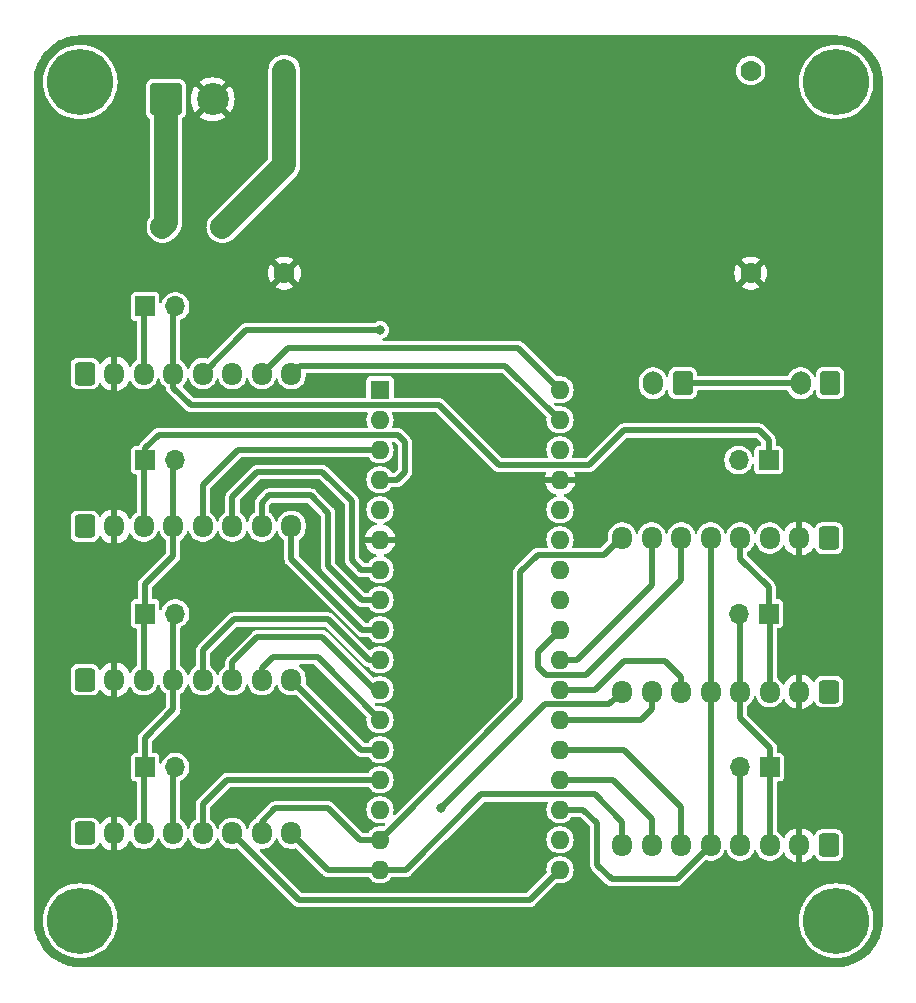
<source format=gbr>
%TF.GenerationSoftware,KiCad,Pcbnew,7.0.2-0*%
%TF.CreationDate,2024-10-30T20:34:35-04:00*%
%TF.ProjectId,motherboard,6d6f7468-6572-4626-9f61-72642e6b6963,rev?*%
%TF.SameCoordinates,Original*%
%TF.FileFunction,Copper,L2,Bot*%
%TF.FilePolarity,Positive*%
%FSLAX46Y46*%
G04 Gerber Fmt 4.6, Leading zero omitted, Abs format (unit mm)*
G04 Created by KiCad (PCBNEW 7.0.2-0) date 2024-10-30 20:34:35*
%MOMM*%
%LPD*%
G01*
G04 APERTURE LIST*
G04 Aperture macros list*
%AMRoundRect*
0 Rectangle with rounded corners*
0 $1 Rounding radius*
0 $2 $3 $4 $5 $6 $7 $8 $9 X,Y pos of 4 corners*
0 Add a 4 corners polygon primitive as box body*
4,1,4,$2,$3,$4,$5,$6,$7,$8,$9,$2,$3,0*
0 Add four circle primitives for the rounded corners*
1,1,$1+$1,$2,$3*
1,1,$1+$1,$4,$5*
1,1,$1+$1,$6,$7*
1,1,$1+$1,$8,$9*
0 Add four rect primitives between the rounded corners*
20,1,$1+$1,$2,$3,$4,$5,0*
20,1,$1+$1,$4,$5,$6,$7,0*
20,1,$1+$1,$6,$7,$8,$9,0*
20,1,$1+$1,$8,$9,$2,$3,0*%
G04 Aperture macros list end*
%TA.AperFunction,ComponentPad*%
%ADD10RoundRect,0.250000X0.600000X0.725000X-0.600000X0.725000X-0.600000X-0.725000X0.600000X-0.725000X0*%
%TD*%
%TA.AperFunction,ComponentPad*%
%ADD11O,1.700000X1.950000*%
%TD*%
%TA.AperFunction,ComponentPad*%
%ADD12R,1.700000X1.700000*%
%TD*%
%TA.AperFunction,ComponentPad*%
%ADD13O,1.700000X1.700000*%
%TD*%
%TA.AperFunction,ComponentPad*%
%ADD14RoundRect,0.250000X0.600000X0.750000X-0.600000X0.750000X-0.600000X-0.750000X0.600000X-0.750000X0*%
%TD*%
%TA.AperFunction,ComponentPad*%
%ADD15O,1.700000X2.000000*%
%TD*%
%TA.AperFunction,ComponentPad*%
%ADD16RoundRect,0.250000X-0.600000X-0.725000X0.600000X-0.725000X0.600000X0.725000X-0.600000X0.725000X0*%
%TD*%
%TA.AperFunction,ComponentPad*%
%ADD17C,5.600000*%
%TD*%
%TA.AperFunction,ComponentPad*%
%ADD18C,2.000000*%
%TD*%
%TA.AperFunction,ComponentPad*%
%ADD19C,1.778000*%
%TD*%
%TA.AperFunction,ComponentPad*%
%ADD20RoundRect,0.250001X-1.099999X-1.099999X1.099999X-1.099999X1.099999X1.099999X-1.099999X1.099999X0*%
%TD*%
%TA.AperFunction,ComponentPad*%
%ADD21C,2.700000*%
%TD*%
%TA.AperFunction,ComponentPad*%
%ADD22R,1.600000X1.600000*%
%TD*%
%TA.AperFunction,ComponentPad*%
%ADD23O,1.600000X1.600000*%
%TD*%
%TA.AperFunction,ViaPad*%
%ADD24C,0.800000*%
%TD*%
%TA.AperFunction,Conductor*%
%ADD25C,0.500000*%
%TD*%
%TA.AperFunction,Conductor*%
%ADD26C,2.000000*%
%TD*%
G04 APERTURE END LIST*
D10*
%TO.P,J8,1,Pin_1*%
%TO.N,+5V*%
X110380000Y-88605000D03*
D11*
%TO.P,J8,2,Pin_2*%
%TO.N,GND*%
X107880000Y-88605000D03*
%TO.P,J8,3,Pin_3*%
%TO.N,Net-(J14-Pin_2)*%
X105380000Y-88605000D03*
%TO.P,J8,4,Pin_4*%
%TO.N,Net-(J15-Pin_2)*%
X102880000Y-88605000D03*
%TO.P,J8,5,Pin_5*%
%TO.N,AREF*%
X100380000Y-88605000D03*
%TO.P,J8,6,Pin_6*%
%TO.N,AXIS 1*%
X97880000Y-88605000D03*
%TO.P,J8,7,Pin_7*%
%TO.N,AXIS 2*%
X95380000Y-88605000D03*
%TO.P,J8,8,Pin_8*%
%TO.N,TWIST 1*%
X92880000Y-88605000D03*
%TD*%
D12*
%TO.P,J17,1,Pin_1*%
%TO.N,Net-(J11-Pin_2)*%
X52500000Y-82000000D03*
D13*
%TO.P,J17,2,Pin_2*%
%TO.N,Net-(J12-Pin_1)*%
X55040000Y-82000000D03*
%TD*%
D14*
%TO.P,J10,1,Pin_1*%
%TO.N,Net-(J10-Pin_1)*%
X98000000Y-62500000D03*
D15*
%TO.P,J10,2,Pin_2*%
%TO.N,unconnected-(J10-Pin_2-Pad2)*%
X95500000Y-62500000D03*
%TD*%
D12*
%TO.P,J12,1,Pin_1*%
%TO.N,Net-(J12-Pin_1)*%
X52500000Y-95000000D03*
D13*
%TO.P,J12,2,Pin_2*%
%TO.N,Net-(J12-Pin_2)*%
X55040000Y-95000000D03*
%TD*%
D10*
%TO.P,J9,1,Pin_1*%
%TO.N,+5V*%
X110380000Y-101605000D03*
D11*
%TO.P,J9,2,Pin_2*%
%TO.N,GND*%
X107880000Y-101605000D03*
%TO.P,J9,3,Pin_3*%
%TO.N,Net-(J15-Pin_2)*%
X105380000Y-101605000D03*
%TO.P,J9,4,Pin_4*%
%TO.N,Net-(J16-Pin_2)*%
X102880000Y-101605000D03*
%TO.P,J9,5,Pin_5*%
%TO.N,AREF*%
X100380000Y-101605000D03*
%TO.P,J9,6,Pin_6*%
%TO.N,AXIS 3*%
X97880000Y-101605000D03*
%TO.P,J9,7,Pin_7*%
%TO.N,AXIS 4*%
X95380000Y-101605000D03*
%TO.P,J9,8,Pin_8*%
%TO.N,TWIST 2 {slash} BT12*%
X92880000Y-101605000D03*
%TD*%
D16*
%TO.P,J3,1,Pin_1*%
%TO.N,+5V*%
X47380000Y-74605000D03*
D11*
%TO.P,J3,2,Pin_2*%
%TO.N,GND*%
X49880000Y-74605000D03*
%TO.P,J3,3,Pin_3*%
%TO.N,LED DOUT*%
X52380000Y-74605000D03*
%TO.P,J3,4,Pin_4*%
%TO.N,Net-(J11-Pin_2)*%
X54880000Y-74605000D03*
%TO.P,J3,5,Pin_5*%
%TO.N,BUTTON 1*%
X57380000Y-74605000D03*
%TO.P,J3,6,Pin_6*%
%TO.N,BUTTON 2*%
X59880000Y-74605000D03*
%TO.P,J3,7,Pin_7*%
%TO.N,BUTTON 3*%
X62380000Y-74605000D03*
%TO.P,J3,8,Pin_8*%
%TO.N,BUTTON 4*%
X64880000Y-74605000D03*
%TD*%
D17*
%TO.P,H1,1*%
%TO.N,N/C*%
X47000000Y-37000000D03*
%TD*%
D10*
%TO.P,J4,1,Pin_1*%
%TO.N,+5V*%
X110380000Y-75605000D03*
D11*
%TO.P,J4,2,Pin_2*%
%TO.N,GND*%
X107880000Y-75605000D03*
%TO.P,J4,3,Pin_3*%
%TO.N,Net-(J13-Pin_2)*%
X105380000Y-75605000D03*
%TO.P,J4,4,Pin_4*%
%TO.N,Net-(J14-Pin_2)*%
X102880000Y-75605000D03*
%TO.P,J4,5,Pin_5*%
%TO.N,AREF*%
X100380000Y-75605000D03*
%TO.P,J4,6,Pin_6*%
%TO.N,TRIGGER 1*%
X97880000Y-75605000D03*
%TO.P,J4,7,Pin_7*%
%TO.N,TRIGGER 2*%
X95380000Y-75605000D03*
%TO.P,J4,8,Pin_8*%
%TO.N,BUTTON 11*%
X92880000Y-75605000D03*
%TD*%
D12*
%TO.P,J14,1,Pin_1*%
%TO.N,Net-(J13-Pin_2)*%
X105275000Y-69000000D03*
D13*
%TO.P,J14,2,Pin_2*%
%TO.N,Net-(J14-Pin_2)*%
X102735000Y-69000000D03*
%TD*%
D16*
%TO.P,J5,1,Pin_1*%
%TO.N,+5V*%
X47380000Y-87605000D03*
D11*
%TO.P,J5,2,Pin_2*%
%TO.N,GND*%
X49880000Y-87605000D03*
%TO.P,J5,3,Pin_3*%
%TO.N,Net-(J11-Pin_2)*%
X52380000Y-87605000D03*
%TO.P,J5,4,Pin_4*%
%TO.N,Net-(J12-Pin_1)*%
X54880000Y-87605000D03*
%TO.P,J5,5,Pin_5*%
%TO.N,BUTTON 5*%
X57380000Y-87605000D03*
%TO.P,J5,6,Pin_6*%
%TO.N,BUTTON 6*%
X59880000Y-87605000D03*
%TO.P,J5,7,Pin_7*%
%TO.N,BUTTON 7*%
X62380000Y-87605000D03*
%TO.P,J5,8,Pin_8*%
%TO.N,BUTTON 8*%
X64880000Y-87605000D03*
%TD*%
D18*
%TO.P,F1,1*%
%TO.N,Net-(J1-Pin_1)*%
X53960000Y-49250000D03*
%TO.P,F1,2*%
%TO.N,Net-(U2-IN+)*%
X59040000Y-49260000D03*
%TD*%
D12*
%TO.P,J16,1,Pin_1*%
%TO.N,Net-(J15-Pin_2)*%
X105380000Y-95000000D03*
D13*
%TO.P,J16,2,Pin_2*%
%TO.N,Net-(J16-Pin_2)*%
X102840000Y-95000000D03*
%TD*%
D12*
%TO.P,J13,1,Pin_1*%
%TO.N,Net-(J12-Pin_2)*%
X52500000Y-56000000D03*
D13*
%TO.P,J13,2,Pin_2*%
%TO.N,Net-(J13-Pin_2)*%
X55040000Y-56000000D03*
%TD*%
D17*
%TO.P,H2,1*%
%TO.N,N/C*%
X111000000Y-37000000D03*
%TD*%
D16*
%TO.P,J7,1,Pin_1*%
%TO.N,+5V*%
X47380000Y-61685000D03*
D11*
%TO.P,J7,2,Pin_2*%
%TO.N,GND*%
X49880000Y-61685000D03*
%TO.P,J7,3,Pin_3*%
%TO.N,Net-(J12-Pin_2)*%
X52380000Y-61685000D03*
%TO.P,J7,4,Pin_4*%
%TO.N,Net-(J13-Pin_2)*%
X54880000Y-61685000D03*
%TO.P,J7,5,Pin_5*%
%TO.N,DPAD UP*%
X57380000Y-61685000D03*
%TO.P,J7,6,Pin_6*%
%TO.N,DPAD DOWN*%
X59880000Y-61685000D03*
%TO.P,J7,7,Pin_7*%
%TO.N,DPAD LEFT*%
X62380000Y-61685000D03*
%TO.P,J7,8,Pin_8*%
%TO.N,DPAD RIGHT*%
X64880000Y-61685000D03*
%TD*%
D17*
%TO.P,H4,1*%
%TO.N,N/C*%
X47000000Y-108000000D03*
%TD*%
D19*
%TO.P,U2,1,IN+*%
%TO.N,Net-(U2-IN+)*%
X64271000Y-36033000D03*
%TO.P,U2,2,IN-*%
%TO.N,GND*%
X64271000Y-53178000D03*
%TO.P,U2,3,OUT+*%
%TO.N,+5V*%
X103769000Y-36033000D03*
%TO.P,U2,4,OUT-*%
%TO.N,GND*%
X103769000Y-53178000D03*
%TD*%
D12*
%TO.P,J15,1,Pin_1*%
%TO.N,Net-(J14-Pin_2)*%
X105275000Y-82000000D03*
D13*
%TO.P,J15,2,Pin_2*%
%TO.N,Net-(J15-Pin_2)*%
X102735000Y-82000000D03*
%TD*%
D20*
%TO.P,J1,1,Pin_1*%
%TO.N,Net-(J1-Pin_1)*%
X54242500Y-38450000D03*
D21*
%TO.P,J1,2,Pin_2*%
%TO.N,GND*%
X58202500Y-38450000D03*
%TD*%
D14*
%TO.P,J2,1,Pin_1*%
%TO.N,Net-(J16-Pin_2)*%
X110500000Y-62500000D03*
D15*
%TO.P,J2,2,Pin_2*%
%TO.N,Net-(J10-Pin_1)*%
X108000000Y-62500000D03*
%TD*%
D22*
%TO.P,U1,1,D16*%
%TO.N,DPAD UP*%
X72380000Y-63045000D03*
D23*
%TO.P,U1,2,D17*%
%TO.N,DPAD DOWN*%
X72380000Y-65585000D03*
%TO.P,U1,3,D1/TX*%
%TO.N,BUTTON 1*%
X72380000Y-68125000D03*
%TO.P,U1,4,D0/RX*%
%TO.N,LED DOUT*%
X72380000Y-70665000D03*
%TO.P,U1,5,RESET*%
%TO.N,unconnected-(U1-RESET-Pad5)*%
X72380000Y-73205000D03*
%TO.P,U1,6,GND*%
%TO.N,GND*%
X72380000Y-75745000D03*
%TO.P,U1,7,D2/SDA*%
%TO.N,BUTTON 2*%
X72380000Y-78285000D03*
%TO.P,U1,8,~D3/SCL*%
%TO.N,BUTTON 3*%
X72380000Y-80825000D03*
%TO.P,U1,9,D4/A6*%
%TO.N,BUTTON 4*%
X72380000Y-83365000D03*
%TO.P,U1,10,~D5*%
%TO.N,BUTTON 5*%
X72380000Y-85905000D03*
%TO.P,U1,11,~D6/A7*%
%TO.N,BUTTON 6*%
X72380000Y-88445000D03*
%TO.P,U1,12,D7*%
%TO.N,BUTTON 7*%
X72380000Y-90985000D03*
%TO.P,U1,13,D8/A8*%
%TO.N,BUTTON 8*%
X72380000Y-93525000D03*
%TO.P,U1,14,~D9/A9*%
%TO.N,BUTTON 9*%
X72380000Y-96065000D03*
%TO.P,U1,15,~D10/A10*%
%TO.N,TWIST 1*%
X72380000Y-98605000D03*
%TO.P,U1,16,~D11*%
%TO.N,BUTTON 11*%
X72380000Y-101145000D03*
%TO.P,U1,17,D12/A11*%
%TO.N,TWIST 2 {slash} BT12*%
X72380000Y-103685000D03*
%TO.P,U1,18,~D13*%
%TO.N,BUTTON 10*%
X87620000Y-103685000D03*
%TO.P,U1,19,3V3*%
%TO.N,unconnected-(U1-3V3-Pad19)*%
X87620000Y-101145000D03*
%TO.P,U1,20,AREF*%
%TO.N,AREF*%
X87620000Y-98605000D03*
%TO.P,U1,21,A0/D18*%
%TO.N,AXIS 4*%
X87620000Y-96065000D03*
%TO.P,U1,22,A1/D19*%
%TO.N,AXIS 3*%
X87620000Y-93525000D03*
%TO.P,U1,23,A2/D20*%
%TO.N,AXIS 2*%
X87620000Y-90985000D03*
%TO.P,U1,24,A3/D21*%
%TO.N,AXIS 1*%
X87620000Y-88445000D03*
%TO.P,U1,25,A4/D22*%
%TO.N,TRIGGER 2*%
X87620000Y-85905000D03*
%TO.P,U1,26,A5/D23*%
%TO.N,TRIGGER 1*%
X87620000Y-83365000D03*
%TO.P,U1,27,NC*%
%TO.N,unconnected-(U1-NC-Pad27)*%
X87620000Y-80825000D03*
%TO.P,U1,28,NC*%
%TO.N,unconnected-(U1-NC-Pad28)*%
X87620000Y-78285000D03*
%TO.P,U1,29,+5V*%
%TO.N,+5V*%
X87620000Y-75745000D03*
%TO.P,U1,30,RESET*%
%TO.N,unconnected-(U1-RESET-Pad30)*%
X87620000Y-73205000D03*
%TO.P,U1,31,GND*%
%TO.N,GND*%
X87620000Y-70665000D03*
%TO.P,U1,32,VIN*%
%TO.N,unconnected-(U1-VIN-Pad32)*%
X87620000Y-68125000D03*
%TO.P,U1,33,D14*%
%TO.N,DPAD RIGHT*%
X87620000Y-65585000D03*
%TO.P,U1,34,D15*%
%TO.N,DPAD LEFT*%
X87620000Y-63045000D03*
%TD*%
D12*
%TO.P,J11,1,Pin_1*%
%TO.N,LED DOUT*%
X52500000Y-69000000D03*
D13*
%TO.P,J11,2,Pin_2*%
%TO.N,Net-(J11-Pin_2)*%
X55040000Y-69000000D03*
%TD*%
D16*
%TO.P,J6,1,Pin_1*%
%TO.N,+5V*%
X47380000Y-100605000D03*
D11*
%TO.P,J6,2,Pin_2*%
%TO.N,GND*%
X49880000Y-100605000D03*
%TO.P,J6,3,Pin_3*%
%TO.N,Net-(J12-Pin_1)*%
X52380000Y-100605000D03*
%TO.P,J6,4,Pin_4*%
%TO.N,Net-(J12-Pin_2)*%
X54880000Y-100605000D03*
%TO.P,J6,5,Pin_5*%
%TO.N,BUTTON 9*%
X57380000Y-100605000D03*
%TO.P,J6,6,Pin_6*%
%TO.N,BUTTON 10*%
X59880000Y-100605000D03*
%TO.P,J6,7,Pin_7*%
%TO.N,BUTTON 11*%
X62380000Y-100605000D03*
%TO.P,J6,8,Pin_8*%
%TO.N,TWIST 2 {slash} BT12*%
X64880000Y-100605000D03*
%TD*%
D17*
%TO.P,H3,1*%
%TO.N,N/C*%
X111000000Y-108000000D03*
%TD*%
D24*
%TO.N,DPAD UP*%
X72380000Y-58000000D03*
%TO.N,TWIST 1*%
X77500000Y-98500000D03*
%TD*%
D25*
%TO.N,DPAD UP*%
X61065000Y-58000000D02*
X57380000Y-61685000D01*
X72380000Y-58000000D02*
X61065000Y-58000000D01*
%TO.N,LED DOUT*%
X74500000Y-70000000D02*
X74500000Y-67500000D01*
X74500000Y-67500000D02*
X73875000Y-66875000D01*
X72380000Y-70665000D02*
X73835000Y-70665000D01*
X73875000Y-66875000D02*
X53625000Y-66875000D01*
X53625000Y-66875000D02*
X52500000Y-68000000D01*
X52380000Y-74605000D02*
X52380000Y-69120000D01*
X52500000Y-68000000D02*
X52500000Y-69000000D01*
X73835000Y-70665000D02*
X74500000Y-70000000D01*
X52380000Y-69120000D02*
X52500000Y-69000000D01*
%TO.N,BUTTON 1*%
X57380000Y-71120000D02*
X57380000Y-74605000D01*
X72380000Y-68125000D02*
X60375000Y-68125000D01*
X60375000Y-68125000D02*
X57380000Y-71120000D01*
%TO.N,BUTTON 11*%
X68000000Y-98500000D02*
X63500000Y-98500000D01*
X70645000Y-101145000D02*
X68000000Y-98500000D01*
X84250000Y-78500000D02*
X84250000Y-89275000D01*
X62380000Y-99620000D02*
X62380000Y-100605000D01*
X85715000Y-77035000D02*
X84250000Y-78500000D01*
X91325000Y-77035000D02*
X85715000Y-77035000D01*
X84250000Y-89275000D02*
X72380000Y-101145000D01*
X63500000Y-98500000D02*
X62380000Y-99620000D01*
X92880000Y-75605000D02*
X92755000Y-75605000D01*
X72380000Y-101145000D02*
X70645000Y-101145000D01*
X92755000Y-75605000D02*
X91325000Y-77035000D01*
%TO.N,AREF*%
X97485000Y-104500000D02*
X100380000Y-101605000D01*
X100380000Y-101605000D02*
X100380000Y-75605000D01*
X89605000Y-98605000D02*
X90750000Y-99750000D01*
X90750000Y-99750000D02*
X90750000Y-103250000D01*
X92000000Y-104500000D02*
X97485000Y-104500000D01*
X87620000Y-98605000D02*
X89605000Y-98605000D01*
X90750000Y-103250000D02*
X92000000Y-104500000D01*
%TO.N,AXIS 4*%
X92065000Y-96065000D02*
X87620000Y-96065000D01*
X95380000Y-99380000D02*
X92065000Y-96065000D01*
X95380000Y-101605000D02*
X95380000Y-99380000D01*
%TO.N,AXIS 3*%
X97880000Y-98380000D02*
X93025000Y-93525000D01*
X97880000Y-101605000D02*
X97880000Y-98380000D01*
X93025000Y-93525000D02*
X87620000Y-93525000D01*
%TO.N,BUTTON 2*%
X59880000Y-72120000D02*
X59880000Y-74605000D01*
X62000000Y-70000000D02*
X59880000Y-72120000D01*
X67500000Y-70000000D02*
X62000000Y-70000000D01*
X70785000Y-78285000D02*
X70000000Y-77500000D01*
X70000000Y-77500000D02*
X70000000Y-72500000D01*
X70000000Y-72500000D02*
X67500000Y-70000000D01*
X72380000Y-78285000D02*
X70785000Y-78285000D01*
%TO.N,AXIS 2*%
X95380000Y-90120000D02*
X95380000Y-88605000D01*
X94515000Y-90985000D02*
X95380000Y-90120000D01*
X87620000Y-90985000D02*
X94515000Y-90985000D01*
%TO.N,BUTTON 3*%
X72380000Y-80825000D02*
X70825000Y-80825000D01*
X70825000Y-80825000D02*
X68000000Y-78000000D01*
X68000000Y-78000000D02*
X68000000Y-73500000D01*
X68000000Y-73500000D02*
X66500000Y-72000000D01*
X62380000Y-72620000D02*
X62380000Y-74605000D01*
X63000000Y-72000000D02*
X62380000Y-72620000D01*
X66500000Y-72000000D02*
X63000000Y-72000000D01*
%TO.N,AXIS 1*%
X87620000Y-88445000D02*
X90555000Y-88445000D01*
X93000000Y-86000000D02*
X96500000Y-86000000D01*
X96500000Y-86000000D02*
X97880000Y-87380000D01*
X97880000Y-87380000D02*
X97880000Y-88605000D01*
X90555000Y-88445000D02*
X93000000Y-86000000D01*
%TO.N,BUTTON 4*%
X64880000Y-77380000D02*
X64880000Y-74605000D01*
X70865000Y-83365000D02*
X64880000Y-77380000D01*
X72380000Y-83365000D02*
X70865000Y-83365000D01*
%TO.N,TRIGGER 2*%
X95380000Y-79620000D02*
X95380000Y-75605000D01*
X87620000Y-85905000D02*
X89095000Y-85905000D01*
X89095000Y-85905000D02*
X95380000Y-79620000D01*
%TO.N,BUTTON 5*%
X72380000Y-85905000D02*
X71405000Y-85905000D01*
X57380000Y-85120000D02*
X57380000Y-87605000D01*
X71405000Y-85905000D02*
X68000000Y-82500000D01*
X68000000Y-82500000D02*
X60000000Y-82500000D01*
X60000000Y-82500000D02*
X57380000Y-85120000D01*
%TO.N,TRIGGER 1*%
X89805000Y-87195000D02*
X97880000Y-79120000D01*
X97880000Y-79120000D02*
X97880000Y-75605000D01*
X87620000Y-83365000D02*
X85750000Y-85235000D01*
X85750000Y-85235000D02*
X85750000Y-86500000D01*
X85750000Y-86500000D02*
X86445000Y-87195000D01*
X86445000Y-87195000D02*
X89805000Y-87195000D01*
%TO.N,BUTTON 6*%
X59880000Y-87605000D02*
X59880000Y-86120000D01*
X62000000Y-84000000D02*
X67500000Y-84000000D01*
X59880000Y-86120000D02*
X62000000Y-84000000D01*
X71945000Y-88445000D02*
X72380000Y-88445000D01*
X67500000Y-84000000D02*
X71945000Y-88445000D01*
%TO.N,BUTTON 7*%
X63300000Y-85700000D02*
X62380000Y-86620000D01*
X72380000Y-90985000D02*
X67095000Y-85700000D01*
X67095000Y-85700000D02*
X63300000Y-85700000D01*
X62380000Y-86620000D02*
X62380000Y-87605000D01*
%TO.N,BUTTON 8*%
X72380000Y-93525000D02*
X70800000Y-93525000D01*
X70800000Y-93525000D02*
X64880000Y-87605000D01*
%TO.N,BUTTON 9*%
X57380000Y-98120000D02*
X57380000Y-100605000D01*
X59435000Y-96065000D02*
X58375000Y-97125000D01*
X72380000Y-96065000D02*
X59435000Y-96065000D01*
X58375000Y-97125000D02*
X57380000Y-98120000D01*
%TO.N,BUTTON 10*%
X65525000Y-106250000D02*
X85055000Y-106250000D01*
X59880000Y-100605000D02*
X65525000Y-106250000D01*
X85055000Y-106250000D02*
X87620000Y-103685000D01*
%TO.N,DPAD RIGHT*%
X87585000Y-65585000D02*
X87620000Y-65585000D01*
X64880000Y-61685000D02*
X65565000Y-61000000D01*
X83000000Y-61000000D02*
X87585000Y-65585000D01*
X65565000Y-61000000D02*
X83000000Y-61000000D01*
%TO.N,DPAD LEFT*%
X62380000Y-61685000D02*
X64565000Y-59500000D01*
X64565000Y-59500000D02*
X84075000Y-59500000D01*
X84075000Y-59500000D02*
X87620000Y-63045000D01*
%TO.N,Net-(J16-Pin_2)*%
X102880000Y-95040000D02*
X102840000Y-95000000D01*
X102880000Y-101605000D02*
X102880000Y-95040000D01*
%TO.N,Net-(J10-Pin_1)*%
X108000000Y-62500000D02*
X98000000Y-62500000D01*
%TO.N,Net-(J13-Pin_2)*%
X77335000Y-64335000D02*
X82415000Y-69415000D01*
X105275000Y-67275000D02*
X105275000Y-69000000D01*
X56335000Y-64335000D02*
X77335000Y-64335000D01*
X54880000Y-61685000D02*
X54880000Y-62880000D01*
X93000000Y-66500000D02*
X104500000Y-66500000D01*
X54880000Y-61685000D02*
X54880000Y-56160000D01*
X90085000Y-69415000D02*
X93000000Y-66500000D01*
X54880000Y-56160000D02*
X55040000Y-56000000D01*
X104500000Y-66500000D02*
X105275000Y-67275000D01*
X54880000Y-62880000D02*
X56335000Y-64335000D01*
X82415000Y-69415000D02*
X90085000Y-69415000D01*
%TO.N,Net-(J14-Pin_2)*%
X102880000Y-77380000D02*
X105275000Y-79775000D01*
X105380000Y-88605000D02*
X105380000Y-82105000D01*
X105380000Y-82105000D02*
X105275000Y-82000000D01*
X102880000Y-75605000D02*
X102880000Y-77380000D01*
X105275000Y-79775000D02*
X105275000Y-82000000D01*
%TO.N,Net-(J11-Pin_2)*%
X52380000Y-82120000D02*
X52500000Y-82000000D01*
X52380000Y-87605000D02*
X52380000Y-82120000D01*
X52500000Y-82000000D02*
X52500000Y-79500000D01*
X54880000Y-69160000D02*
X55040000Y-69000000D01*
X54880000Y-77120000D02*
X54880000Y-74605000D01*
X52500000Y-79500000D02*
X54880000Y-77120000D01*
X54880000Y-74605000D02*
X54880000Y-69160000D01*
%TO.N,Net-(J12-Pin_2)*%
X52380000Y-56120000D02*
X52500000Y-56000000D01*
X54880000Y-100605000D02*
X54880000Y-95160000D01*
X54880000Y-95160000D02*
X55040000Y-95000000D01*
X52380000Y-61685000D02*
X52380000Y-56120000D01*
%TO.N,Net-(J15-Pin_2)*%
X102880000Y-90880000D02*
X102880000Y-88605000D01*
X105380000Y-95000000D02*
X105380000Y-93380000D01*
X105380000Y-101605000D02*
X105380000Y-95000000D01*
X105380000Y-93380000D02*
X102880000Y-90880000D01*
X102880000Y-88605000D02*
X102880000Y-82145000D01*
X102880000Y-82145000D02*
X102735000Y-82000000D01*
D26*
%TO.N,Net-(J1-Pin_1)*%
X53960000Y-49250000D02*
X54242500Y-48967500D01*
X54242500Y-48967500D02*
X54242500Y-38450000D01*
D25*
%TO.N,Net-(J12-Pin_1)*%
X52500000Y-92500000D02*
X54880000Y-90120000D01*
X52500000Y-95000000D02*
X52500000Y-92500000D01*
X54880000Y-82160000D02*
X55040000Y-82000000D01*
X54880000Y-87605000D02*
X54880000Y-82160000D01*
X52380000Y-95120000D02*
X52500000Y-95000000D01*
X52380000Y-100605000D02*
X52380000Y-95120000D01*
X54880000Y-90120000D02*
X54880000Y-87605000D01*
%TO.N,TWIST 1*%
X86305000Y-89695000D02*
X77500000Y-98500000D01*
X92880000Y-88605000D02*
X91790000Y-89695000D01*
X91790000Y-89695000D02*
X86305000Y-89695000D01*
%TO.N,TWIST 2 {slash} BT12*%
X72380000Y-103685000D02*
X74565000Y-103685000D01*
X67960000Y-103685000D02*
X64880000Y-100605000D01*
X92880000Y-99630000D02*
X92880000Y-101605000D01*
X90565000Y-97315000D02*
X92880000Y-99630000D01*
X72380000Y-103685000D02*
X67960000Y-103685000D01*
X74565000Y-103685000D02*
X80935000Y-97315000D01*
X80935000Y-97315000D02*
X90565000Y-97315000D01*
D26*
%TO.N,Net-(U2-IN+)*%
X64271000Y-36033000D02*
X64271000Y-44029000D01*
X64271000Y-44029000D02*
X59040000Y-49260000D01*
%TD*%
%TA.AperFunction,Conductor*%
%TO.N,GND*%
G36*
X111002292Y-33050605D02*
G01*
X111359835Y-33067136D01*
X111368938Y-33067979D01*
X111721210Y-33117119D01*
X111730163Y-33118793D01*
X112076372Y-33200221D01*
X112085167Y-33202723D01*
X112422380Y-33315745D01*
X112430907Y-33319048D01*
X112756261Y-33462706D01*
X112764435Y-33466776D01*
X113075144Y-33639839D01*
X113082919Y-33644653D01*
X113376332Y-33845647D01*
X113383629Y-33851158D01*
X113657235Y-34078356D01*
X113663993Y-34084516D01*
X113915483Y-34336006D01*
X113921643Y-34342764D01*
X114148841Y-34616370D01*
X114154352Y-34623667D01*
X114355346Y-34917080D01*
X114360160Y-34924855D01*
X114533220Y-35235558D01*
X114537296Y-35243744D01*
X114680951Y-35569092D01*
X114684254Y-35577619D01*
X114797276Y-35914832D01*
X114799778Y-35923627D01*
X114881202Y-36269816D01*
X114882883Y-36278805D01*
X114932020Y-36631062D01*
X114932863Y-36640167D01*
X114949394Y-36997707D01*
X114949500Y-37002279D01*
X114949500Y-107997720D01*
X114949394Y-108002292D01*
X114932863Y-108359832D01*
X114932020Y-108368937D01*
X114882883Y-108721194D01*
X114881202Y-108730183D01*
X114799778Y-109076372D01*
X114797276Y-109085167D01*
X114684254Y-109422380D01*
X114680951Y-109430907D01*
X114537296Y-109756255D01*
X114533220Y-109764441D01*
X114360160Y-110075144D01*
X114355346Y-110082919D01*
X114154352Y-110376332D01*
X114148841Y-110383629D01*
X113921643Y-110657235D01*
X113915483Y-110663993D01*
X113663993Y-110915483D01*
X113657235Y-110921643D01*
X113383629Y-111148841D01*
X113376332Y-111154352D01*
X113082919Y-111355346D01*
X113075144Y-111360160D01*
X112764441Y-111533220D01*
X112756255Y-111537296D01*
X112430907Y-111680951D01*
X112422380Y-111684254D01*
X112085167Y-111797276D01*
X112076372Y-111799778D01*
X111730183Y-111881202D01*
X111721194Y-111882883D01*
X111368937Y-111932020D01*
X111359832Y-111932863D01*
X111002293Y-111949394D01*
X110997721Y-111949500D01*
X47002279Y-111949500D01*
X46997707Y-111949394D01*
X46640167Y-111932863D01*
X46631062Y-111932020D01*
X46278805Y-111882883D01*
X46269819Y-111881202D01*
X46183069Y-111860799D01*
X45923627Y-111799778D01*
X45914832Y-111797276D01*
X45577619Y-111684254D01*
X45569092Y-111680951D01*
X45243744Y-111537296D01*
X45235558Y-111533220D01*
X44924855Y-111360160D01*
X44917080Y-111355346D01*
X44623667Y-111154352D01*
X44616370Y-111148841D01*
X44342764Y-110921643D01*
X44336006Y-110915483D01*
X44084516Y-110663993D01*
X44078356Y-110657235D01*
X43851158Y-110383629D01*
X43845647Y-110376332D01*
X43644653Y-110082919D01*
X43639839Y-110075144D01*
X43466776Y-109764435D01*
X43462703Y-109756255D01*
X43448420Y-109723908D01*
X43319048Y-109430907D01*
X43315745Y-109422380D01*
X43202723Y-109085167D01*
X43200221Y-109076372D01*
X43118793Y-108730163D01*
X43117119Y-108721210D01*
X43067979Y-108368937D01*
X43067136Y-108359832D01*
X43059481Y-108194266D01*
X43050606Y-108002292D01*
X43050553Y-108000000D01*
X43844536Y-108000000D01*
X43844692Y-108002777D01*
X43864220Y-108350514D01*
X43864221Y-108350523D01*
X43864377Y-108353300D01*
X43923650Y-108702157D01*
X43924415Y-108704814D01*
X43924418Y-108704825D01*
X44009361Y-108999667D01*
X44021610Y-109042184D01*
X44022671Y-109044745D01*
X44022674Y-109044754D01*
X44122763Y-109286389D01*
X44157025Y-109369105D01*
X44158368Y-109371536D01*
X44158371Y-109371541D01*
X44326847Y-109676376D01*
X44326854Y-109676387D01*
X44328192Y-109678808D01*
X44532959Y-109967400D01*
X44768750Y-110231250D01*
X45032600Y-110467041D01*
X45321192Y-110671808D01*
X45323617Y-110673148D01*
X45323623Y-110673152D01*
X45559043Y-110803264D01*
X45630895Y-110842975D01*
X45957816Y-110978390D01*
X46297843Y-111076350D01*
X46646700Y-111135623D01*
X47000000Y-111155464D01*
X47353300Y-111135623D01*
X47702157Y-111076350D01*
X48042184Y-110978390D01*
X48369105Y-110842975D01*
X48678808Y-110671808D01*
X48967400Y-110467041D01*
X49231250Y-110231250D01*
X49467041Y-109967400D01*
X49671808Y-109678808D01*
X49842975Y-109369105D01*
X49978390Y-109042184D01*
X50076350Y-108702157D01*
X50135623Y-108353300D01*
X50155464Y-108000000D01*
X107844536Y-108000000D01*
X107844692Y-108002777D01*
X107864220Y-108350514D01*
X107864221Y-108350523D01*
X107864377Y-108353300D01*
X107923650Y-108702157D01*
X107924415Y-108704814D01*
X107924418Y-108704825D01*
X108009361Y-108999667D01*
X108021610Y-109042184D01*
X108022671Y-109044745D01*
X108022674Y-109044754D01*
X108122763Y-109286389D01*
X108157025Y-109369105D01*
X108158368Y-109371536D01*
X108158371Y-109371541D01*
X108326847Y-109676376D01*
X108326854Y-109676387D01*
X108328192Y-109678808D01*
X108532959Y-109967400D01*
X108768750Y-110231250D01*
X109032600Y-110467041D01*
X109321192Y-110671808D01*
X109323617Y-110673148D01*
X109323623Y-110673152D01*
X109559043Y-110803264D01*
X109630895Y-110842975D01*
X109957816Y-110978390D01*
X110297843Y-111076350D01*
X110646700Y-111135623D01*
X111000000Y-111155464D01*
X111353300Y-111135623D01*
X111702157Y-111076350D01*
X112042184Y-110978390D01*
X112369105Y-110842975D01*
X112678808Y-110671808D01*
X112967400Y-110467041D01*
X113231250Y-110231250D01*
X113467041Y-109967400D01*
X113671808Y-109678808D01*
X113842975Y-109369105D01*
X113978390Y-109042184D01*
X114076350Y-108702157D01*
X114135623Y-108353300D01*
X114155464Y-108000000D01*
X114135623Y-107646700D01*
X114076350Y-107297843D01*
X113978390Y-106957816D01*
X113842975Y-106630895D01*
X113671808Y-106321192D01*
X113467041Y-106032600D01*
X113231250Y-105768750D01*
X112967400Y-105532959D01*
X112678808Y-105328192D01*
X112676387Y-105326854D01*
X112676376Y-105326847D01*
X112371541Y-105158371D01*
X112371536Y-105158368D01*
X112369105Y-105157025D01*
X112245150Y-105105681D01*
X112044754Y-105022674D01*
X112044745Y-105022671D01*
X112042184Y-105021610D01*
X112039515Y-105020841D01*
X112039512Y-105020840D01*
X111704825Y-104924418D01*
X111704814Y-104924415D01*
X111702157Y-104923650D01*
X111544029Y-104896783D01*
X111356050Y-104864844D01*
X111356045Y-104864843D01*
X111353300Y-104864377D01*
X111350523Y-104864221D01*
X111350514Y-104864220D01*
X111002778Y-104844692D01*
X111000000Y-104844536D01*
X110997222Y-104844692D01*
X110649485Y-104864220D01*
X110649474Y-104864221D01*
X110646700Y-104864377D01*
X110643956Y-104864843D01*
X110643949Y-104864844D01*
X110300585Y-104923184D01*
X110300582Y-104923184D01*
X110297843Y-104923650D01*
X110295189Y-104924414D01*
X110295174Y-104924418D01*
X109960487Y-105020840D01*
X109960478Y-105020842D01*
X109957816Y-105021610D01*
X109955259Y-105022668D01*
X109955245Y-105022674D01*
X109633465Y-105155960D01*
X109633457Y-105155963D01*
X109630895Y-105157025D01*
X109628470Y-105158365D01*
X109628458Y-105158371D01*
X109323623Y-105326847D01*
X109323604Y-105326858D01*
X109321192Y-105328192D01*
X109318932Y-105329794D01*
X109318928Y-105329798D01*
X109034867Y-105531350D01*
X109034861Y-105531354D01*
X109032600Y-105532959D01*
X109030532Y-105534806D01*
X109030527Y-105534811D01*
X108770828Y-105766892D01*
X108770818Y-105766901D01*
X108768750Y-105768750D01*
X108766901Y-105770818D01*
X108766892Y-105770828D01*
X108534811Y-106030527D01*
X108534806Y-106030532D01*
X108532959Y-106032600D01*
X108328192Y-106321192D01*
X108326858Y-106323604D01*
X108326847Y-106323623D01*
X108158371Y-106628458D01*
X108158365Y-106628470D01*
X108157025Y-106630895D01*
X108155963Y-106633457D01*
X108155960Y-106633465D01*
X108022674Y-106955245D01*
X108022668Y-106955259D01*
X108021610Y-106957816D01*
X108020842Y-106960478D01*
X108020840Y-106960487D01*
X107924418Y-107295174D01*
X107924414Y-107295189D01*
X107923650Y-107297843D01*
X107864377Y-107646700D01*
X107864221Y-107649474D01*
X107864220Y-107649485D01*
X107845457Y-107983592D01*
X107844536Y-108000000D01*
X50155464Y-108000000D01*
X50135623Y-107646700D01*
X50076350Y-107297843D01*
X49978390Y-106957816D01*
X49842975Y-106630895D01*
X49671808Y-106321192D01*
X49467041Y-106032600D01*
X49231250Y-105768750D01*
X48967400Y-105532959D01*
X48678808Y-105328192D01*
X48676387Y-105326854D01*
X48676376Y-105326847D01*
X48371541Y-105158371D01*
X48371536Y-105158368D01*
X48369105Y-105157025D01*
X48245150Y-105105681D01*
X48044754Y-105022674D01*
X48044745Y-105022671D01*
X48042184Y-105021610D01*
X48039515Y-105020841D01*
X48039512Y-105020840D01*
X47704825Y-104924418D01*
X47704814Y-104924415D01*
X47702157Y-104923650D01*
X47544029Y-104896783D01*
X47356050Y-104864844D01*
X47356045Y-104864843D01*
X47353300Y-104864377D01*
X47350523Y-104864221D01*
X47350514Y-104864220D01*
X47002778Y-104844692D01*
X47000000Y-104844536D01*
X46997222Y-104844692D01*
X46649485Y-104864220D01*
X46649474Y-104864221D01*
X46646700Y-104864377D01*
X46643956Y-104864843D01*
X46643949Y-104864844D01*
X46300585Y-104923184D01*
X46300582Y-104923184D01*
X46297843Y-104923650D01*
X46295189Y-104924414D01*
X46295174Y-104924418D01*
X45960487Y-105020840D01*
X45960478Y-105020842D01*
X45957816Y-105021610D01*
X45955259Y-105022668D01*
X45955245Y-105022674D01*
X45633465Y-105155960D01*
X45633457Y-105155963D01*
X45630895Y-105157025D01*
X45628470Y-105158365D01*
X45628458Y-105158371D01*
X45323623Y-105326847D01*
X45323604Y-105326858D01*
X45321192Y-105328192D01*
X45318932Y-105329794D01*
X45318928Y-105329798D01*
X45034867Y-105531350D01*
X45034861Y-105531354D01*
X45032600Y-105532959D01*
X45030532Y-105534806D01*
X45030527Y-105534811D01*
X44770828Y-105766892D01*
X44770818Y-105766901D01*
X44768750Y-105768750D01*
X44766901Y-105770818D01*
X44766892Y-105770828D01*
X44534811Y-106030527D01*
X44534806Y-106030532D01*
X44532959Y-106032600D01*
X44328192Y-106321192D01*
X44326858Y-106323604D01*
X44326847Y-106323623D01*
X44158371Y-106628458D01*
X44158365Y-106628470D01*
X44157025Y-106630895D01*
X44155963Y-106633457D01*
X44155960Y-106633465D01*
X44022674Y-106955245D01*
X44022668Y-106955259D01*
X44021610Y-106957816D01*
X44020842Y-106960478D01*
X44020840Y-106960487D01*
X43924418Y-107295174D01*
X43924414Y-107295189D01*
X43923650Y-107297843D01*
X43864377Y-107646700D01*
X43864221Y-107649474D01*
X43864220Y-107649485D01*
X43845457Y-107983592D01*
X43844536Y-108000000D01*
X43050553Y-108000000D01*
X43050500Y-107997720D01*
X43050500Y-101366133D01*
X46179500Y-101366133D01*
X46179501Y-101369360D01*
X46179923Y-101372571D01*
X46179924Y-101372575D01*
X46194955Y-101486761D01*
X46255464Y-101632841D01*
X46351717Y-101758282D01*
X46411756Y-101804351D01*
X46477159Y-101854536D01*
X46623238Y-101915044D01*
X46740639Y-101930500D01*
X48019360Y-101930499D01*
X48136762Y-101915044D01*
X48282841Y-101854536D01*
X48408282Y-101758282D01*
X48504536Y-101632841D01*
X48565044Y-101486762D01*
X48565044Y-101486759D01*
X48569135Y-101476884D01*
X48608871Y-101430358D01*
X48668366Y-101416074D01*
X48724894Y-101439489D01*
X48741695Y-101457985D01*
X48841887Y-101601074D01*
X49008925Y-101768112D01*
X49202423Y-101903601D01*
X49416504Y-102003429D01*
X49630000Y-102060634D01*
X49630000Y-101013018D01*
X49744801Y-101065446D01*
X49846025Y-101080000D01*
X49913975Y-101080000D01*
X50015199Y-101065446D01*
X50130000Y-101013018D01*
X50130000Y-102060633D01*
X50343495Y-102003429D01*
X50557575Y-101903601D01*
X50751074Y-101768112D01*
X50918112Y-101601074D01*
X51053598Y-101407580D01*
X51122856Y-101259055D01*
X51164584Y-101214307D01*
X51224646Y-101202632D01*
X51280098Y-101228490D01*
X51301202Y-101256766D01*
X51354940Y-101364686D01*
X51354941Y-101364687D01*
X51354942Y-101364689D01*
X51489019Y-101542236D01*
X51653438Y-101692124D01*
X51842599Y-101809247D01*
X51990954Y-101866720D01*
X52050063Y-101889619D01*
X52268755Y-101930500D01*
X52268757Y-101930500D01*
X52491245Y-101930500D01*
X52709936Y-101889619D01*
X52709937Y-101889618D01*
X52709940Y-101889618D01*
X52917401Y-101809247D01*
X53106562Y-101692124D01*
X53270981Y-101542236D01*
X53405058Y-101364689D01*
X53504229Y-101165528D01*
X53534779Y-101058152D01*
X53568889Y-101007358D01*
X53626342Y-100986314D01*
X53685191Y-101003058D01*
X53722960Y-101051195D01*
X53725216Y-101058140D01*
X53742253Y-101118018D01*
X53755771Y-101165529D01*
X53854940Y-101364686D01*
X53854941Y-101364687D01*
X53854942Y-101364689D01*
X53989019Y-101542236D01*
X54153438Y-101692124D01*
X54342599Y-101809247D01*
X54490954Y-101866720D01*
X54550063Y-101889619D01*
X54768755Y-101930500D01*
X54768757Y-101930500D01*
X54991245Y-101930500D01*
X55209936Y-101889619D01*
X55209937Y-101889618D01*
X55209940Y-101889618D01*
X55417401Y-101809247D01*
X55606562Y-101692124D01*
X55770981Y-101542236D01*
X55905058Y-101364689D01*
X56004229Y-101165528D01*
X56034779Y-101058152D01*
X56068889Y-101007358D01*
X56126342Y-100986314D01*
X56185191Y-101003058D01*
X56222960Y-101051195D01*
X56225216Y-101058140D01*
X56242253Y-101118018D01*
X56255771Y-101165529D01*
X56354940Y-101364686D01*
X56354941Y-101364687D01*
X56354942Y-101364689D01*
X56489019Y-101542236D01*
X56653438Y-101692124D01*
X56842599Y-101809247D01*
X56990954Y-101866720D01*
X57050063Y-101889619D01*
X57268755Y-101930500D01*
X57268757Y-101930500D01*
X57491245Y-101930500D01*
X57709936Y-101889619D01*
X57709937Y-101889618D01*
X57709940Y-101889618D01*
X57917401Y-101809247D01*
X58106562Y-101692124D01*
X58270981Y-101542236D01*
X58405058Y-101364689D01*
X58504229Y-101165528D01*
X58534779Y-101058152D01*
X58568889Y-101007358D01*
X58626342Y-100986314D01*
X58685191Y-101003058D01*
X58722960Y-101051195D01*
X58725216Y-101058140D01*
X58742253Y-101118018D01*
X58755771Y-101165529D01*
X58854940Y-101364686D01*
X58854941Y-101364687D01*
X58854942Y-101364689D01*
X58989019Y-101542236D01*
X59153438Y-101692124D01*
X59342599Y-101809247D01*
X59490954Y-101866720D01*
X59550063Y-101889619D01*
X59768755Y-101930500D01*
X59768757Y-101930500D01*
X59991245Y-101930500D01*
X60137040Y-101903245D01*
X60209940Y-101889618D01*
X60225783Y-101883480D01*
X60286875Y-101880087D01*
X60331554Y-101905789D01*
X65067963Y-106642198D01*
X65076502Y-106651936D01*
X65096718Y-106678282D01*
X65150346Y-106719432D01*
X65222159Y-106774536D01*
X65368238Y-106835044D01*
X65525000Y-106855683D01*
X65557933Y-106851347D01*
X65570856Y-106850500D01*
X85009151Y-106850500D01*
X85022072Y-106851346D01*
X85055000Y-106855682D01*
X85211762Y-106835044D01*
X85357841Y-106774536D01*
X85429654Y-106719432D01*
X85483282Y-106678282D01*
X85503505Y-106651925D01*
X85512028Y-106642205D01*
X87312493Y-104841740D01*
X87367008Y-104813965D01*
X87400687Y-104814432D01*
X87513389Y-104835500D01*
X87513390Y-104835500D01*
X87726612Y-104835500D01*
X87936195Y-104796322D01*
X87936198Y-104796321D01*
X88135019Y-104719298D01*
X88316302Y-104607052D01*
X88473872Y-104463407D01*
X88602366Y-104293255D01*
X88697405Y-104102389D01*
X88755756Y-103897310D01*
X88775429Y-103685000D01*
X88755756Y-103472690D01*
X88697405Y-103267611D01*
X88602366Y-103076745D01*
X88602365Y-103076744D01*
X88602365Y-103076743D01*
X88473874Y-102906595D01*
X88455252Y-102889619D01*
X88316302Y-102762948D01*
X88316300Y-102762946D01*
X88135021Y-102650703D01*
X88135019Y-102650702D01*
X88088914Y-102632841D01*
X87936195Y-102573677D01*
X87726612Y-102534500D01*
X87726610Y-102534500D01*
X87513390Y-102534500D01*
X87513388Y-102534500D01*
X87303804Y-102573677D01*
X87104978Y-102650703D01*
X86923699Y-102762946D01*
X86766125Y-102906595D01*
X86637634Y-103076743D01*
X86551364Y-103250000D01*
X86542595Y-103267611D01*
X86503003Y-103406761D01*
X86484244Y-103472690D01*
X86464571Y-103685000D01*
X86484244Y-103897312D01*
X86484761Y-103899127D01*
X86484661Y-103901811D01*
X86485091Y-103906445D01*
X86484487Y-103906500D01*
X86482497Y-103960271D01*
X86459543Y-103996220D01*
X84835261Y-105620504D01*
X84780744Y-105648281D01*
X84765257Y-105649500D01*
X65814743Y-105649500D01*
X65756552Y-105630593D01*
X65744739Y-105620504D01*
X62223739Y-102099504D01*
X62195962Y-102044987D01*
X62205533Y-101984555D01*
X62248798Y-101941290D01*
X62293743Y-101930500D01*
X62491245Y-101930500D01*
X62709936Y-101889619D01*
X62709937Y-101889618D01*
X62709940Y-101889618D01*
X62917401Y-101809247D01*
X63106562Y-101692124D01*
X63270981Y-101542236D01*
X63405058Y-101364689D01*
X63504229Y-101165528D01*
X63534779Y-101058152D01*
X63568889Y-101007358D01*
X63626342Y-100986314D01*
X63685191Y-101003058D01*
X63722960Y-101051195D01*
X63725216Y-101058140D01*
X63742253Y-101118018D01*
X63755771Y-101165529D01*
X63854940Y-101364686D01*
X63854941Y-101364687D01*
X63854942Y-101364689D01*
X63989019Y-101542236D01*
X64153438Y-101692124D01*
X64342599Y-101809247D01*
X64490954Y-101866720D01*
X64550063Y-101889619D01*
X64768755Y-101930500D01*
X64768757Y-101930500D01*
X64991245Y-101930500D01*
X65137041Y-101903245D01*
X65209940Y-101889618D01*
X65225783Y-101883480D01*
X65286875Y-101880087D01*
X65331554Y-101905789D01*
X67502963Y-104077198D01*
X67511502Y-104086936D01*
X67531718Y-104113283D01*
X67641029Y-104197158D01*
X67641029Y-104197159D01*
X67657159Y-104209536D01*
X67803238Y-104270044D01*
X67960000Y-104290682D01*
X67992927Y-104286346D01*
X68005849Y-104285500D01*
X71342482Y-104285500D01*
X71400673Y-104304407D01*
X71421483Y-104324836D01*
X71526128Y-104463407D01*
X71669774Y-104594358D01*
X71683699Y-104607053D01*
X71815622Y-104688736D01*
X71864981Y-104719298D01*
X72021681Y-104780003D01*
X72063804Y-104796322D01*
X72273388Y-104835500D01*
X72273390Y-104835500D01*
X72486612Y-104835500D01*
X72696195Y-104796322D01*
X72696198Y-104796321D01*
X72895019Y-104719298D01*
X73076302Y-104607052D01*
X73233872Y-104463407D01*
X73338515Y-104324838D01*
X73388671Y-104289796D01*
X73417518Y-104285500D01*
X74519151Y-104285500D01*
X74532072Y-104286346D01*
X74565000Y-104290682D01*
X74721762Y-104270044D01*
X74867841Y-104209536D01*
X74883971Y-104197159D01*
X74993282Y-104113282D01*
X75013505Y-104086925D01*
X75022028Y-104077205D01*
X77954233Y-101145000D01*
X86464571Y-101145000D01*
X86484244Y-101357310D01*
X86538198Y-101546936D01*
X86542596Y-101562391D01*
X86637634Y-101753256D01*
X86766125Y-101923404D01*
X86766127Y-101923406D01*
X86766128Y-101923407D01*
X86796983Y-101951535D01*
X86923699Y-102067053D01*
X87055622Y-102148736D01*
X87104981Y-102179298D01*
X87236497Y-102230247D01*
X87303804Y-102256322D01*
X87513388Y-102295500D01*
X87513390Y-102295500D01*
X87726612Y-102295500D01*
X87936195Y-102256322D01*
X87936198Y-102256321D01*
X88135019Y-102179298D01*
X88316302Y-102067052D01*
X88473872Y-101923407D01*
X88602366Y-101753255D01*
X88697405Y-101562389D01*
X88755756Y-101357310D01*
X88775429Y-101145000D01*
X88755756Y-100932690D01*
X88697405Y-100727611D01*
X88602366Y-100536745D01*
X88602365Y-100536744D01*
X88602365Y-100536743D01*
X88473874Y-100366595D01*
X88316300Y-100222946D01*
X88135021Y-100110703D01*
X88135019Y-100110702D01*
X88092898Y-100094384D01*
X87936195Y-100033677D01*
X87726612Y-99994500D01*
X87726610Y-99994500D01*
X87513390Y-99994500D01*
X87513388Y-99994500D01*
X87303804Y-100033677D01*
X87104978Y-100110703D01*
X86923699Y-100222946D01*
X86766125Y-100366595D01*
X86637634Y-100536743D01*
X86544772Y-100723238D01*
X86542595Y-100727611D01*
X86484244Y-100932690D01*
X86464571Y-101145000D01*
X77954233Y-101145000D01*
X81154738Y-97944496D01*
X81209256Y-97916719D01*
X81224743Y-97915500D01*
X86518199Y-97915500D01*
X86576390Y-97934407D01*
X86612354Y-97983907D01*
X86612354Y-98045093D01*
X86606820Y-98058628D01*
X86550213Y-98172312D01*
X86542595Y-98187611D01*
X86484244Y-98392690D01*
X86464571Y-98605000D01*
X86484244Y-98817310D01*
X86536705Y-99001689D01*
X86542596Y-99022391D01*
X86637634Y-99213256D01*
X86766125Y-99383404D01*
X86766127Y-99383406D01*
X86766128Y-99383407D01*
X86823461Y-99435673D01*
X86923699Y-99527053D01*
X87004620Y-99577157D01*
X87104981Y-99639298D01*
X87261681Y-99700003D01*
X87303804Y-99716322D01*
X87513388Y-99755500D01*
X87513390Y-99755500D01*
X87726612Y-99755500D01*
X87936195Y-99716322D01*
X87937117Y-99715965D01*
X88135019Y-99639298D01*
X88316302Y-99527052D01*
X88473872Y-99383407D01*
X88578515Y-99244838D01*
X88628671Y-99209796D01*
X88657518Y-99205500D01*
X89315257Y-99205500D01*
X89373448Y-99224407D01*
X89385261Y-99234496D01*
X90120504Y-99969739D01*
X90148281Y-100024256D01*
X90149500Y-100039743D01*
X90149500Y-103204149D01*
X90148653Y-103217070D01*
X90144318Y-103249999D01*
X90149500Y-103289361D01*
X90164955Y-103406761D01*
X90225464Y-103552841D01*
X90321716Y-103678281D01*
X90348062Y-103698496D01*
X90357800Y-103707035D01*
X91542963Y-104892198D01*
X91551502Y-104901936D01*
X91571718Y-104928283D01*
X91692343Y-105020840D01*
X91693346Y-105021610D01*
X91697159Y-105024536D01*
X91843238Y-105085044D01*
X92000000Y-105105682D01*
X92032927Y-105101346D01*
X92045849Y-105100500D01*
X97439151Y-105100500D01*
X97452072Y-105101346D01*
X97485000Y-105105682D01*
X97641762Y-105085044D01*
X97787841Y-105024536D01*
X97791654Y-105021610D01*
X97913282Y-104928282D01*
X97933505Y-104901925D01*
X97942028Y-104892205D01*
X99928446Y-102905787D01*
X99982961Y-102878012D01*
X100034212Y-102883479D01*
X100050060Y-102889618D01*
X100268755Y-102930500D01*
X100268757Y-102930500D01*
X100491245Y-102930500D01*
X100709936Y-102889619D01*
X100709937Y-102889618D01*
X100709940Y-102889618D01*
X100917401Y-102809247D01*
X101106562Y-102692124D01*
X101270981Y-102542236D01*
X101405058Y-102364689D01*
X101504229Y-102165528D01*
X101534779Y-102058152D01*
X101568889Y-102007358D01*
X101626342Y-101986314D01*
X101685191Y-102003058D01*
X101722960Y-102051195D01*
X101725216Y-102058140D01*
X101736986Y-102099504D01*
X101755771Y-102165529D01*
X101854940Y-102364686D01*
X101854941Y-102364687D01*
X101854942Y-102364689D01*
X101989019Y-102542236D01*
X102153438Y-102692124D01*
X102342599Y-102809247D01*
X102550060Y-102889618D01*
X102550063Y-102889619D01*
X102768755Y-102930500D01*
X102768757Y-102930500D01*
X102991245Y-102930500D01*
X103209936Y-102889619D01*
X103209937Y-102889618D01*
X103209940Y-102889618D01*
X103417401Y-102809247D01*
X103606562Y-102692124D01*
X103770981Y-102542236D01*
X103905058Y-102364689D01*
X104004229Y-102165528D01*
X104034779Y-102058152D01*
X104068889Y-102007358D01*
X104126342Y-101986314D01*
X104185191Y-102003058D01*
X104222960Y-102051195D01*
X104225216Y-102058140D01*
X104236986Y-102099504D01*
X104255771Y-102165529D01*
X104354940Y-102364686D01*
X104354941Y-102364687D01*
X104354942Y-102364689D01*
X104489019Y-102542236D01*
X104653438Y-102692124D01*
X104842599Y-102809247D01*
X105050060Y-102889618D01*
X105050063Y-102889619D01*
X105268755Y-102930500D01*
X105268757Y-102930500D01*
X105491245Y-102930500D01*
X105709936Y-102889619D01*
X105709937Y-102889618D01*
X105709940Y-102889618D01*
X105917401Y-102809247D01*
X106106562Y-102692124D01*
X106270981Y-102542236D01*
X106405058Y-102364689D01*
X106458798Y-102256764D01*
X106501658Y-102213105D01*
X106561999Y-102202975D01*
X106616770Y-102230247D01*
X106637141Y-102259055D01*
X106706399Y-102407577D01*
X106841887Y-102601074D01*
X107008925Y-102768112D01*
X107202423Y-102903601D01*
X107416504Y-103003429D01*
X107630000Y-103060634D01*
X107630000Y-102013018D01*
X107744801Y-102065446D01*
X107846025Y-102080000D01*
X107913975Y-102080000D01*
X108015199Y-102065446D01*
X108130000Y-102013018D01*
X108130000Y-103060634D01*
X108343495Y-103003429D01*
X108557575Y-102903601D01*
X108751074Y-102768112D01*
X108918112Y-102601074D01*
X109018304Y-102457985D01*
X109067168Y-102421163D01*
X109128344Y-102420095D01*
X109178465Y-102455189D01*
X109190864Y-102476883D01*
X109255464Y-102632841D01*
X109351717Y-102758282D01*
X109418137Y-102809247D01*
X109477159Y-102854536D01*
X109623238Y-102915044D01*
X109740639Y-102930500D01*
X111019360Y-102930499D01*
X111136762Y-102915044D01*
X111282841Y-102854536D01*
X111408282Y-102758282D01*
X111504536Y-102632841D01*
X111565044Y-102486762D01*
X111580500Y-102369361D01*
X111580499Y-100840640D01*
X111565044Y-100723238D01*
X111504536Y-100577159D01*
X111449290Y-100505161D01*
X111408282Y-100451717D01*
X111282841Y-100355464D01*
X111136761Y-100294955D01*
X111022574Y-100279923D01*
X111019361Y-100279500D01*
X111016120Y-100279500D01*
X109743881Y-100279500D01*
X109743865Y-100279500D01*
X109740640Y-100279501D01*
X109737429Y-100279923D01*
X109737424Y-100279924D01*
X109623238Y-100294955D01*
X109477158Y-100355464D01*
X109351717Y-100451717D01*
X109255464Y-100577158D01*
X109190864Y-100733116D01*
X109151127Y-100779642D01*
X109091632Y-100793925D01*
X109035104Y-100770510D01*
X109018304Y-100752014D01*
X108918112Y-100608925D01*
X108751074Y-100441887D01*
X108557576Y-100306398D01*
X108343495Y-100206570D01*
X108130000Y-100149364D01*
X108130000Y-101196981D01*
X108015199Y-101144554D01*
X107913975Y-101130000D01*
X107846025Y-101130000D01*
X107744801Y-101144554D01*
X107630000Y-101196981D01*
X107630000Y-100149364D01*
X107416505Y-100206570D01*
X107202424Y-100306398D01*
X107008925Y-100441887D01*
X106841887Y-100608925D01*
X106706399Y-100802422D01*
X106637141Y-100950944D01*
X106595412Y-100995692D01*
X106535351Y-101007366D01*
X106479898Y-100981507D01*
X106458797Y-100953234D01*
X106405058Y-100845311D01*
X106270981Y-100667764D01*
X106106562Y-100517876D01*
X106076266Y-100499118D01*
X106027382Y-100468849D01*
X105987861Y-100422140D01*
X105980500Y-100384678D01*
X105980500Y-96299500D01*
X105999407Y-96241309D01*
X106048907Y-96205345D01*
X106079500Y-96200500D01*
X106263257Y-96200500D01*
X106263260Y-96200500D01*
X106331393Y-96190573D01*
X106436483Y-96139198D01*
X106519198Y-96056483D01*
X106570573Y-95951393D01*
X106580500Y-95883260D01*
X106580500Y-94116740D01*
X106570573Y-94048607D01*
X106519198Y-93943517D01*
X106436483Y-93860802D01*
X106331393Y-93809427D01*
X106263260Y-93799500D01*
X106263257Y-93799500D01*
X106079500Y-93799500D01*
X106021309Y-93780593D01*
X105985345Y-93731093D01*
X105980500Y-93700500D01*
X105980500Y-93425849D01*
X105981347Y-93412927D01*
X105985682Y-93380000D01*
X105965044Y-93223238D01*
X105904536Y-93077159D01*
X105864157Y-93024536D01*
X105808282Y-92951718D01*
X105808280Y-92951717D01*
X105808280Y-92951716D01*
X105781936Y-92931502D01*
X105772198Y-92922963D01*
X103509495Y-90660260D01*
X103481718Y-90605743D01*
X103480499Y-90590268D01*
X103480499Y-89825319D01*
X103499406Y-89767129D01*
X103527384Y-89741148D01*
X103606559Y-89692126D01*
X103606559Y-89692125D01*
X103606562Y-89692124D01*
X103770981Y-89542236D01*
X103905058Y-89364689D01*
X104004229Y-89165528D01*
X104034779Y-89058152D01*
X104068889Y-89007358D01*
X104126342Y-88986314D01*
X104185191Y-89003058D01*
X104222960Y-89051195D01*
X104225216Y-89058140D01*
X104245359Y-89128934D01*
X104255771Y-89165529D01*
X104354940Y-89364686D01*
X104354941Y-89364687D01*
X104354942Y-89364689D01*
X104489019Y-89542236D01*
X104653438Y-89692124D01*
X104842599Y-89809247D01*
X105047040Y-89888448D01*
X105050063Y-89889619D01*
X105268755Y-89930500D01*
X105268757Y-89930500D01*
X105491245Y-89930500D01*
X105709936Y-89889619D01*
X105709937Y-89889618D01*
X105709940Y-89889618D01*
X105917401Y-89809247D01*
X106106562Y-89692124D01*
X106270981Y-89542236D01*
X106405058Y-89364689D01*
X106458798Y-89256764D01*
X106501658Y-89213105D01*
X106561999Y-89202975D01*
X106616770Y-89230247D01*
X106637141Y-89259055D01*
X106706399Y-89407577D01*
X106841887Y-89601074D01*
X107008925Y-89768112D01*
X107202423Y-89903601D01*
X107416504Y-90003429D01*
X107630000Y-90060634D01*
X107630000Y-89013018D01*
X107744801Y-89065446D01*
X107846025Y-89080000D01*
X107913975Y-89080000D01*
X108015199Y-89065446D01*
X108130000Y-89013018D01*
X108130000Y-90060634D01*
X108343495Y-90003429D01*
X108557575Y-89903601D01*
X108751074Y-89768112D01*
X108918112Y-89601074D01*
X109018304Y-89457985D01*
X109067168Y-89421163D01*
X109128344Y-89420095D01*
X109178465Y-89455189D01*
X109190864Y-89476883D01*
X109255464Y-89632841D01*
X109351717Y-89758282D01*
X109439084Y-89825320D01*
X109477159Y-89854536D01*
X109623238Y-89915044D01*
X109740639Y-89930500D01*
X111019360Y-89930499D01*
X111136762Y-89915044D01*
X111282841Y-89854536D01*
X111408282Y-89758282D01*
X111504536Y-89632841D01*
X111565044Y-89486762D01*
X111580500Y-89369361D01*
X111580499Y-87840640D01*
X111565044Y-87723238D01*
X111504536Y-87577159D01*
X111462937Y-87522946D01*
X111408282Y-87451717D01*
X111282841Y-87355464D01*
X111136761Y-87294955D01*
X111022574Y-87279923D01*
X111019361Y-87279500D01*
X111016120Y-87279500D01*
X109743881Y-87279500D01*
X109743865Y-87279500D01*
X109740640Y-87279501D01*
X109737429Y-87279923D01*
X109737424Y-87279924D01*
X109623238Y-87294955D01*
X109477158Y-87355464D01*
X109351717Y-87451717D01*
X109255464Y-87577158D01*
X109190864Y-87733116D01*
X109151127Y-87779642D01*
X109091632Y-87793925D01*
X109035104Y-87770510D01*
X109018304Y-87752014D01*
X108918112Y-87608925D01*
X108751074Y-87441887D01*
X108557576Y-87306398D01*
X108343495Y-87206570D01*
X108130000Y-87149364D01*
X108130000Y-88196981D01*
X108015199Y-88144554D01*
X107913975Y-88130000D01*
X107846025Y-88130000D01*
X107744801Y-88144554D01*
X107630000Y-88196981D01*
X107630000Y-87149364D01*
X107416505Y-87206570D01*
X107202424Y-87306398D01*
X107008925Y-87441887D01*
X106841887Y-87608925D01*
X106706399Y-87802422D01*
X106637141Y-87950944D01*
X106595412Y-87995692D01*
X106535351Y-88007366D01*
X106479898Y-87981507D01*
X106458797Y-87953234D01*
X106405058Y-87845311D01*
X106270981Y-87667764D01*
X106106562Y-87517876D01*
X106064493Y-87491828D01*
X106027382Y-87468849D01*
X105987861Y-87422140D01*
X105980500Y-87384678D01*
X105980500Y-83299500D01*
X105999407Y-83241309D01*
X106048907Y-83205345D01*
X106079500Y-83200500D01*
X106158257Y-83200500D01*
X106158260Y-83200500D01*
X106226393Y-83190573D01*
X106331483Y-83139198D01*
X106414198Y-83056483D01*
X106465573Y-82951393D01*
X106475500Y-82883260D01*
X106475500Y-81116740D01*
X106465573Y-81048607D01*
X106414198Y-80943517D01*
X106331483Y-80860802D01*
X106226393Y-80809427D01*
X106158260Y-80799500D01*
X106158257Y-80799500D01*
X105974500Y-80799500D01*
X105916309Y-80780593D01*
X105880345Y-80731093D01*
X105875500Y-80700500D01*
X105875500Y-79820849D01*
X105876347Y-79807927D01*
X105880682Y-79775000D01*
X105860044Y-79618238D01*
X105799536Y-79472159D01*
X105727450Y-79378214D01*
X105727448Y-79378212D01*
X105703282Y-79346718D01*
X105676932Y-79326499D01*
X105667203Y-79317967D01*
X103509495Y-77160259D01*
X103481718Y-77105742D01*
X103480499Y-77090267D01*
X103480500Y-76825318D01*
X103499408Y-76767128D01*
X103527380Y-76741150D01*
X103606562Y-76692124D01*
X103770981Y-76542236D01*
X103905058Y-76364689D01*
X104004229Y-76165528D01*
X104034779Y-76058152D01*
X104068889Y-76007358D01*
X104126342Y-75986314D01*
X104185191Y-76003058D01*
X104222960Y-76051195D01*
X104225216Y-76058140D01*
X104245359Y-76128934D01*
X104255771Y-76165529D01*
X104354940Y-76364686D01*
X104354941Y-76364687D01*
X104354942Y-76364689D01*
X104489019Y-76542236D01*
X104653438Y-76692124D01*
X104842599Y-76809247D01*
X105047040Y-76888448D01*
X105050063Y-76889619D01*
X105268755Y-76930500D01*
X105268757Y-76930500D01*
X105491245Y-76930500D01*
X105709936Y-76889619D01*
X105709937Y-76889618D01*
X105709940Y-76889618D01*
X105917401Y-76809247D01*
X106106562Y-76692124D01*
X106270981Y-76542236D01*
X106405058Y-76364689D01*
X106458798Y-76256764D01*
X106501658Y-76213105D01*
X106561999Y-76202975D01*
X106616770Y-76230247D01*
X106637141Y-76259055D01*
X106706399Y-76407577D01*
X106841887Y-76601074D01*
X107008925Y-76768112D01*
X107202423Y-76903601D01*
X107416504Y-77003429D01*
X107630000Y-77060634D01*
X107630000Y-76013018D01*
X107744801Y-76065446D01*
X107846025Y-76080000D01*
X107913975Y-76080000D01*
X108015199Y-76065446D01*
X108130000Y-76013018D01*
X108130000Y-77060634D01*
X108343495Y-77003429D01*
X108557575Y-76903601D01*
X108751074Y-76768112D01*
X108918112Y-76601074D01*
X109018304Y-76457985D01*
X109067168Y-76421163D01*
X109128344Y-76420095D01*
X109178465Y-76455189D01*
X109190864Y-76476883D01*
X109255464Y-76632841D01*
X109351717Y-76758282D01*
X109445518Y-76830257D01*
X109477159Y-76854536D01*
X109623238Y-76915044D01*
X109740639Y-76930500D01*
X111019360Y-76930499D01*
X111136762Y-76915044D01*
X111282841Y-76854536D01*
X111408282Y-76758282D01*
X111504536Y-76632841D01*
X111565044Y-76486762D01*
X111580500Y-76369361D01*
X111580499Y-74840640D01*
X111565044Y-74723238D01*
X111504536Y-74577159D01*
X111459704Y-74518732D01*
X111408282Y-74451717D01*
X111282841Y-74355464D01*
X111136761Y-74294955D01*
X111022574Y-74279923D01*
X111019361Y-74279500D01*
X111016120Y-74279500D01*
X109743881Y-74279500D01*
X109743865Y-74279500D01*
X109740640Y-74279501D01*
X109737429Y-74279923D01*
X109737424Y-74279924D01*
X109623238Y-74294955D01*
X109477158Y-74355464D01*
X109351717Y-74451717D01*
X109255464Y-74577158D01*
X109190864Y-74733116D01*
X109151127Y-74779642D01*
X109091632Y-74793925D01*
X109035104Y-74770510D01*
X109018304Y-74752014D01*
X108918112Y-74608925D01*
X108751074Y-74441887D01*
X108557576Y-74306398D01*
X108343495Y-74206570D01*
X108130000Y-74149364D01*
X108130000Y-75196981D01*
X108015199Y-75144554D01*
X107913975Y-75130000D01*
X107846025Y-75130000D01*
X107744801Y-75144554D01*
X107630000Y-75196981D01*
X107630000Y-74149364D01*
X107416505Y-74206570D01*
X107202424Y-74306398D01*
X107008925Y-74441887D01*
X106841887Y-74608925D01*
X106706399Y-74802422D01*
X106637141Y-74950944D01*
X106595412Y-74995692D01*
X106535351Y-75007366D01*
X106479898Y-74981507D01*
X106458797Y-74953234D01*
X106405058Y-74845311D01*
X106270981Y-74667764D01*
X106106562Y-74517876D01*
X105917401Y-74400753D01*
X105917399Y-74400752D01*
X105709936Y-74320380D01*
X105491245Y-74279500D01*
X105491243Y-74279500D01*
X105268757Y-74279500D01*
X105268755Y-74279500D01*
X105050063Y-74320380D01*
X104842600Y-74400752D01*
X104653436Y-74517877D01*
X104489020Y-74667763D01*
X104354940Y-74845313D01*
X104255772Y-75044469D01*
X104255771Y-75044472D01*
X104225220Y-75151847D01*
X104191110Y-75202641D01*
X104133658Y-75223685D01*
X104074808Y-75206941D01*
X104037040Y-75158804D01*
X104034783Y-75151859D01*
X104004229Y-75044472D01*
X103905058Y-74845311D01*
X103770981Y-74667764D01*
X103606562Y-74517876D01*
X103417401Y-74400753D01*
X103417399Y-74400752D01*
X103209936Y-74320380D01*
X102991245Y-74279500D01*
X102991243Y-74279500D01*
X102768757Y-74279500D01*
X102768755Y-74279500D01*
X102550063Y-74320380D01*
X102342600Y-74400752D01*
X102153436Y-74517877D01*
X101989020Y-74667763D01*
X101854940Y-74845313D01*
X101755772Y-75044469D01*
X101755771Y-75044472D01*
X101725220Y-75151847D01*
X101691110Y-75202641D01*
X101633658Y-75223685D01*
X101574808Y-75206941D01*
X101537040Y-75158804D01*
X101534783Y-75151859D01*
X101504229Y-75044472D01*
X101405058Y-74845311D01*
X101270981Y-74667764D01*
X101106562Y-74517876D01*
X100917401Y-74400753D01*
X100917399Y-74400752D01*
X100709936Y-74320380D01*
X100491245Y-74279500D01*
X100491243Y-74279500D01*
X100268757Y-74279500D01*
X100268755Y-74279500D01*
X100050063Y-74320380D01*
X99842600Y-74400752D01*
X99653436Y-74517877D01*
X99489020Y-74667763D01*
X99354940Y-74845313D01*
X99255772Y-75044469D01*
X99255771Y-75044472D01*
X99225220Y-75151847D01*
X99191110Y-75202641D01*
X99133658Y-75223685D01*
X99074808Y-75206941D01*
X99037040Y-75158804D01*
X99034783Y-75151859D01*
X99004229Y-75044472D01*
X98905058Y-74845311D01*
X98770981Y-74667764D01*
X98606562Y-74517876D01*
X98417401Y-74400753D01*
X98417399Y-74400752D01*
X98209936Y-74320380D01*
X97991245Y-74279500D01*
X97991243Y-74279500D01*
X97768757Y-74279500D01*
X97768755Y-74279500D01*
X97550063Y-74320380D01*
X97342600Y-74400752D01*
X97153436Y-74517877D01*
X96989020Y-74667763D01*
X96854940Y-74845313D01*
X96755772Y-75044469D01*
X96755771Y-75044472D01*
X96725220Y-75151847D01*
X96691110Y-75202641D01*
X96633658Y-75223685D01*
X96574808Y-75206941D01*
X96537040Y-75158804D01*
X96534783Y-75151859D01*
X96504229Y-75044472D01*
X96405058Y-74845311D01*
X96270981Y-74667764D01*
X96106562Y-74517876D01*
X95917401Y-74400753D01*
X95917399Y-74400752D01*
X95709936Y-74320380D01*
X95491245Y-74279500D01*
X95491243Y-74279500D01*
X95268757Y-74279500D01*
X95268755Y-74279500D01*
X95050063Y-74320380D01*
X94842600Y-74400752D01*
X94653436Y-74517877D01*
X94489020Y-74667763D01*
X94354940Y-74845313D01*
X94255772Y-75044469D01*
X94255771Y-75044472D01*
X94225220Y-75151847D01*
X94191110Y-75202641D01*
X94133658Y-75223685D01*
X94074808Y-75206941D01*
X94037040Y-75158804D01*
X94034783Y-75151859D01*
X94004229Y-75044472D01*
X93905058Y-74845311D01*
X93770981Y-74667764D01*
X93606562Y-74517876D01*
X93417401Y-74400753D01*
X93417399Y-74400752D01*
X93209936Y-74320380D01*
X92991245Y-74279500D01*
X92991243Y-74279500D01*
X92768757Y-74279500D01*
X92768755Y-74279500D01*
X92550063Y-74320380D01*
X92342600Y-74400752D01*
X92153436Y-74517877D01*
X91989020Y-74667763D01*
X91854940Y-74845313D01*
X91755772Y-75044469D01*
X91755771Y-75044472D01*
X91703413Y-75228490D01*
X91694885Y-75258464D01*
X91681068Y-75407580D01*
X91679500Y-75424497D01*
X91679500Y-75785503D01*
X91679525Y-75785780D01*
X91663391Y-75844495D01*
X91650713Y-75860049D01*
X91105261Y-76405503D01*
X91050744Y-76433281D01*
X91035257Y-76434500D01*
X88721801Y-76434500D01*
X88663610Y-76415593D01*
X88627646Y-76366093D01*
X88627646Y-76304907D01*
X88633180Y-76291372D01*
X88645716Y-76266193D01*
X88697405Y-76162389D01*
X88755756Y-75957310D01*
X88775429Y-75745000D01*
X88755756Y-75532690D01*
X88697405Y-75327611D01*
X88602366Y-75136745D01*
X88602365Y-75136744D01*
X88602365Y-75136743D01*
X88473874Y-74966595D01*
X88316300Y-74822946D01*
X88135021Y-74710703D01*
X88135019Y-74710702D01*
X88038460Y-74673295D01*
X87936195Y-74633677D01*
X87726612Y-74594500D01*
X87726610Y-74594500D01*
X87513390Y-74594500D01*
X87513388Y-74594500D01*
X87303804Y-74633677D01*
X87104978Y-74710703D01*
X86923699Y-74822946D01*
X86766125Y-74966595D01*
X86637634Y-75136743D01*
X86542596Y-75327608D01*
X86542595Y-75327611D01*
X86484244Y-75532690D01*
X86464571Y-75745000D01*
X86484244Y-75957310D01*
X86537647Y-76145000D01*
X86542596Y-76162391D01*
X86606820Y-76291372D01*
X86615833Y-76351890D01*
X86587552Y-76406148D01*
X86532781Y-76433420D01*
X86518199Y-76434500D01*
X85760849Y-76434500D01*
X85747927Y-76433653D01*
X85715000Y-76429318D01*
X85714999Y-76429318D01*
X85675639Y-76434500D01*
X85558238Y-76449955D01*
X85412158Y-76510464D01*
X85286717Y-76606718D01*
X85266499Y-76633067D01*
X85257962Y-76642802D01*
X83857801Y-78042962D01*
X83848067Y-78051498D01*
X83821719Y-78071716D01*
X83797549Y-78103216D01*
X83725464Y-78197158D01*
X83664955Y-78343238D01*
X83644318Y-78500000D01*
X83648653Y-78532927D01*
X83649500Y-78545849D01*
X83649500Y-88985256D01*
X83630593Y-89043447D01*
X83620504Y-89055260D01*
X73649016Y-99026748D01*
X73594499Y-99054525D01*
X73534067Y-99044954D01*
X73490802Y-99001689D01*
X73481231Y-98941257D01*
X73483788Y-98929661D01*
X73515756Y-98817310D01*
X73535429Y-98605000D01*
X73515756Y-98392690D01*
X73457405Y-98187611D01*
X73362366Y-97996745D01*
X73362365Y-97996744D01*
X73362365Y-97996743D01*
X73233874Y-97826595D01*
X73226139Y-97819544D01*
X73076302Y-97682948D01*
X73076300Y-97682946D01*
X72895021Y-97570703D01*
X72895019Y-97570702D01*
X72852898Y-97554384D01*
X72696195Y-97493677D01*
X72486612Y-97454500D01*
X72486610Y-97454500D01*
X72273390Y-97454500D01*
X72273388Y-97454500D01*
X72063804Y-97493677D01*
X71864978Y-97570703D01*
X71683699Y-97682946D01*
X71526125Y-97826595D01*
X71397634Y-97996743D01*
X71302596Y-98187608D01*
X71302595Y-98187611D01*
X71244244Y-98392690D01*
X71224571Y-98605000D01*
X71244244Y-98817310D01*
X71296705Y-99001689D01*
X71302596Y-99022391D01*
X71397634Y-99213256D01*
X71526125Y-99383404D01*
X71526127Y-99383406D01*
X71526128Y-99383407D01*
X71583461Y-99435673D01*
X71683699Y-99527053D01*
X71764620Y-99577157D01*
X71864981Y-99639298D01*
X72021681Y-99700003D01*
X72063804Y-99716322D01*
X72273388Y-99755500D01*
X72273390Y-99755500D01*
X72486612Y-99755500D01*
X72705216Y-99714636D01*
X72705922Y-99718418D01*
X72749284Y-99715965D01*
X72800736Y-99749076D01*
X72822900Y-99806106D01*
X72807309Y-99865271D01*
X72794062Y-99881701D01*
X72687506Y-99988257D01*
X72632989Y-100016034D01*
X72599311Y-100015567D01*
X72486612Y-99994500D01*
X72486610Y-99994500D01*
X72273390Y-99994500D01*
X72273388Y-99994500D01*
X72063804Y-100033677D01*
X71864978Y-100110703D01*
X71683699Y-100222946D01*
X71592158Y-100306398D01*
X71526128Y-100366593D01*
X71421484Y-100505161D01*
X71371329Y-100540204D01*
X71342482Y-100544500D01*
X70934743Y-100544500D01*
X70876552Y-100525593D01*
X70864739Y-100515504D01*
X68457037Y-98107802D01*
X68448499Y-98098065D01*
X68428282Y-98071718D01*
X68302841Y-97975464D01*
X68156761Y-97914955D01*
X68115494Y-97909523D01*
X68039361Y-97899500D01*
X68000000Y-97894318D01*
X67999999Y-97894318D01*
X67967073Y-97898653D01*
X67954151Y-97899500D01*
X63545849Y-97899500D01*
X63532927Y-97898653D01*
X63500000Y-97894318D01*
X63384506Y-97909523D01*
X63343238Y-97914955D01*
X63197158Y-97975464D01*
X63071717Y-98071718D01*
X63051499Y-98098067D01*
X63042962Y-98107802D01*
X61987801Y-99162962D01*
X61978067Y-99171498D01*
X61951718Y-99191717D01*
X61902969Y-99255249D01*
X61855465Y-99317157D01*
X61825545Y-99389389D01*
X61786198Y-99435673D01*
X61653440Y-99517874D01*
X61653437Y-99517876D01*
X61653438Y-99517876D01*
X61489019Y-99667764D01*
X61482914Y-99675849D01*
X61354940Y-99845313D01*
X61255772Y-100044469D01*
X61225220Y-100151846D01*
X61191109Y-100202641D01*
X61133656Y-100223685D01*
X61074807Y-100206941D01*
X61037039Y-100158803D01*
X61034788Y-100151876D01*
X61004229Y-100044472D01*
X60905058Y-99845311D01*
X60770981Y-99667764D01*
X60606562Y-99517876D01*
X60417401Y-99400753D01*
X60417399Y-99400752D01*
X60209936Y-99320380D01*
X59991245Y-99279500D01*
X59991243Y-99279500D01*
X59768757Y-99279500D01*
X59768755Y-99279500D01*
X59550063Y-99320380D01*
X59342600Y-99400752D01*
X59153436Y-99517877D01*
X58994325Y-99662927D01*
X58989019Y-99667764D01*
X58982914Y-99675849D01*
X58854940Y-99845313D01*
X58755772Y-100044469D01*
X58755771Y-100044472D01*
X58725220Y-100151847D01*
X58691110Y-100202641D01*
X58633658Y-100223685D01*
X58574808Y-100206941D01*
X58537040Y-100158804D01*
X58534783Y-100151859D01*
X58504229Y-100044472D01*
X58405058Y-99845311D01*
X58270981Y-99667764D01*
X58106562Y-99517876D01*
X58076266Y-99499118D01*
X58027382Y-99468849D01*
X57987861Y-99422140D01*
X57980500Y-99384678D01*
X57980500Y-98409743D01*
X57999407Y-98351552D01*
X58009496Y-98339739D01*
X58397517Y-97951718D01*
X58827450Y-97521786D01*
X58827451Y-97521783D01*
X58836067Y-97513168D01*
X58836069Y-97513165D01*
X59654740Y-96694496D01*
X59709256Y-96666719D01*
X59724743Y-96665500D01*
X71342482Y-96665500D01*
X71400673Y-96684407D01*
X71421483Y-96704836D01*
X71526128Y-96843407D01*
X71669773Y-96974358D01*
X71683699Y-96987053D01*
X71815622Y-97068736D01*
X71864981Y-97099298D01*
X72021681Y-97160003D01*
X72063804Y-97176322D01*
X72273388Y-97215500D01*
X72273390Y-97215500D01*
X72486612Y-97215500D01*
X72696195Y-97176322D01*
X72696198Y-97176321D01*
X72895019Y-97099298D01*
X73076302Y-96987052D01*
X73233872Y-96843407D01*
X73362366Y-96673255D01*
X73457405Y-96482389D01*
X73515756Y-96277310D01*
X73535429Y-96065000D01*
X73515756Y-95852690D01*
X73457405Y-95647611D01*
X73362366Y-95456745D01*
X73362365Y-95456744D01*
X73362365Y-95456743D01*
X73233874Y-95286595D01*
X73076300Y-95142946D01*
X72895021Y-95030703D01*
X72895019Y-95030702D01*
X72852898Y-95014384D01*
X72696195Y-94953677D01*
X72486612Y-94914500D01*
X72486610Y-94914500D01*
X72273390Y-94914500D01*
X72273388Y-94914500D01*
X72063804Y-94953677D01*
X71864978Y-95030703D01*
X71683699Y-95142946D01*
X71526129Y-95286592D01*
X71526128Y-95286593D01*
X71421484Y-95425161D01*
X71371329Y-95460204D01*
X71342482Y-95464500D01*
X59480849Y-95464500D01*
X59467927Y-95463653D01*
X59435000Y-95459318D01*
X59278238Y-95479955D01*
X59132158Y-95540464D01*
X59006717Y-95636718D01*
X58986498Y-95663067D01*
X58977962Y-95672801D01*
X57978218Y-96672546D01*
X57978214Y-96672550D01*
X56987801Y-97662962D01*
X56978067Y-97671498D01*
X56951718Y-97691717D01*
X56888337Y-97774318D01*
X56855464Y-97817158D01*
X56794955Y-97963238D01*
X56774318Y-98120000D01*
X56778653Y-98152927D01*
X56779500Y-98165849D01*
X56779499Y-99384678D01*
X56760592Y-99442869D01*
X56732617Y-99468849D01*
X56653438Y-99517875D01*
X56494325Y-99662927D01*
X56489019Y-99667764D01*
X56482914Y-99675849D01*
X56354940Y-99845313D01*
X56255772Y-100044469D01*
X56255771Y-100044472D01*
X56225220Y-100151847D01*
X56191110Y-100202641D01*
X56133658Y-100223685D01*
X56074808Y-100206941D01*
X56037040Y-100158804D01*
X56034783Y-100151859D01*
X56004229Y-100044472D01*
X55905058Y-99845311D01*
X55770981Y-99667764D01*
X55606562Y-99517876D01*
X55576266Y-99499118D01*
X55527382Y-99468849D01*
X55487861Y-99422140D01*
X55480500Y-99384678D01*
X55480500Y-96184602D01*
X55499407Y-96126411D01*
X55543737Y-96092288D01*
X55577401Y-96079247D01*
X55766562Y-95962124D01*
X55930981Y-95812236D01*
X56065058Y-95634689D01*
X56164229Y-95435528D01*
X56225115Y-95221536D01*
X56245643Y-95000000D01*
X56225115Y-94778464D01*
X56164229Y-94564472D01*
X56065058Y-94365311D01*
X55930981Y-94187764D01*
X55766562Y-94037876D01*
X55577401Y-93920753D01*
X55577399Y-93920752D01*
X55369936Y-93840380D01*
X55151245Y-93799500D01*
X55151243Y-93799500D01*
X54928757Y-93799500D01*
X54928755Y-93799500D01*
X54710063Y-93840380D01*
X54502600Y-93920752D01*
X54313436Y-94037877D01*
X54149020Y-94187763D01*
X54014940Y-94365313D01*
X53918348Y-94559296D01*
X53915771Y-94564472D01*
X53894720Y-94638458D01*
X53860610Y-94689252D01*
X53803158Y-94710296D01*
X53744308Y-94693552D01*
X53706540Y-94645415D01*
X53700500Y-94611364D01*
X53700500Y-94116743D01*
X53690708Y-94049536D01*
X53690573Y-94048607D01*
X53639198Y-93943517D01*
X53556483Y-93860802D01*
X53451393Y-93809427D01*
X53383260Y-93799500D01*
X53383257Y-93799500D01*
X53199500Y-93799500D01*
X53141309Y-93780593D01*
X53105345Y-93731093D01*
X53100500Y-93700500D01*
X53100500Y-92789742D01*
X53119407Y-92731551D01*
X53129496Y-92719738D01*
X54085830Y-91763404D01*
X55272205Y-90577028D01*
X55281925Y-90568505D01*
X55308282Y-90548282D01*
X55404536Y-90422841D01*
X55465044Y-90276762D01*
X55480500Y-90159361D01*
X55485682Y-90120000D01*
X55481967Y-90091783D01*
X55481347Y-90087070D01*
X55480500Y-90074149D01*
X55480500Y-88825319D01*
X55499407Y-88767128D01*
X55527380Y-88741150D01*
X55606562Y-88692124D01*
X55770981Y-88542236D01*
X55905058Y-88364689D01*
X56004229Y-88165528D01*
X56034779Y-88058152D01*
X56068889Y-88007358D01*
X56126342Y-87986314D01*
X56185191Y-88003058D01*
X56222960Y-88051195D01*
X56225216Y-88058140D01*
X56240810Y-88112946D01*
X56255771Y-88165529D01*
X56354940Y-88364686D01*
X56354941Y-88364687D01*
X56354942Y-88364689D01*
X56489019Y-88542236D01*
X56653438Y-88692124D01*
X56842599Y-88809247D01*
X57022479Y-88878933D01*
X57050063Y-88889619D01*
X57268755Y-88930500D01*
X57268757Y-88930500D01*
X57491245Y-88930500D01*
X57709936Y-88889619D01*
X57709937Y-88889618D01*
X57709940Y-88889618D01*
X57917401Y-88809247D01*
X58106562Y-88692124D01*
X58270981Y-88542236D01*
X58405058Y-88364689D01*
X58504229Y-88165528D01*
X58534779Y-88058152D01*
X58568889Y-88007358D01*
X58626342Y-87986314D01*
X58685191Y-88003058D01*
X58722960Y-88051195D01*
X58725216Y-88058140D01*
X58740810Y-88112946D01*
X58755771Y-88165529D01*
X58854940Y-88364686D01*
X58854941Y-88364687D01*
X58854942Y-88364689D01*
X58989019Y-88542236D01*
X59153438Y-88692124D01*
X59342599Y-88809247D01*
X59522479Y-88878933D01*
X59550063Y-88889619D01*
X59768755Y-88930500D01*
X59768757Y-88930500D01*
X59991245Y-88930500D01*
X60209936Y-88889619D01*
X60209937Y-88889618D01*
X60209940Y-88889618D01*
X60417401Y-88809247D01*
X60606562Y-88692124D01*
X60770981Y-88542236D01*
X60905058Y-88364689D01*
X61004229Y-88165528D01*
X61034780Y-88058149D01*
X61068888Y-88007359D01*
X61126340Y-87986314D01*
X61185190Y-88003057D01*
X61222959Y-88051194D01*
X61225220Y-88058153D01*
X61255771Y-88165528D01*
X61255772Y-88165530D01*
X61354940Y-88364686D01*
X61354941Y-88364687D01*
X61354942Y-88364689D01*
X61489019Y-88542236D01*
X61653438Y-88692124D01*
X61842599Y-88809247D01*
X62022479Y-88878933D01*
X62050063Y-88889619D01*
X62268755Y-88930500D01*
X62268757Y-88930500D01*
X62491245Y-88930500D01*
X62709936Y-88889619D01*
X62709937Y-88889618D01*
X62709940Y-88889618D01*
X62917401Y-88809247D01*
X63106562Y-88692124D01*
X63270981Y-88542236D01*
X63405058Y-88364689D01*
X63504229Y-88165528D01*
X63534780Y-88058149D01*
X63568888Y-88007359D01*
X63626340Y-87986314D01*
X63685190Y-88003057D01*
X63722959Y-88051194D01*
X63725220Y-88058153D01*
X63755771Y-88165528D01*
X63755772Y-88165530D01*
X63854940Y-88364686D01*
X63854941Y-88364687D01*
X63854942Y-88364689D01*
X63989019Y-88542236D01*
X64153438Y-88692124D01*
X64342599Y-88809247D01*
X64522479Y-88878933D01*
X64550063Y-88889619D01*
X64768755Y-88930500D01*
X64768757Y-88930500D01*
X64991245Y-88930500D01*
X65137041Y-88903245D01*
X65209940Y-88889618D01*
X65225783Y-88883480D01*
X65286875Y-88880087D01*
X65331554Y-88905789D01*
X70342964Y-93917199D01*
X70351502Y-93926936D01*
X70371718Y-93953282D01*
X70413943Y-93985682D01*
X70497159Y-94049536D01*
X70643238Y-94110044D01*
X70800000Y-94130682D01*
X70832927Y-94126346D01*
X70845849Y-94125500D01*
X71342482Y-94125500D01*
X71400673Y-94144407D01*
X71421483Y-94164836D01*
X71526128Y-94303407D01*
X71669774Y-94434358D01*
X71683699Y-94447053D01*
X71815622Y-94528736D01*
X71864981Y-94559298D01*
X71999380Y-94611364D01*
X72063804Y-94636322D01*
X72273388Y-94675500D01*
X72273390Y-94675500D01*
X72486612Y-94675500D01*
X72696195Y-94636322D01*
X72696198Y-94636321D01*
X72895019Y-94559298D01*
X73076302Y-94447052D01*
X73233872Y-94303407D01*
X73362366Y-94133255D01*
X73457405Y-93942389D01*
X73515756Y-93737310D01*
X73535429Y-93525000D01*
X73515756Y-93312690D01*
X73457405Y-93107611D01*
X73362366Y-92916745D01*
X73362365Y-92916744D01*
X73362365Y-92916743D01*
X73233874Y-92746595D01*
X73076300Y-92602946D01*
X72895021Y-92490703D01*
X72895019Y-92490702D01*
X72852898Y-92474384D01*
X72696195Y-92413677D01*
X72486612Y-92374500D01*
X72486610Y-92374500D01*
X72273390Y-92374500D01*
X72273388Y-92374500D01*
X72063804Y-92413677D01*
X71864978Y-92490703D01*
X71683699Y-92602946D01*
X71555586Y-92719738D01*
X71526128Y-92746593D01*
X71421484Y-92885161D01*
X71371329Y-92920204D01*
X71342482Y-92924500D01*
X71089743Y-92924500D01*
X71031552Y-92905593D01*
X71019739Y-92895504D01*
X66098880Y-87974645D01*
X66071103Y-87920128D01*
X66070306Y-87895506D01*
X66080500Y-87785503D01*
X66080500Y-87424497D01*
X66065115Y-87258464D01*
X66004229Y-87044472D01*
X65905058Y-86845311D01*
X65770981Y-86667764D01*
X65606562Y-86517876D01*
X65599100Y-86513256D01*
X65551319Y-86483671D01*
X65511798Y-86436963D01*
X65507279Y-86375944D01*
X65539489Y-86323924D01*
X65596125Y-86300770D01*
X65603436Y-86300500D01*
X66805257Y-86300500D01*
X66863448Y-86319407D01*
X66875261Y-86329496D01*
X71219543Y-90673778D01*
X71247320Y-90728295D01*
X71244762Y-90770866D01*
X71244245Y-90772683D01*
X71244244Y-90772688D01*
X71244244Y-90772690D01*
X71224571Y-90985000D01*
X71244244Y-91197310D01*
X71298198Y-91386936D01*
X71302596Y-91402391D01*
X71397634Y-91593256D01*
X71526125Y-91763404D01*
X71683699Y-91907053D01*
X71815622Y-91988736D01*
X71864981Y-92019298D01*
X72000289Y-92071716D01*
X72063804Y-92096322D01*
X72273388Y-92135500D01*
X72273390Y-92135500D01*
X72486612Y-92135500D01*
X72696195Y-92096322D01*
X72696198Y-92096321D01*
X72895019Y-92019298D01*
X73076302Y-91907052D01*
X73233872Y-91763407D01*
X73362366Y-91593255D01*
X73457405Y-91402389D01*
X73515756Y-91197310D01*
X73535429Y-90985000D01*
X73515756Y-90772690D01*
X73457405Y-90567611D01*
X73362366Y-90376745D01*
X73362365Y-90376744D01*
X73362365Y-90376743D01*
X73233874Y-90206595D01*
X73076300Y-90062946D01*
X72895021Y-89950703D01*
X72895019Y-89950702D01*
X72841774Y-89930075D01*
X72696195Y-89873677D01*
X72486612Y-89834500D01*
X72486610Y-89834500D01*
X72273390Y-89834500D01*
X72273388Y-89834500D01*
X72160687Y-89855567D01*
X72100013Y-89847674D01*
X72072492Y-89828257D01*
X71965936Y-89721701D01*
X71938159Y-89667184D01*
X71947730Y-89606752D01*
X71990995Y-89563487D01*
X72051427Y-89553916D01*
X72054751Y-89554812D01*
X72054784Y-89554636D01*
X72273388Y-89595500D01*
X72273390Y-89595500D01*
X72486612Y-89595500D01*
X72696195Y-89556322D01*
X72700093Y-89554812D01*
X72895019Y-89479298D01*
X73076302Y-89367052D01*
X73233872Y-89223407D01*
X73362366Y-89053255D01*
X73457405Y-88862389D01*
X73515756Y-88657310D01*
X73535429Y-88445000D01*
X73515756Y-88232690D01*
X73457405Y-88027611D01*
X73362366Y-87836745D01*
X73362365Y-87836744D01*
X73362365Y-87836743D01*
X73233874Y-87666595D01*
X73186363Y-87623283D01*
X73076302Y-87522948D01*
X73076300Y-87522946D01*
X72895021Y-87410703D01*
X72895019Y-87410702D01*
X72827843Y-87384678D01*
X72696195Y-87333677D01*
X72486612Y-87294500D01*
X72486610Y-87294500D01*
X72273390Y-87294500D01*
X72273388Y-87294500D01*
X72063804Y-87333677D01*
X71890071Y-87400982D01*
X71878025Y-87405649D01*
X71856427Y-87414016D01*
X71855758Y-87412291D01*
X71807331Y-87424145D01*
X71750699Y-87400982D01*
X71744656Y-87395421D01*
X67957035Y-83607800D01*
X67948496Y-83598062D01*
X67928281Y-83571716D01*
X67802841Y-83475464D01*
X67656761Y-83414955D01*
X67539361Y-83399500D01*
X67500000Y-83394318D01*
X67467073Y-83398653D01*
X67454151Y-83399500D01*
X62045849Y-83399500D01*
X62032927Y-83398653D01*
X62000000Y-83394318D01*
X61999999Y-83394318D01*
X61960639Y-83399500D01*
X61843238Y-83414955D01*
X61697158Y-83475464D01*
X61571717Y-83571718D01*
X61551498Y-83598067D01*
X61542962Y-83607801D01*
X59487801Y-85662962D01*
X59478067Y-85671498D01*
X59451719Y-85691716D01*
X59427549Y-85723216D01*
X59355464Y-85817158D01*
X59294955Y-85963238D01*
X59274318Y-86120000D01*
X59278653Y-86152927D01*
X59279500Y-86165849D01*
X59279500Y-86384678D01*
X59260593Y-86442869D01*
X59232618Y-86468849D01*
X59153438Y-86517876D01*
X58989020Y-86667763D01*
X58854940Y-86845313D01*
X58769788Y-87016322D01*
X58755771Y-87044472D01*
X58725220Y-87151847D01*
X58691110Y-87202641D01*
X58633658Y-87223685D01*
X58574808Y-87206941D01*
X58537040Y-87158804D01*
X58534783Y-87151859D01*
X58504229Y-87044472D01*
X58405058Y-86845311D01*
X58270981Y-86667764D01*
X58106562Y-86517876D01*
X58061612Y-86490044D01*
X58027382Y-86468849D01*
X57987861Y-86422140D01*
X57980500Y-86384678D01*
X57980500Y-85409742D01*
X57999407Y-85351551D01*
X58009490Y-85339744D01*
X60219739Y-83129496D01*
X60274256Y-83101719D01*
X60289743Y-83100500D01*
X67710257Y-83100500D01*
X67768448Y-83119407D01*
X67780261Y-83129496D01*
X70947963Y-86297198D01*
X70956502Y-86306936D01*
X70976718Y-86333283D01*
X71025491Y-86370707D01*
X71059477Y-86396785D01*
X71102159Y-86429536D01*
X71248238Y-86490044D01*
X71353563Y-86503909D01*
X71408787Y-86530249D01*
X71419640Y-86542395D01*
X71526128Y-86683407D01*
X71642949Y-86789904D01*
X71683699Y-86827053D01*
X71705643Y-86840640D01*
X71864981Y-86939298D01*
X71969406Y-86979752D01*
X72063804Y-87016322D01*
X72273388Y-87055500D01*
X72273390Y-87055500D01*
X72486612Y-87055500D01*
X72696195Y-87016322D01*
X72696198Y-87016321D01*
X72895019Y-86939298D01*
X73076302Y-86827052D01*
X73233872Y-86683407D01*
X73362366Y-86513255D01*
X73457405Y-86322389D01*
X73515756Y-86117310D01*
X73535429Y-85905000D01*
X73515756Y-85692690D01*
X73457405Y-85487611D01*
X73362366Y-85296745D01*
X73362365Y-85296744D01*
X73362365Y-85296743D01*
X73233874Y-85126595D01*
X73218002Y-85112126D01*
X73076302Y-84982948D01*
X73076300Y-84982946D01*
X72895021Y-84870703D01*
X72895019Y-84870702D01*
X72852898Y-84854384D01*
X72696195Y-84793677D01*
X72486612Y-84754500D01*
X72486610Y-84754500D01*
X72273390Y-84754500D01*
X72273388Y-84754500D01*
X72063804Y-84793677D01*
X71864978Y-84870703D01*
X71683699Y-84982946D01*
X71569673Y-85086896D01*
X71513932Y-85112126D01*
X71454006Y-85099774D01*
X71432973Y-85083738D01*
X68457035Y-82107800D01*
X68448496Y-82098062D01*
X68428281Y-82071716D01*
X68302841Y-81975464D01*
X68156761Y-81914955D01*
X68039361Y-81899500D01*
X68000000Y-81894318D01*
X67967073Y-81898653D01*
X67954151Y-81899500D01*
X60045856Y-81899500D01*
X60032934Y-81898653D01*
X60000000Y-81894317D01*
X59843238Y-81914955D01*
X59697158Y-81975464D01*
X59571717Y-82071718D01*
X59551498Y-82098067D01*
X59542962Y-82107801D01*
X56987801Y-84662962D01*
X56978067Y-84671498D01*
X56951719Y-84691716D01*
X56927549Y-84723216D01*
X56855464Y-84817158D01*
X56794955Y-84963238D01*
X56774318Y-85120000D01*
X56778653Y-85152927D01*
X56779500Y-85165849D01*
X56779499Y-86384678D01*
X56760592Y-86442869D01*
X56732617Y-86468849D01*
X56653438Y-86517875D01*
X56489020Y-86667763D01*
X56354940Y-86845313D01*
X56269788Y-87016322D01*
X56255771Y-87044472D01*
X56225220Y-87151847D01*
X56191110Y-87202641D01*
X56133658Y-87223685D01*
X56074808Y-87206941D01*
X56037040Y-87158804D01*
X56034783Y-87151859D01*
X56004229Y-87044472D01*
X55905058Y-86845311D01*
X55770981Y-86667764D01*
X55606562Y-86517876D01*
X55561612Y-86490044D01*
X55527382Y-86468849D01*
X55487861Y-86422140D01*
X55480500Y-86384678D01*
X55480500Y-83184602D01*
X55499407Y-83126411D01*
X55543737Y-83092288D01*
X55577401Y-83079247D01*
X55766562Y-82962124D01*
X55930981Y-82812236D01*
X56065058Y-82634689D01*
X56164229Y-82435528D01*
X56225115Y-82221536D01*
X56245643Y-82000000D01*
X56225115Y-81778464D01*
X56164229Y-81564472D01*
X56065058Y-81365311D01*
X55930981Y-81187764D01*
X55766562Y-81037876D01*
X55577401Y-80920753D01*
X55577399Y-80920752D01*
X55369936Y-80840380D01*
X55151245Y-80799500D01*
X55151243Y-80799500D01*
X54928757Y-80799500D01*
X54928755Y-80799500D01*
X54710063Y-80840380D01*
X54502600Y-80920752D01*
X54313436Y-81037877D01*
X54149020Y-81187763D01*
X54014940Y-81365313D01*
X53915772Y-81564469D01*
X53915771Y-81564472D01*
X53894720Y-81638458D01*
X53860610Y-81689252D01*
X53803158Y-81710296D01*
X53744308Y-81693552D01*
X53706540Y-81645415D01*
X53700500Y-81611364D01*
X53700500Y-81116743D01*
X53700500Y-81116740D01*
X53690573Y-81048607D01*
X53639198Y-80943517D01*
X53556483Y-80860802D01*
X53451393Y-80809427D01*
X53383260Y-80799500D01*
X53383257Y-80799500D01*
X53199500Y-80799500D01*
X53141309Y-80780593D01*
X53105345Y-80731093D01*
X53100500Y-80700500D01*
X53100500Y-79789742D01*
X53119407Y-79731551D01*
X53129490Y-79719744D01*
X55272205Y-77577028D01*
X55281925Y-77568505D01*
X55308282Y-77548282D01*
X55404536Y-77422841D01*
X55465044Y-77276762D01*
X55480500Y-77159361D01*
X55485682Y-77120000D01*
X55481347Y-77087070D01*
X55480500Y-77074149D01*
X55480500Y-75825319D01*
X55499407Y-75767128D01*
X55527380Y-75741150D01*
X55606562Y-75692124D01*
X55770981Y-75542236D01*
X55905058Y-75364689D01*
X56004229Y-75165528D01*
X56034779Y-75058152D01*
X56068889Y-75007358D01*
X56126342Y-74986314D01*
X56185191Y-75003058D01*
X56222960Y-75051195D01*
X56225216Y-75058140D01*
X56234998Y-75092519D01*
X56255771Y-75165529D01*
X56354940Y-75364686D01*
X56354941Y-75364687D01*
X56354942Y-75364689D01*
X56489019Y-75542236D01*
X56653438Y-75692124D01*
X56842599Y-75809247D01*
X57050060Y-75889618D01*
X57050063Y-75889619D01*
X57268755Y-75930500D01*
X57268757Y-75930500D01*
X57491245Y-75930500D01*
X57709936Y-75889619D01*
X57709937Y-75889618D01*
X57709940Y-75889618D01*
X57917401Y-75809247D01*
X58106562Y-75692124D01*
X58270981Y-75542236D01*
X58405058Y-75364689D01*
X58504229Y-75165528D01*
X58534779Y-75058152D01*
X58568889Y-75007358D01*
X58626342Y-74986314D01*
X58685191Y-75003058D01*
X58722960Y-75051195D01*
X58725216Y-75058140D01*
X58734998Y-75092519D01*
X58755771Y-75165529D01*
X58854940Y-75364686D01*
X58854941Y-75364687D01*
X58854942Y-75364689D01*
X58989019Y-75542236D01*
X59153438Y-75692124D01*
X59342599Y-75809247D01*
X59550060Y-75889618D01*
X59550063Y-75889619D01*
X59768755Y-75930500D01*
X59768757Y-75930500D01*
X59991245Y-75930500D01*
X60209936Y-75889619D01*
X60209937Y-75889618D01*
X60209940Y-75889618D01*
X60417401Y-75809247D01*
X60606562Y-75692124D01*
X60770981Y-75542236D01*
X60905058Y-75364689D01*
X61004229Y-75165528D01*
X61034780Y-75058149D01*
X61068888Y-75007359D01*
X61126340Y-74986314D01*
X61185190Y-75003057D01*
X61222959Y-75051194D01*
X61225220Y-75058153D01*
X61255771Y-75165528D01*
X61255772Y-75165530D01*
X61354940Y-75364686D01*
X61354941Y-75364687D01*
X61354942Y-75364689D01*
X61489019Y-75542236D01*
X61653438Y-75692124D01*
X61842599Y-75809247D01*
X62050060Y-75889618D01*
X62050063Y-75889619D01*
X62268755Y-75930500D01*
X62268757Y-75930500D01*
X62491245Y-75930500D01*
X62709936Y-75889619D01*
X62709937Y-75889618D01*
X62709940Y-75889618D01*
X62917401Y-75809247D01*
X63106562Y-75692124D01*
X63270981Y-75542236D01*
X63405058Y-75364689D01*
X63504229Y-75165528D01*
X63534780Y-75058149D01*
X63568888Y-75007359D01*
X63626340Y-74986314D01*
X63685190Y-75003057D01*
X63722959Y-75051194D01*
X63725220Y-75058153D01*
X63755771Y-75165528D01*
X63755772Y-75165530D01*
X63854940Y-75364686D01*
X63854941Y-75364687D01*
X63854942Y-75364689D01*
X63989019Y-75542236D01*
X64153438Y-75692124D01*
X64232615Y-75741148D01*
X64272137Y-75787856D01*
X64279499Y-75825319D01*
X64279500Y-77334149D01*
X64278653Y-77347070D01*
X64274318Y-77379999D01*
X64279500Y-77419361D01*
X64294955Y-77536761D01*
X64355464Y-77682841D01*
X64451716Y-77808281D01*
X64478062Y-77828496D01*
X64487800Y-77837035D01*
X70407963Y-83757198D01*
X70416502Y-83766936D01*
X70436718Y-83793282D01*
X70501822Y-83843238D01*
X70562159Y-83889536D01*
X70708238Y-83950044D01*
X70865000Y-83970682D01*
X70897927Y-83966346D01*
X70910849Y-83965500D01*
X71342482Y-83965500D01*
X71400673Y-83984407D01*
X71421483Y-84004836D01*
X71526128Y-84143407D01*
X71669773Y-84274358D01*
X71683699Y-84287053D01*
X71815622Y-84368736D01*
X71864981Y-84399298D01*
X72021681Y-84460003D01*
X72063804Y-84476322D01*
X72273388Y-84515500D01*
X72273390Y-84515500D01*
X72486612Y-84515500D01*
X72696195Y-84476322D01*
X72696198Y-84476321D01*
X72895019Y-84399298D01*
X73076302Y-84287052D01*
X73233872Y-84143407D01*
X73362366Y-83973255D01*
X73457405Y-83782389D01*
X73515756Y-83577310D01*
X73535429Y-83365000D01*
X73515756Y-83152690D01*
X73457405Y-82947611D01*
X73362366Y-82756745D01*
X73362365Y-82756744D01*
X73362365Y-82756743D01*
X73233874Y-82586595D01*
X73076300Y-82442946D01*
X72895021Y-82330703D01*
X72895019Y-82330702D01*
X72832409Y-82306447D01*
X72696195Y-82253677D01*
X72486612Y-82214500D01*
X72486610Y-82214500D01*
X72273390Y-82214500D01*
X72273388Y-82214500D01*
X72063804Y-82253677D01*
X71864978Y-82330703D01*
X71683699Y-82442946D01*
X71526129Y-82586592D01*
X71526128Y-82586593D01*
X71421484Y-82725161D01*
X71371329Y-82760204D01*
X71342482Y-82764500D01*
X71154743Y-82764500D01*
X71096552Y-82745593D01*
X71084739Y-82735504D01*
X65509496Y-77160261D01*
X65481719Y-77105744D01*
X65480500Y-77090257D01*
X65480500Y-75825319D01*
X65499407Y-75767128D01*
X65527380Y-75741150D01*
X65606562Y-75692124D01*
X65770981Y-75542236D01*
X65905058Y-75364689D01*
X66004229Y-75165528D01*
X66065115Y-74951536D01*
X66080500Y-74785503D01*
X66080500Y-74424497D01*
X66065115Y-74258464D01*
X66004229Y-74044472D01*
X65905058Y-73845311D01*
X65770981Y-73667764D01*
X65606562Y-73517876D01*
X65417401Y-73400753D01*
X65417399Y-73400752D01*
X65209936Y-73320380D01*
X64991245Y-73279500D01*
X64991243Y-73279500D01*
X64768757Y-73279500D01*
X64768755Y-73279500D01*
X64550063Y-73320380D01*
X64342600Y-73400752D01*
X64153436Y-73517877D01*
X63989020Y-73667763D01*
X63854940Y-73845313D01*
X63755772Y-74044469D01*
X63755771Y-74044472D01*
X63725220Y-74151847D01*
X63691110Y-74202641D01*
X63633658Y-74223685D01*
X63574808Y-74206941D01*
X63537040Y-74158804D01*
X63534783Y-74151859D01*
X63504229Y-74044472D01*
X63405058Y-73845311D01*
X63270981Y-73667764D01*
X63106562Y-73517876D01*
X63076266Y-73499118D01*
X63027382Y-73468849D01*
X62987861Y-73422140D01*
X62980500Y-73384678D01*
X62980500Y-73149364D01*
X62980500Y-72909739D01*
X62999406Y-72851552D01*
X63009496Y-72839739D01*
X63219740Y-72629496D01*
X63274256Y-72601719D01*
X63289743Y-72600500D01*
X66210257Y-72600500D01*
X66268448Y-72619407D01*
X66280261Y-72629496D01*
X67370504Y-73719739D01*
X67398281Y-73774256D01*
X67399500Y-73789743D01*
X67399500Y-77954149D01*
X67398653Y-77967070D01*
X67394318Y-77999999D01*
X67399500Y-78039361D01*
X67414955Y-78156761D01*
X67475464Y-78302841D01*
X67571716Y-78428281D01*
X67598062Y-78448496D01*
X67607800Y-78457035D01*
X70367963Y-81217198D01*
X70376502Y-81226936D01*
X70396718Y-81253283D01*
X70514332Y-81343530D01*
X70522157Y-81349535D01*
X70522158Y-81349535D01*
X70522159Y-81349536D01*
X70668238Y-81410044D01*
X70825000Y-81430682D01*
X70857927Y-81426346D01*
X70870849Y-81425500D01*
X71342482Y-81425500D01*
X71400673Y-81444407D01*
X71421483Y-81464836D01*
X71526128Y-81603407D01*
X71620295Y-81689252D01*
X71683699Y-81747053D01*
X71734430Y-81778464D01*
X71864981Y-81859298D01*
X72008650Y-81914955D01*
X72063804Y-81936322D01*
X72273388Y-81975500D01*
X72273390Y-81975500D01*
X72486612Y-81975500D01*
X72696195Y-81936322D01*
X72696198Y-81936321D01*
X72895019Y-81859298D01*
X73076302Y-81747052D01*
X73233872Y-81603407D01*
X73362366Y-81433255D01*
X73457405Y-81242389D01*
X73515756Y-81037310D01*
X73535429Y-80825000D01*
X73515756Y-80612690D01*
X73457405Y-80407611D01*
X73362366Y-80216745D01*
X73362365Y-80216744D01*
X73362365Y-80216743D01*
X73233874Y-80046595D01*
X73076300Y-79902946D01*
X72895021Y-79790703D01*
X72895019Y-79790702D01*
X72852898Y-79774384D01*
X72696195Y-79713677D01*
X72486612Y-79674500D01*
X72486610Y-79674500D01*
X72273390Y-79674500D01*
X72273388Y-79674500D01*
X72063804Y-79713677D01*
X71864978Y-79790703D01*
X71683699Y-79902946D01*
X71551202Y-80023735D01*
X71526128Y-80046593D01*
X71421484Y-80185161D01*
X71371329Y-80220204D01*
X71342482Y-80224500D01*
X71114743Y-80224500D01*
X71056552Y-80205593D01*
X71044739Y-80195504D01*
X68629496Y-77780261D01*
X68601719Y-77725744D01*
X68600500Y-77710257D01*
X68600500Y-73545849D01*
X68601347Y-73532927D01*
X68603328Y-73517877D01*
X68605682Y-73500000D01*
X68585044Y-73343238D01*
X68524536Y-73197159D01*
X68507762Y-73175300D01*
X68452450Y-73103214D01*
X68428281Y-73071717D01*
X68401936Y-73051502D01*
X68392199Y-73042964D01*
X66957035Y-71607800D01*
X66948496Y-71598062D01*
X66928281Y-71571716D01*
X66802841Y-71475464D01*
X66656761Y-71414955D01*
X66539361Y-71399500D01*
X66500000Y-71394318D01*
X66467073Y-71398653D01*
X66454151Y-71399500D01*
X63045849Y-71399500D01*
X63032927Y-71398653D01*
X63000000Y-71394318D01*
X62999999Y-71394318D01*
X62960639Y-71399500D01*
X62843238Y-71414955D01*
X62697158Y-71475464D01*
X62571717Y-71571718D01*
X62551498Y-71598067D01*
X62542962Y-71607801D01*
X61987801Y-72162962D01*
X61978067Y-72171498D01*
X61951719Y-72191716D01*
X61927549Y-72223216D01*
X61855464Y-72317158D01*
X61794955Y-72463238D01*
X61774318Y-72620000D01*
X61778653Y-72652927D01*
X61779500Y-72665849D01*
X61779500Y-73384678D01*
X61760593Y-73442869D01*
X61732618Y-73468849D01*
X61653438Y-73517876D01*
X61489020Y-73667763D01*
X61354940Y-73845313D01*
X61255772Y-74044469D01*
X61255771Y-74044472D01*
X61225220Y-74151847D01*
X61191110Y-74202641D01*
X61133658Y-74223685D01*
X61074808Y-74206941D01*
X61037040Y-74158804D01*
X61034783Y-74151859D01*
X61004229Y-74044472D01*
X60905058Y-73845311D01*
X60770981Y-73667764D01*
X60606562Y-73517876D01*
X60576266Y-73499118D01*
X60527382Y-73468849D01*
X60487861Y-73422140D01*
X60480500Y-73384678D01*
X60480500Y-72409743D01*
X60499407Y-72351552D01*
X60509496Y-72339739D01*
X62219739Y-70629496D01*
X62274256Y-70601719D01*
X62289743Y-70600500D01*
X67210257Y-70600500D01*
X67268448Y-70619407D01*
X67280261Y-70629496D01*
X69370504Y-72719739D01*
X69398281Y-72774256D01*
X69399500Y-72789743D01*
X69399500Y-77454149D01*
X69398653Y-77467070D01*
X69394318Y-77499999D01*
X69410122Y-77620044D01*
X69414955Y-77656761D01*
X69475464Y-77802841D01*
X69571716Y-77928281D01*
X69598062Y-77948496D01*
X69607800Y-77957035D01*
X70327963Y-78677198D01*
X70336502Y-78686936D01*
X70356718Y-78713283D01*
X70402921Y-78748735D01*
X70473434Y-78802841D01*
X70482159Y-78809536D01*
X70628238Y-78870044D01*
X70785000Y-78890682D01*
X70817927Y-78886346D01*
X70830849Y-78885500D01*
X71342482Y-78885500D01*
X71400673Y-78904407D01*
X71421483Y-78924836D01*
X71526128Y-79063407D01*
X71640367Y-79167550D01*
X71683699Y-79207053D01*
X71796283Y-79276762D01*
X71864981Y-79319298D01*
X72017057Y-79378212D01*
X72063804Y-79396322D01*
X72273388Y-79435500D01*
X72273390Y-79435500D01*
X72486612Y-79435500D01*
X72696195Y-79396322D01*
X72696198Y-79396321D01*
X72895019Y-79319298D01*
X73076302Y-79207052D01*
X73233872Y-79063407D01*
X73362366Y-78893255D01*
X73457405Y-78702389D01*
X73515756Y-78497310D01*
X73535429Y-78285000D01*
X73515756Y-78072690D01*
X73457405Y-77867611D01*
X73362366Y-77676745D01*
X73362365Y-77676744D01*
X73362365Y-77676743D01*
X73233874Y-77506595D01*
X73076300Y-77362946D01*
X72895021Y-77250703D01*
X72895019Y-77250702D01*
X72790618Y-77210257D01*
X72723176Y-77184130D01*
X72675745Y-77145478D01*
X72660091Y-77086329D01*
X72682194Y-77029276D01*
X72733316Y-76996188D01*
X72826329Y-76971265D01*
X73032480Y-76875135D01*
X73218812Y-76744664D01*
X73379664Y-76583812D01*
X73510135Y-76397480D01*
X73606265Y-76191329D01*
X73658872Y-75995000D01*
X72695686Y-75995000D01*
X72707641Y-75983045D01*
X72765165Y-75870148D01*
X72784986Y-75745000D01*
X72765165Y-75619852D01*
X72707641Y-75506955D01*
X72695686Y-75495000D01*
X73658872Y-75495000D01*
X73606265Y-75298670D01*
X73510135Y-75092519D01*
X73379664Y-74906187D01*
X73218812Y-74745335D01*
X73032480Y-74614864D01*
X72826330Y-74518734D01*
X72733315Y-74493811D01*
X72682001Y-74460486D01*
X72660075Y-74403365D01*
X72675911Y-74344264D01*
X72723176Y-74305869D01*
X72895019Y-74239298D01*
X73076302Y-74127052D01*
X73233872Y-73983407D01*
X73362366Y-73813255D01*
X73457405Y-73622389D01*
X73515756Y-73417310D01*
X73535429Y-73205000D01*
X73515756Y-72992690D01*
X73457405Y-72787611D01*
X73362366Y-72596745D01*
X73362365Y-72596744D01*
X73362365Y-72596743D01*
X73233874Y-72426595D01*
X73215388Y-72409743D01*
X73155087Y-72354770D01*
X73076300Y-72282946D01*
X72895021Y-72170703D01*
X72895019Y-72170702D01*
X72849136Y-72152927D01*
X72696195Y-72093677D01*
X72486612Y-72054500D01*
X72486610Y-72054500D01*
X72273390Y-72054500D01*
X72273388Y-72054500D01*
X72063804Y-72093677D01*
X71864978Y-72170703D01*
X71683699Y-72282946D01*
X71526125Y-72426595D01*
X71397634Y-72596743D01*
X71302596Y-72787608D01*
X71302595Y-72787611D01*
X71244244Y-72992690D01*
X71224571Y-73205000D01*
X71244244Y-73417310D01*
X71298764Y-73608925D01*
X71302596Y-73622391D01*
X71397634Y-73813256D01*
X71526125Y-73983404D01*
X71683699Y-74127053D01*
X71734979Y-74158804D01*
X71864981Y-74239298D01*
X72036823Y-74305869D01*
X72084254Y-74344520D01*
X72099908Y-74403669D01*
X72077805Y-74460723D01*
X72026684Y-74493810D01*
X71933674Y-74518732D01*
X71727519Y-74614864D01*
X71541187Y-74745335D01*
X71380335Y-74906187D01*
X71249864Y-75092519D01*
X71153734Y-75298670D01*
X71101128Y-75495000D01*
X72064314Y-75495000D01*
X72052359Y-75506955D01*
X71994835Y-75619852D01*
X71975014Y-75745000D01*
X71994835Y-75870148D01*
X72052359Y-75983045D01*
X72064314Y-75995000D01*
X71101128Y-75995000D01*
X71153734Y-76191329D01*
X71249864Y-76397480D01*
X71380335Y-76583812D01*
X71541187Y-76744664D01*
X71727519Y-76875135D01*
X71933670Y-76971265D01*
X72026683Y-76996188D01*
X72077997Y-77029512D01*
X72099924Y-77086634D01*
X72084088Y-77145734D01*
X72036823Y-77184130D01*
X71864978Y-77250703D01*
X71683699Y-77362946D01*
X71569482Y-77467070D01*
X71526128Y-77506593D01*
X71421484Y-77645161D01*
X71371329Y-77680204D01*
X71342482Y-77684500D01*
X71074743Y-77684500D01*
X71016552Y-77665593D01*
X71004739Y-77655504D01*
X70629496Y-77280261D01*
X70601719Y-77225744D01*
X70600500Y-77210257D01*
X70600500Y-72545849D01*
X70601347Y-72532927D01*
X70605682Y-72500000D01*
X70585044Y-72343238D01*
X70524536Y-72197159D01*
X70498296Y-72162962D01*
X70452450Y-72103214D01*
X70428281Y-72071717D01*
X70401936Y-72051502D01*
X70392199Y-72042964D01*
X67957035Y-69607800D01*
X67948496Y-69598062D01*
X67928281Y-69571716D01*
X67802841Y-69475464D01*
X67656761Y-69414955D01*
X67539361Y-69399500D01*
X67500000Y-69394318D01*
X67467073Y-69398653D01*
X67454151Y-69399500D01*
X62045849Y-69399500D01*
X62032927Y-69398653D01*
X62000000Y-69394318D01*
X61999999Y-69394318D01*
X61960639Y-69399500D01*
X61843238Y-69414955D01*
X61697158Y-69475464D01*
X61571717Y-69571718D01*
X61551498Y-69598067D01*
X61542962Y-69607801D01*
X59487801Y-71662962D01*
X59478067Y-71671498D01*
X59451719Y-71691716D01*
X59427549Y-71723216D01*
X59355464Y-71817158D01*
X59294955Y-71963238D01*
X59274318Y-72120000D01*
X59278653Y-72152927D01*
X59279500Y-72165849D01*
X59279500Y-73384678D01*
X59260593Y-73442869D01*
X59232618Y-73468849D01*
X59153438Y-73517876D01*
X58989020Y-73667763D01*
X58854940Y-73845313D01*
X58755772Y-74044469D01*
X58755771Y-74044472D01*
X58725220Y-74151847D01*
X58691110Y-74202641D01*
X58633658Y-74223685D01*
X58574808Y-74206941D01*
X58537040Y-74158804D01*
X58534783Y-74151859D01*
X58504229Y-74044472D01*
X58405058Y-73845311D01*
X58270981Y-73667764D01*
X58106562Y-73517876D01*
X58076266Y-73499118D01*
X58027382Y-73468849D01*
X57987861Y-73422140D01*
X57980500Y-73384678D01*
X57980500Y-71409742D01*
X57999407Y-71351551D01*
X58009496Y-71339738D01*
X60594739Y-68754496D01*
X60649256Y-68726719D01*
X60664743Y-68725500D01*
X71342482Y-68725500D01*
X71400673Y-68744407D01*
X71421483Y-68764836D01*
X71526128Y-68903407D01*
X71632084Y-68999999D01*
X71683699Y-69047053D01*
X71815622Y-69128736D01*
X71864981Y-69159298D01*
X72021681Y-69220003D01*
X72063804Y-69236322D01*
X72273388Y-69275500D01*
X72273390Y-69275500D01*
X72486612Y-69275500D01*
X72696195Y-69236322D01*
X72696198Y-69236321D01*
X72895019Y-69159298D01*
X73076302Y-69047052D01*
X73233872Y-68903407D01*
X73362366Y-68733255D01*
X73457405Y-68542389D01*
X73515756Y-68337310D01*
X73535429Y-68125000D01*
X73515756Y-67912690D01*
X73457405Y-67707611D01*
X73413096Y-67618627D01*
X73404084Y-67558110D01*
X73432364Y-67503852D01*
X73487135Y-67476580D01*
X73501718Y-67475500D01*
X73585257Y-67475500D01*
X73643448Y-67494407D01*
X73655260Y-67504496D01*
X73870503Y-67719738D01*
X73898281Y-67774255D01*
X73899500Y-67789742D01*
X73899500Y-69710257D01*
X73880593Y-69768448D01*
X73870504Y-69780260D01*
X73615262Y-70035503D01*
X73560745Y-70063281D01*
X73545258Y-70064500D01*
X73417518Y-70064500D01*
X73359327Y-70045593D01*
X73338516Y-70025163D01*
X73233872Y-69886593D01*
X73076302Y-69742948D01*
X73076300Y-69742946D01*
X72895021Y-69630703D01*
X72895019Y-69630702D01*
X72810765Y-69598062D01*
X72696195Y-69553677D01*
X72486612Y-69514500D01*
X72486610Y-69514500D01*
X72273390Y-69514500D01*
X72273388Y-69514500D01*
X72063804Y-69553677D01*
X71864978Y-69630703D01*
X71683699Y-69742946D01*
X71526125Y-69886595D01*
X71397634Y-70056743D01*
X71302596Y-70247608D01*
X71302595Y-70247611D01*
X71244244Y-70452690D01*
X71224571Y-70665000D01*
X71244244Y-70877310D01*
X71298198Y-71066936D01*
X71302596Y-71082391D01*
X71397634Y-71273256D01*
X71526125Y-71443404D01*
X71683699Y-71587053D01*
X71809045Y-71664664D01*
X71864981Y-71699298D01*
X72021681Y-71760003D01*
X72063804Y-71776322D01*
X72273388Y-71815500D01*
X72273390Y-71815500D01*
X72486612Y-71815500D01*
X72696195Y-71776322D01*
X72696198Y-71776321D01*
X72895019Y-71699298D01*
X73076302Y-71587052D01*
X73233872Y-71443407D01*
X73338515Y-71304838D01*
X73388671Y-71269796D01*
X73417518Y-71265500D01*
X73789151Y-71265500D01*
X73802072Y-71266346D01*
X73835000Y-71270682D01*
X73991762Y-71250044D01*
X74137841Y-71189536D01*
X74228462Y-71120000D01*
X74263282Y-71093282D01*
X74283505Y-71066925D01*
X74292028Y-71057205D01*
X74892205Y-70457028D01*
X74901925Y-70448505D01*
X74928282Y-70428282D01*
X75024536Y-70302841D01*
X75085044Y-70156762D01*
X75100500Y-70039361D01*
X75105682Y-70000000D01*
X75101347Y-69967070D01*
X75100500Y-69954149D01*
X75100500Y-67545849D01*
X75101347Y-67532927D01*
X75102557Y-67523735D01*
X75105682Y-67500000D01*
X75085044Y-67343238D01*
X75024536Y-67197159D01*
X74952450Y-67103214D01*
X74952448Y-67103212D01*
X74928282Y-67071718D01*
X74901932Y-67051499D01*
X74892203Y-67042967D01*
X74332035Y-66482800D01*
X74323496Y-66473062D01*
X74303281Y-66446716D01*
X74177841Y-66350464D01*
X74031761Y-66289955D01*
X73914361Y-66274500D01*
X73875000Y-66269318D01*
X73843843Y-66273420D01*
X73842073Y-66273653D01*
X73829151Y-66274500D01*
X73481801Y-66274500D01*
X73423610Y-66255593D01*
X73387646Y-66206093D01*
X73387646Y-66144907D01*
X73393180Y-66131372D01*
X73407200Y-66103216D01*
X73457405Y-66002389D01*
X73515756Y-65797310D01*
X73535429Y-65585000D01*
X73515756Y-65372690D01*
X73457405Y-65167611D01*
X73413096Y-65078627D01*
X73404084Y-65018110D01*
X73432364Y-64963852D01*
X73487135Y-64936580D01*
X73501718Y-64935500D01*
X77045257Y-64935500D01*
X77103448Y-64954407D01*
X77115261Y-64964496D01*
X81957963Y-69807198D01*
X81966502Y-69816936D01*
X81986718Y-69843283D01*
X82099417Y-69929759D01*
X82112160Y-69939537D01*
X82258236Y-70000044D01*
X82290909Y-70004345D01*
X82415000Y-70020682D01*
X82447927Y-70016346D01*
X82460849Y-70015500D01*
X86333076Y-70015500D01*
X86391267Y-70034407D01*
X86427231Y-70083907D01*
X86427231Y-70145093D01*
X86422801Y-70156339D01*
X86393733Y-70218675D01*
X86341128Y-70415000D01*
X87304314Y-70415000D01*
X87292359Y-70426955D01*
X87234835Y-70539852D01*
X87215014Y-70665000D01*
X87234835Y-70790148D01*
X87292359Y-70903045D01*
X87304314Y-70915000D01*
X86341128Y-70915000D01*
X86393734Y-71111329D01*
X86489864Y-71317480D01*
X86620335Y-71503812D01*
X86781187Y-71664664D01*
X86967519Y-71795135D01*
X87173670Y-71891265D01*
X87266683Y-71916188D01*
X87317997Y-71949512D01*
X87339924Y-72006634D01*
X87324088Y-72065734D01*
X87276823Y-72104130D01*
X87104978Y-72170703D01*
X86923699Y-72282946D01*
X86766125Y-72426595D01*
X86637634Y-72596743D01*
X86542596Y-72787608D01*
X86542595Y-72787611D01*
X86527763Y-72839739D01*
X86484244Y-72992690D01*
X86465298Y-73197159D01*
X86464571Y-73205000D01*
X86484244Y-73417310D01*
X86538764Y-73608925D01*
X86542596Y-73622391D01*
X86637634Y-73813256D01*
X86766125Y-73983404D01*
X86923699Y-74127053D01*
X86974979Y-74158804D01*
X87104981Y-74239298D01*
X87248650Y-74294955D01*
X87303804Y-74316322D01*
X87513388Y-74355500D01*
X87513390Y-74355500D01*
X87726612Y-74355500D01*
X87936195Y-74316322D01*
X87961812Y-74306398D01*
X88135019Y-74239298D01*
X88316302Y-74127052D01*
X88473872Y-73983407D01*
X88602366Y-73813255D01*
X88697405Y-73622389D01*
X88755756Y-73417310D01*
X88775429Y-73205000D01*
X88755756Y-72992690D01*
X88697405Y-72787611D01*
X88602366Y-72596745D01*
X88602365Y-72596744D01*
X88602365Y-72596743D01*
X88473874Y-72426595D01*
X88455388Y-72409743D01*
X88395086Y-72354770D01*
X88316300Y-72282946D01*
X88135021Y-72170703D01*
X88135019Y-72170702D01*
X88004141Y-72120000D01*
X87963176Y-72104130D01*
X87915745Y-72065478D01*
X87900091Y-72006329D01*
X87922194Y-71949276D01*
X87973316Y-71916188D01*
X88066329Y-71891265D01*
X88272480Y-71795135D01*
X88458812Y-71664664D01*
X88619664Y-71503812D01*
X88750135Y-71317480D01*
X88846265Y-71111329D01*
X88898872Y-70915000D01*
X87935686Y-70915000D01*
X87947641Y-70903045D01*
X88005165Y-70790148D01*
X88024986Y-70665000D01*
X88005165Y-70539852D01*
X87947641Y-70426955D01*
X87935686Y-70415000D01*
X88898872Y-70415000D01*
X88846266Y-70218675D01*
X88817199Y-70156339D01*
X88809743Y-70095610D01*
X88839406Y-70042096D01*
X88894859Y-70016238D01*
X88906924Y-70015500D01*
X90039151Y-70015500D01*
X90052072Y-70016346D01*
X90085000Y-70020682D01*
X90225426Y-70002194D01*
X90241763Y-70000044D01*
X90333309Y-69962124D01*
X90387841Y-69939536D01*
X90398725Y-69931185D01*
X90400581Y-69929761D01*
X90456835Y-69886595D01*
X90513282Y-69843282D01*
X90533505Y-69816925D01*
X90542028Y-69807205D01*
X93219738Y-67129496D01*
X93274256Y-67101719D01*
X93289743Y-67100500D01*
X104210257Y-67100500D01*
X104268448Y-67119407D01*
X104280261Y-67129496D01*
X104645504Y-67494739D01*
X104673281Y-67549256D01*
X104674500Y-67564743D01*
X104674500Y-67700500D01*
X104655593Y-67758691D01*
X104606093Y-67794655D01*
X104575500Y-67799500D01*
X104391740Y-67799500D01*
X104340640Y-67806945D01*
X104323606Y-67809427D01*
X104218518Y-67860801D01*
X104135801Y-67943518D01*
X104084427Y-68048606D01*
X104074500Y-68116743D01*
X104074500Y-68611364D01*
X104055593Y-68669555D01*
X104006093Y-68705519D01*
X103944907Y-68705519D01*
X103895407Y-68669555D01*
X103880280Y-68638459D01*
X103859229Y-68564472D01*
X103760058Y-68365311D01*
X103625981Y-68187764D01*
X103461562Y-68037876D01*
X103272401Y-67920753D01*
X103272399Y-67920752D01*
X103064936Y-67840380D01*
X102846245Y-67799500D01*
X102846243Y-67799500D01*
X102623757Y-67799500D01*
X102623755Y-67799500D01*
X102405063Y-67840380D01*
X102197600Y-67920752D01*
X102008436Y-68037877D01*
X101844020Y-68187763D01*
X101709940Y-68365313D01*
X101621767Y-68542389D01*
X101610771Y-68564472D01*
X101553762Y-68764839D01*
X101549885Y-68778464D01*
X101538308Y-68903407D01*
X101529357Y-69000000D01*
X101549885Y-69221536D01*
X101610771Y-69435528D01*
X101610772Y-69435530D01*
X101709940Y-69634686D01*
X101709941Y-69634687D01*
X101709942Y-69634689D01*
X101844019Y-69812236D01*
X102008438Y-69962124D01*
X102197599Y-70079247D01*
X102397688Y-70156762D01*
X102405063Y-70159619D01*
X102623755Y-70200500D01*
X102623757Y-70200500D01*
X102846245Y-70200500D01*
X103064936Y-70159619D01*
X103064937Y-70159618D01*
X103064940Y-70159618D01*
X103272401Y-70079247D01*
X103461562Y-69962124D01*
X103625981Y-69812236D01*
X103760058Y-69634689D01*
X103859229Y-69435528D01*
X103880279Y-69361541D01*
X103914389Y-69310747D01*
X103971842Y-69289703D01*
X104030691Y-69306447D01*
X104068460Y-69354584D01*
X104074500Y-69388635D01*
X104074500Y-69883260D01*
X104084427Y-69951393D01*
X104135802Y-70056483D01*
X104218517Y-70139198D01*
X104323607Y-70190573D01*
X104391740Y-70200500D01*
X104391743Y-70200500D01*
X106158257Y-70200500D01*
X106158260Y-70200500D01*
X106226393Y-70190573D01*
X106331483Y-70139198D01*
X106414198Y-70056483D01*
X106465573Y-69951393D01*
X106475500Y-69883260D01*
X106475500Y-68116740D01*
X106465573Y-68048607D01*
X106414198Y-67943517D01*
X106331483Y-67860802D01*
X106226393Y-67809427D01*
X106158260Y-67799500D01*
X106158257Y-67799500D01*
X105974500Y-67799500D01*
X105916309Y-67780593D01*
X105880345Y-67731093D01*
X105875500Y-67700500D01*
X105875500Y-67320856D01*
X105876347Y-67307934D01*
X105876517Y-67306640D01*
X105880683Y-67275000D01*
X105860044Y-67118238D01*
X105799536Y-66972159D01*
X105765868Y-66928282D01*
X105703282Y-66846718D01*
X105676936Y-66826502D01*
X105667198Y-66817963D01*
X104957035Y-66107800D01*
X104948496Y-66098062D01*
X104928281Y-66071716D01*
X104802841Y-65975464D01*
X104656761Y-65914955D01*
X104539361Y-65899500D01*
X104500000Y-65894318D01*
X104467073Y-65898653D01*
X104454151Y-65899500D01*
X93045856Y-65899500D01*
X93032934Y-65898653D01*
X93000000Y-65894317D01*
X92843238Y-65914955D01*
X92697158Y-65975464D01*
X92571717Y-66071718D01*
X92551498Y-66098067D01*
X92542962Y-66107801D01*
X89865261Y-68785504D01*
X89810744Y-68813281D01*
X89795257Y-68814500D01*
X88721801Y-68814500D01*
X88663610Y-68795593D01*
X88627646Y-68746093D01*
X88627646Y-68684907D01*
X88633180Y-68671372D01*
X88663060Y-68611364D01*
X88697405Y-68542389D01*
X88755756Y-68337310D01*
X88775429Y-68125000D01*
X88755756Y-67912690D01*
X88697405Y-67707611D01*
X88602366Y-67516745D01*
X88602365Y-67516744D01*
X88602365Y-67516743D01*
X88473874Y-67346595D01*
X88316300Y-67202946D01*
X88135021Y-67090703D01*
X88135019Y-67090702D01*
X88086015Y-67071718D01*
X87936195Y-67013677D01*
X87726612Y-66974500D01*
X87726610Y-66974500D01*
X87513390Y-66974500D01*
X87513388Y-66974500D01*
X87303804Y-67013677D01*
X87104978Y-67090703D01*
X86923699Y-67202946D01*
X86766125Y-67346595D01*
X86637634Y-67516743D01*
X86542596Y-67707608D01*
X86542595Y-67707611D01*
X86504818Y-67840380D01*
X86484244Y-67912690D01*
X86464571Y-68124999D01*
X86484244Y-68337309D01*
X86542596Y-68542391D01*
X86606820Y-68671372D01*
X86615833Y-68731890D01*
X86587552Y-68786148D01*
X86532781Y-68813420D01*
X86518199Y-68814500D01*
X82704743Y-68814500D01*
X82646552Y-68795593D01*
X82634739Y-68785504D01*
X77792037Y-63942802D01*
X77783499Y-63933065D01*
X77763282Y-63906718D01*
X77637841Y-63810464D01*
X77491761Y-63749955D01*
X77374361Y-63734500D01*
X77335000Y-63729318D01*
X77302073Y-63733653D01*
X77289151Y-63734500D01*
X73629500Y-63734500D01*
X73571309Y-63715593D01*
X73535345Y-63666093D01*
X73530500Y-63635500D01*
X73530500Y-62211743D01*
X73522961Y-62160000D01*
X73520573Y-62143607D01*
X73469198Y-62038517D01*
X73386483Y-61955802D01*
X73281393Y-61904427D01*
X73213260Y-61894500D01*
X71546740Y-61894500D01*
X71495640Y-61901945D01*
X71478606Y-61904427D01*
X71373518Y-61955801D01*
X71290801Y-62038518D01*
X71239427Y-62143606D01*
X71229500Y-62211743D01*
X71229500Y-63635500D01*
X71210593Y-63693691D01*
X71161093Y-63729655D01*
X71130500Y-63734500D01*
X56624743Y-63734500D01*
X56566552Y-63715593D01*
X56554739Y-63705504D01*
X55687617Y-62838382D01*
X55659840Y-62783865D01*
X55669411Y-62723433D01*
X55690925Y-62695216D01*
X55706438Y-62681074D01*
X55770981Y-62622236D01*
X55905058Y-62444689D01*
X56004229Y-62245528D01*
X56034779Y-62138152D01*
X56068889Y-62087358D01*
X56126342Y-62066314D01*
X56185191Y-62083058D01*
X56222960Y-62131195D01*
X56225216Y-62138140D01*
X56245359Y-62208934D01*
X56255771Y-62245529D01*
X56354940Y-62444686D01*
X56354941Y-62444687D01*
X56354942Y-62444689D01*
X56489019Y-62622236D01*
X56653438Y-62772124D01*
X56842599Y-62889247D01*
X57050060Y-62969618D01*
X57050063Y-62969619D01*
X57268755Y-63010500D01*
X57268757Y-63010500D01*
X57491245Y-63010500D01*
X57709936Y-62969619D01*
X57709937Y-62969618D01*
X57709940Y-62969618D01*
X57917401Y-62889247D01*
X58106562Y-62772124D01*
X58270981Y-62622236D01*
X58405058Y-62444689D01*
X58504229Y-62245528D01*
X58534779Y-62138152D01*
X58568889Y-62087358D01*
X58626342Y-62066314D01*
X58685191Y-62083058D01*
X58722960Y-62131195D01*
X58725216Y-62138140D01*
X58745359Y-62208934D01*
X58755771Y-62245529D01*
X58854940Y-62444686D01*
X58854941Y-62444687D01*
X58854942Y-62444689D01*
X58989019Y-62622236D01*
X59153438Y-62772124D01*
X59342599Y-62889247D01*
X59550060Y-62969618D01*
X59550063Y-62969619D01*
X59768755Y-63010500D01*
X59768757Y-63010500D01*
X59991245Y-63010500D01*
X60209936Y-62969619D01*
X60209937Y-62969618D01*
X60209940Y-62969618D01*
X60417401Y-62889247D01*
X60606562Y-62772124D01*
X60770981Y-62622236D01*
X60905058Y-62444689D01*
X61004229Y-62245528D01*
X61034780Y-62138149D01*
X61068888Y-62087359D01*
X61126340Y-62066314D01*
X61185190Y-62083057D01*
X61222959Y-62131194D01*
X61225220Y-62138153D01*
X61255771Y-62245528D01*
X61255772Y-62245530D01*
X61354940Y-62444686D01*
X61354941Y-62444687D01*
X61354942Y-62444689D01*
X61489019Y-62622236D01*
X61653438Y-62772124D01*
X61842599Y-62889247D01*
X62050060Y-62969618D01*
X62050063Y-62969619D01*
X62268755Y-63010500D01*
X62268757Y-63010500D01*
X62491245Y-63010500D01*
X62709936Y-62969619D01*
X62709937Y-62969618D01*
X62709940Y-62969618D01*
X62917401Y-62889247D01*
X63106562Y-62772124D01*
X63270981Y-62622236D01*
X63405058Y-62444689D01*
X63504229Y-62245528D01*
X63534780Y-62138149D01*
X63568888Y-62087359D01*
X63626340Y-62066314D01*
X63685190Y-62083057D01*
X63722959Y-62131194D01*
X63725220Y-62138153D01*
X63755771Y-62245528D01*
X63755772Y-62245530D01*
X63854940Y-62444686D01*
X63854941Y-62444687D01*
X63854942Y-62444689D01*
X63989019Y-62622236D01*
X64153438Y-62772124D01*
X64342599Y-62889247D01*
X64550060Y-62969618D01*
X64550063Y-62969619D01*
X64768755Y-63010500D01*
X64768757Y-63010500D01*
X64991245Y-63010500D01*
X65209936Y-62969619D01*
X65209937Y-62969618D01*
X65209940Y-62969618D01*
X65417401Y-62889247D01*
X65606562Y-62772124D01*
X65770981Y-62622236D01*
X65905058Y-62444689D01*
X66004229Y-62245528D01*
X66065115Y-62031536D01*
X66080500Y-61865503D01*
X66080499Y-61699500D01*
X66099407Y-61641309D01*
X66148907Y-61605345D01*
X66179500Y-61600500D01*
X82710257Y-61600500D01*
X82768448Y-61619407D01*
X82780261Y-61629496D01*
X86454707Y-65303942D01*
X86482484Y-65358459D01*
X86483281Y-65383080D01*
X86464571Y-65585000D01*
X86484244Y-65797310D01*
X86517717Y-65914955D01*
X86542596Y-66002391D01*
X86637634Y-66193256D01*
X86766125Y-66363404D01*
X86923699Y-66507053D01*
X87055622Y-66588736D01*
X87104981Y-66619298D01*
X87261681Y-66680003D01*
X87303804Y-66696322D01*
X87513388Y-66735500D01*
X87513390Y-66735500D01*
X87726612Y-66735500D01*
X87936195Y-66696322D01*
X87936198Y-66696321D01*
X88135019Y-66619298D01*
X88316302Y-66507052D01*
X88473872Y-66363407D01*
X88602366Y-66193255D01*
X88697405Y-66002389D01*
X88755756Y-65797310D01*
X88775429Y-65585000D01*
X88755756Y-65372690D01*
X88697405Y-65167611D01*
X88602366Y-64976745D01*
X88602365Y-64976744D01*
X88602365Y-64976743D01*
X88473874Y-64806595D01*
X88426363Y-64763283D01*
X88316302Y-64662948D01*
X88316300Y-64662946D01*
X88135021Y-64550703D01*
X88135019Y-64550702D01*
X88092898Y-64534384D01*
X87936195Y-64473677D01*
X87726612Y-64434500D01*
X87726610Y-64434500D01*
X87513390Y-64434500D01*
X87513388Y-64434500D01*
X87371199Y-64461079D01*
X87310525Y-64453186D01*
X87283004Y-64433769D01*
X87148802Y-64299567D01*
X87121025Y-64245050D01*
X87130596Y-64184618D01*
X87173861Y-64141353D01*
X87234293Y-64131782D01*
X87254567Y-64137247D01*
X87265165Y-64141353D01*
X87303805Y-64156322D01*
X87513388Y-64195500D01*
X87513390Y-64195500D01*
X87726612Y-64195500D01*
X87936195Y-64156322D01*
X87936198Y-64156321D01*
X88135019Y-64079298D01*
X88316302Y-63967052D01*
X88473872Y-63823407D01*
X88602366Y-63653255D01*
X88697405Y-63462389D01*
X88755756Y-63257310D01*
X88775429Y-63045000D01*
X88755756Y-62832690D01*
X88719568Y-62705503D01*
X94299500Y-62705503D01*
X94314885Y-62871536D01*
X94375281Y-63083807D01*
X94375772Y-63085530D01*
X94474940Y-63284686D01*
X94474941Y-63284687D01*
X94474942Y-63284689D01*
X94609019Y-63462236D01*
X94773438Y-63612124D01*
X94962599Y-63729247D01*
X95170060Y-63809618D01*
X95170063Y-63809619D01*
X95388755Y-63850500D01*
X95388757Y-63850500D01*
X95611245Y-63850500D01*
X95829936Y-63809619D01*
X95829937Y-63809618D01*
X95829940Y-63809618D01*
X96037401Y-63729247D01*
X96226562Y-63612124D01*
X96390981Y-63462236D01*
X96525058Y-63284689D01*
X96611882Y-63110323D01*
X96654741Y-63066665D01*
X96715082Y-63056535D01*
X96769853Y-63083807D01*
X96798134Y-63138065D01*
X96799500Y-63154454D01*
X96799500Y-63286117D01*
X96799500Y-63286132D01*
X96799501Y-63289360D01*
X96799923Y-63292571D01*
X96799924Y-63292575D01*
X96814955Y-63406761D01*
X96875464Y-63552841D01*
X96971717Y-63678282D01*
X97043879Y-63733653D01*
X97097159Y-63774536D01*
X97243238Y-63835044D01*
X97360639Y-63850500D01*
X98639360Y-63850499D01*
X98756762Y-63835044D01*
X98902841Y-63774536D01*
X99028282Y-63678282D01*
X99124536Y-63552841D01*
X99185044Y-63406762D01*
X99200500Y-63289361D01*
X99200500Y-63199499D01*
X99219407Y-63141309D01*
X99268907Y-63105345D01*
X99299500Y-63100500D01*
X106821928Y-63100500D01*
X106880119Y-63119407D01*
X106910549Y-63155372D01*
X106974940Y-63284686D01*
X106974941Y-63284687D01*
X106974942Y-63284689D01*
X107109019Y-63462236D01*
X107273438Y-63612124D01*
X107462599Y-63729247D01*
X107670060Y-63809618D01*
X107670063Y-63809619D01*
X107888755Y-63850500D01*
X107888757Y-63850500D01*
X108111245Y-63850500D01*
X108329936Y-63809619D01*
X108329937Y-63809618D01*
X108329940Y-63809618D01*
X108537401Y-63729247D01*
X108726562Y-63612124D01*
X108890981Y-63462236D01*
X109025058Y-63284689D01*
X109111882Y-63110323D01*
X109154741Y-63066665D01*
X109215082Y-63056535D01*
X109269853Y-63083807D01*
X109298134Y-63138065D01*
X109299500Y-63154454D01*
X109299500Y-63286117D01*
X109299500Y-63286132D01*
X109299501Y-63289360D01*
X109299923Y-63292571D01*
X109299924Y-63292575D01*
X109314955Y-63406761D01*
X109375464Y-63552841D01*
X109471717Y-63678282D01*
X109543879Y-63733653D01*
X109597159Y-63774536D01*
X109743238Y-63835044D01*
X109860639Y-63850500D01*
X111139360Y-63850499D01*
X111256762Y-63835044D01*
X111402841Y-63774536D01*
X111528282Y-63678282D01*
X111624536Y-63552841D01*
X111685044Y-63406762D01*
X111700500Y-63289361D01*
X111700499Y-61710640D01*
X111685044Y-61593238D01*
X111624536Y-61447159D01*
X111602139Y-61417970D01*
X111528282Y-61321717D01*
X111402841Y-61225464D01*
X111256761Y-61164955D01*
X111142574Y-61149923D01*
X111139361Y-61149500D01*
X111136120Y-61149500D01*
X109863881Y-61149500D01*
X109863865Y-61149500D01*
X109860640Y-61149501D01*
X109857429Y-61149923D01*
X109857424Y-61149924D01*
X109743238Y-61164955D01*
X109597158Y-61225464D01*
X109471717Y-61321717D01*
X109375464Y-61447158D01*
X109314955Y-61593238D01*
X109308627Y-61641309D01*
X109299500Y-61710639D01*
X109299500Y-61713878D01*
X109299500Y-61713879D01*
X109299500Y-61845542D01*
X109280593Y-61903733D01*
X109231093Y-61939697D01*
X109169907Y-61939697D01*
X109120407Y-61903733D01*
X109111879Y-61889670D01*
X109025059Y-61715313D01*
X109025058Y-61715312D01*
X109025058Y-61715311D01*
X108890981Y-61537764D01*
X108726562Y-61387876D01*
X108537401Y-61270753D01*
X108537399Y-61270752D01*
X108329936Y-61190380D01*
X108111245Y-61149500D01*
X108111243Y-61149500D01*
X107888757Y-61149500D01*
X107888755Y-61149500D01*
X107670063Y-61190380D01*
X107462600Y-61270752D01*
X107273436Y-61387877D01*
X107109020Y-61537763D01*
X106974940Y-61715313D01*
X106910549Y-61844628D01*
X106867686Y-61888291D01*
X106821928Y-61899500D01*
X99299499Y-61899500D01*
X99241308Y-61880593D01*
X99205344Y-61831093D01*
X99200499Y-61800500D01*
X99200499Y-61713881D01*
X99200499Y-61713879D01*
X99200499Y-61710640D01*
X99185044Y-61593238D01*
X99124536Y-61447159D01*
X99102139Y-61417971D01*
X99028282Y-61321717D01*
X98902841Y-61225464D01*
X98756761Y-61164955D01*
X98642574Y-61149923D01*
X98639361Y-61149500D01*
X98636120Y-61149500D01*
X97363881Y-61149500D01*
X97363865Y-61149500D01*
X97360640Y-61149501D01*
X97357429Y-61149923D01*
X97357424Y-61149924D01*
X97243238Y-61164955D01*
X97097158Y-61225464D01*
X96971717Y-61321717D01*
X96875464Y-61447158D01*
X96814955Y-61593238D01*
X96808627Y-61641309D01*
X96799500Y-61710639D01*
X96799500Y-61713878D01*
X96799500Y-61713879D01*
X96799500Y-61845542D01*
X96780593Y-61903733D01*
X96731093Y-61939697D01*
X96669907Y-61939697D01*
X96620407Y-61903733D01*
X96611879Y-61889670D01*
X96525059Y-61715313D01*
X96525058Y-61715312D01*
X96525058Y-61715311D01*
X96390981Y-61537764D01*
X96226562Y-61387876D01*
X96037401Y-61270753D01*
X96037399Y-61270752D01*
X95829936Y-61190380D01*
X95611245Y-61149500D01*
X95611243Y-61149500D01*
X95388757Y-61149500D01*
X95388755Y-61149500D01*
X95170063Y-61190380D01*
X94962600Y-61270752D01*
X94773436Y-61387877D01*
X94609020Y-61537763D01*
X94474940Y-61715313D01*
X94379156Y-61907674D01*
X94375771Y-61914472D01*
X94372731Y-61925156D01*
X94314885Y-62128464D01*
X94302086Y-62266593D01*
X94299500Y-62294497D01*
X94299500Y-62705503D01*
X88719568Y-62705503D01*
X88697405Y-62627611D01*
X88602366Y-62436745D01*
X88602365Y-62436744D01*
X88602365Y-62436743D01*
X88473874Y-62266595D01*
X88413701Y-62211740D01*
X88332981Y-62138153D01*
X88316300Y-62122946D01*
X88135021Y-62010703D01*
X88135019Y-62010702D01*
X88092898Y-61994384D01*
X87936195Y-61933677D01*
X87726612Y-61894500D01*
X87726610Y-61894500D01*
X87513390Y-61894500D01*
X87513388Y-61894500D01*
X87400687Y-61915567D01*
X87340013Y-61907674D01*
X87312492Y-61888257D01*
X84532035Y-59107800D01*
X84523496Y-59098062D01*
X84503281Y-59071716D01*
X84377841Y-58975464D01*
X84231761Y-58914955D01*
X84114361Y-58899500D01*
X84075000Y-58894318D01*
X84042073Y-58898653D01*
X84029151Y-58899500D01*
X72664370Y-58899500D01*
X72606179Y-58880593D01*
X72570215Y-58831093D01*
X72570215Y-58769907D01*
X72606179Y-58720407D01*
X72631672Y-58707056D01*
X72648370Y-58701212D01*
X72707690Y-58680456D01*
X72850890Y-58590477D01*
X72970477Y-58470890D01*
X73060456Y-58327690D01*
X73116313Y-58168059D01*
X73135249Y-58000000D01*
X73116313Y-57831941D01*
X73060456Y-57672310D01*
X72970477Y-57529110D01*
X72850890Y-57409523D01*
X72707690Y-57319544D01*
X72700465Y-57317016D01*
X72548062Y-57263687D01*
X72380000Y-57244751D01*
X72211937Y-57263687D01*
X72052312Y-57319543D01*
X71949210Y-57384326D01*
X71896539Y-57399500D01*
X61110849Y-57399500D01*
X61097927Y-57398653D01*
X61065000Y-57394318D01*
X61064999Y-57394318D01*
X61025639Y-57399500D01*
X60908238Y-57414955D01*
X60762158Y-57475464D01*
X60636717Y-57571718D01*
X60616498Y-57598067D01*
X60607962Y-57607801D01*
X57831553Y-60384210D01*
X57777036Y-60411987D01*
X57725787Y-60406521D01*
X57709940Y-60400382D01*
X57709935Y-60400380D01*
X57491245Y-60359500D01*
X57491243Y-60359500D01*
X57268757Y-60359500D01*
X57268755Y-60359500D01*
X57050063Y-60400380D01*
X56842600Y-60480752D01*
X56653436Y-60597877D01*
X56489020Y-60747763D01*
X56354940Y-60925313D01*
X56255772Y-61124469D01*
X56255771Y-61124472D01*
X56225220Y-61231847D01*
X56191110Y-61282641D01*
X56133658Y-61303685D01*
X56074808Y-61286941D01*
X56037040Y-61238804D01*
X56034783Y-61231859D01*
X56004229Y-61124472D01*
X55905058Y-60925311D01*
X55770981Y-60747764D01*
X55606562Y-60597876D01*
X55576266Y-60579118D01*
X55527382Y-60548849D01*
X55487861Y-60502140D01*
X55480500Y-60464678D01*
X55480500Y-57184602D01*
X55499407Y-57126411D01*
X55543737Y-57092288D01*
X55577401Y-57079247D01*
X55766562Y-56962124D01*
X55930981Y-56812236D01*
X56065058Y-56634689D01*
X56164229Y-56435528D01*
X56225115Y-56221536D01*
X56245643Y-56000000D01*
X56225115Y-55778464D01*
X56164229Y-55564472D01*
X56065058Y-55365311D01*
X55930981Y-55187764D01*
X55766562Y-55037876D01*
X55577401Y-54920753D01*
X55577399Y-54920752D01*
X55369936Y-54840380D01*
X55151245Y-54799500D01*
X55151243Y-54799500D01*
X54928757Y-54799500D01*
X54928755Y-54799500D01*
X54710063Y-54840380D01*
X54502600Y-54920752D01*
X54313436Y-55037877D01*
X54149020Y-55187763D01*
X54014940Y-55365313D01*
X53915772Y-55564469D01*
X53915771Y-55564472D01*
X53894720Y-55638458D01*
X53860610Y-55689252D01*
X53803158Y-55710296D01*
X53744308Y-55693552D01*
X53706540Y-55645415D01*
X53700500Y-55611364D01*
X53700500Y-55116743D01*
X53700500Y-55116740D01*
X53690573Y-55048607D01*
X53639198Y-54943517D01*
X53556483Y-54860802D01*
X53451393Y-54809427D01*
X53383260Y-54799500D01*
X51616740Y-54799500D01*
X51565640Y-54806945D01*
X51548606Y-54809427D01*
X51443518Y-54860801D01*
X51360801Y-54943518D01*
X51309427Y-55048606D01*
X51309427Y-55048607D01*
X51299500Y-55116740D01*
X51299500Y-56883260D01*
X51309427Y-56951393D01*
X51360802Y-57056483D01*
X51443517Y-57139198D01*
X51548607Y-57190573D01*
X51616740Y-57200500D01*
X51680500Y-57200500D01*
X51738691Y-57219407D01*
X51774655Y-57268907D01*
X51779500Y-57299500D01*
X51779500Y-60464678D01*
X51760593Y-60522869D01*
X51732618Y-60548849D01*
X51653438Y-60597876D01*
X51489020Y-60747763D01*
X51354941Y-60925311D01*
X51301202Y-61033234D01*
X51258338Y-61076896D01*
X51197997Y-61087025D01*
X51143227Y-61059752D01*
X51122856Y-61030944D01*
X51053598Y-60882419D01*
X50918112Y-60688925D01*
X50751074Y-60521887D01*
X50557576Y-60386398D01*
X50343495Y-60286570D01*
X50130000Y-60229364D01*
X50130000Y-61276981D01*
X50015199Y-61224554D01*
X49913975Y-61210000D01*
X49846025Y-61210000D01*
X49744801Y-61224554D01*
X49630000Y-61276981D01*
X49630000Y-60229364D01*
X49416505Y-60286570D01*
X49202424Y-60386398D01*
X49008925Y-60521887D01*
X48841887Y-60688925D01*
X48741695Y-60832014D01*
X48692830Y-60868836D01*
X48631654Y-60869904D01*
X48581534Y-60834809D01*
X48569135Y-60813116D01*
X48565044Y-60803240D01*
X48565044Y-60803238D01*
X48504536Y-60657159D01*
X48504535Y-60657158D01*
X48504535Y-60657157D01*
X48408282Y-60531717D01*
X48282841Y-60435464D01*
X48136761Y-60374955D01*
X48022574Y-60359923D01*
X48019361Y-60359500D01*
X48016120Y-60359500D01*
X46743881Y-60359500D01*
X46743865Y-60359500D01*
X46740640Y-60359501D01*
X46737429Y-60359923D01*
X46737424Y-60359924D01*
X46623238Y-60374955D01*
X46477158Y-60435464D01*
X46351717Y-60531717D01*
X46255464Y-60657158D01*
X46194955Y-60803238D01*
X46179923Y-60917425D01*
X46179500Y-60920639D01*
X46179500Y-60923878D01*
X46179500Y-60923879D01*
X46179500Y-62446118D01*
X46179500Y-62446133D01*
X46179501Y-62449360D01*
X46179923Y-62452571D01*
X46179924Y-62452575D01*
X46194955Y-62566761D01*
X46255464Y-62712841D01*
X46351717Y-62838282D01*
X46447971Y-62912139D01*
X46477159Y-62934536D01*
X46623238Y-62995044D01*
X46740639Y-63010500D01*
X48019360Y-63010499D01*
X48136762Y-62995044D01*
X48282841Y-62934536D01*
X48408282Y-62838282D01*
X48504536Y-62712841D01*
X48565044Y-62566762D01*
X48565044Y-62566759D01*
X48569135Y-62556884D01*
X48608871Y-62510358D01*
X48668366Y-62496074D01*
X48724894Y-62519489D01*
X48741695Y-62537985D01*
X48841887Y-62681074D01*
X49008925Y-62848112D01*
X49202423Y-62983601D01*
X49416504Y-63083429D01*
X49630000Y-63140634D01*
X49630000Y-62093018D01*
X49744801Y-62145446D01*
X49846025Y-62160000D01*
X49913975Y-62160000D01*
X50015199Y-62145446D01*
X50130000Y-62093018D01*
X50130000Y-63140633D01*
X50343495Y-63083429D01*
X50557575Y-62983601D01*
X50751074Y-62848112D01*
X50918112Y-62681074D01*
X51053598Y-62487580D01*
X51122856Y-62339055D01*
X51164584Y-62294307D01*
X51224646Y-62282632D01*
X51280098Y-62308490D01*
X51301202Y-62336766D01*
X51354940Y-62444686D01*
X51354941Y-62444687D01*
X51354942Y-62444689D01*
X51489019Y-62622236D01*
X51653438Y-62772124D01*
X51842599Y-62889247D01*
X52050060Y-62969618D01*
X52050063Y-62969619D01*
X52268755Y-63010500D01*
X52268757Y-63010500D01*
X52491245Y-63010500D01*
X52709936Y-62969619D01*
X52709937Y-62969618D01*
X52709940Y-62969618D01*
X52917401Y-62889247D01*
X53106562Y-62772124D01*
X53270981Y-62622236D01*
X53405058Y-62444689D01*
X53504229Y-62245528D01*
X53534779Y-62138152D01*
X53568889Y-62087358D01*
X53626342Y-62066314D01*
X53685191Y-62083058D01*
X53722960Y-62131195D01*
X53725216Y-62138140D01*
X53745359Y-62208934D01*
X53755771Y-62245529D01*
X53854940Y-62444686D01*
X53854941Y-62444687D01*
X53854942Y-62444689D01*
X53989019Y-62622236D01*
X54153438Y-62772124D01*
X54229675Y-62819327D01*
X54269195Y-62866035D01*
X54275710Y-62890575D01*
X54279500Y-62919360D01*
X54294955Y-63036761D01*
X54355464Y-63182841D01*
X54451716Y-63308281D01*
X54478062Y-63328496D01*
X54487800Y-63337035D01*
X55877963Y-64727198D01*
X55886502Y-64736936D01*
X55906718Y-64763283D01*
X56019417Y-64849759D01*
X56032160Y-64859537D01*
X56178236Y-64920044D01*
X56210909Y-64924345D01*
X56335000Y-64940682D01*
X56367927Y-64936346D01*
X56380849Y-64935500D01*
X71258282Y-64935500D01*
X71316473Y-64954407D01*
X71352437Y-65003907D01*
X71352437Y-65065093D01*
X71346903Y-65078625D01*
X71302595Y-65167611D01*
X71244244Y-65372690D01*
X71224571Y-65585000D01*
X71244244Y-65797310D01*
X71277717Y-65914955D01*
X71302596Y-66002391D01*
X71366820Y-66131372D01*
X71375833Y-66191890D01*
X71347552Y-66246148D01*
X71292781Y-66273420D01*
X71278199Y-66274500D01*
X53670849Y-66274500D01*
X53657927Y-66273653D01*
X53625000Y-66269318D01*
X53624999Y-66269318D01*
X53585639Y-66274500D01*
X53468238Y-66289955D01*
X53322158Y-66350464D01*
X53196717Y-66446718D01*
X53176498Y-66473067D01*
X53167962Y-66482801D01*
X52107801Y-67542962D01*
X52098067Y-67551498D01*
X52071719Y-67571716D01*
X52047549Y-67603216D01*
X51975465Y-67697157D01*
X51975464Y-67697158D01*
X51975464Y-67697159D01*
X51966112Y-67719738D01*
X51958387Y-67738387D01*
X51918649Y-67784912D01*
X51866923Y-67799500D01*
X51616740Y-67799500D01*
X51565640Y-67806945D01*
X51548606Y-67809427D01*
X51443518Y-67860801D01*
X51360801Y-67943518D01*
X51309427Y-68048606D01*
X51309427Y-68048607D01*
X51299500Y-68116740D01*
X51299500Y-69883260D01*
X51309427Y-69951393D01*
X51360802Y-70056483D01*
X51443517Y-70139198D01*
X51548607Y-70190573D01*
X51616740Y-70200500D01*
X51680500Y-70200500D01*
X51738691Y-70219407D01*
X51774655Y-70268907D01*
X51779500Y-70299500D01*
X51779500Y-73384678D01*
X51760593Y-73442869D01*
X51732618Y-73468849D01*
X51653438Y-73517876D01*
X51489020Y-73667763D01*
X51354941Y-73845311D01*
X51301202Y-73953234D01*
X51258338Y-73996896D01*
X51197997Y-74007025D01*
X51143227Y-73979752D01*
X51122856Y-73950944D01*
X51053598Y-73802419D01*
X50918112Y-73608925D01*
X50751074Y-73441887D01*
X50557576Y-73306398D01*
X50343495Y-73206570D01*
X50130000Y-73149364D01*
X50130000Y-74196981D01*
X50015199Y-74144554D01*
X49913975Y-74130000D01*
X49846025Y-74130000D01*
X49744801Y-74144554D01*
X49630000Y-74196981D01*
X49630000Y-73149364D01*
X49416505Y-73206570D01*
X49202424Y-73306398D01*
X49008925Y-73441887D01*
X48841887Y-73608925D01*
X48741695Y-73752014D01*
X48692830Y-73788836D01*
X48631654Y-73789904D01*
X48581534Y-73754809D01*
X48569135Y-73733116D01*
X48565044Y-73723240D01*
X48565044Y-73723238D01*
X48504536Y-73577159D01*
X48504535Y-73577158D01*
X48504535Y-73577157D01*
X48408282Y-73451717D01*
X48282841Y-73355464D01*
X48136761Y-73294955D01*
X48022574Y-73279923D01*
X48019361Y-73279500D01*
X48016120Y-73279500D01*
X46743881Y-73279500D01*
X46743865Y-73279500D01*
X46740640Y-73279501D01*
X46737429Y-73279923D01*
X46737424Y-73279924D01*
X46623238Y-73294955D01*
X46477158Y-73355464D01*
X46351717Y-73451717D01*
X46255464Y-73577158D01*
X46194955Y-73723238D01*
X46183105Y-73813255D01*
X46179500Y-73840639D01*
X46179500Y-73843878D01*
X46179500Y-73843879D01*
X46179500Y-75366118D01*
X46179500Y-75366133D01*
X46179501Y-75369360D01*
X46179923Y-75372571D01*
X46179924Y-75372575D01*
X46194955Y-75486761D01*
X46255464Y-75632841D01*
X46351717Y-75758282D01*
X46441774Y-75827384D01*
X46477159Y-75854536D01*
X46623238Y-75915044D01*
X46740639Y-75930500D01*
X48019360Y-75930499D01*
X48136762Y-75915044D01*
X48282841Y-75854536D01*
X48408282Y-75758282D01*
X48504536Y-75632841D01*
X48565044Y-75486762D01*
X48565044Y-75486759D01*
X48569135Y-75476884D01*
X48608871Y-75430358D01*
X48668366Y-75416074D01*
X48724894Y-75439489D01*
X48741695Y-75457985D01*
X48841887Y-75601074D01*
X49008925Y-75768112D01*
X49202423Y-75903601D01*
X49416504Y-76003429D01*
X49630000Y-76060634D01*
X49630000Y-75013018D01*
X49744801Y-75065446D01*
X49846025Y-75080000D01*
X49913975Y-75080000D01*
X50015199Y-75065446D01*
X50130000Y-75013018D01*
X50130000Y-76060633D01*
X50343495Y-76003429D01*
X50557575Y-75903601D01*
X50751074Y-75768112D01*
X50918112Y-75601074D01*
X51053598Y-75407580D01*
X51122856Y-75259055D01*
X51164584Y-75214307D01*
X51224646Y-75202632D01*
X51280098Y-75228490D01*
X51301202Y-75256766D01*
X51354940Y-75364686D01*
X51354941Y-75364687D01*
X51354942Y-75364689D01*
X51489019Y-75542236D01*
X51653438Y-75692124D01*
X51842599Y-75809247D01*
X52050060Y-75889618D01*
X52050063Y-75889619D01*
X52268755Y-75930500D01*
X52268757Y-75930500D01*
X52491245Y-75930500D01*
X52709936Y-75889619D01*
X52709937Y-75889618D01*
X52709940Y-75889618D01*
X52917401Y-75809247D01*
X53106562Y-75692124D01*
X53270981Y-75542236D01*
X53405058Y-75364689D01*
X53504229Y-75165528D01*
X53534779Y-75058152D01*
X53568889Y-75007358D01*
X53626342Y-74986314D01*
X53685191Y-75003058D01*
X53722960Y-75051195D01*
X53725216Y-75058140D01*
X53734998Y-75092519D01*
X53755771Y-75165529D01*
X53854940Y-75364686D01*
X53854941Y-75364687D01*
X53854942Y-75364689D01*
X53989019Y-75542236D01*
X54153438Y-75692124D01*
X54232616Y-75741148D01*
X54272137Y-75787856D01*
X54279499Y-75825319D01*
X54279499Y-76830257D01*
X54260592Y-76888448D01*
X54250503Y-76900261D01*
X52107801Y-79042962D01*
X52098067Y-79051498D01*
X52071718Y-79071717D01*
X51998184Y-79167550D01*
X51975464Y-79197158D01*
X51914955Y-79343238D01*
X51894318Y-79500000D01*
X51898653Y-79532927D01*
X51899500Y-79545849D01*
X51899500Y-80700500D01*
X51880593Y-80758691D01*
X51831093Y-80794655D01*
X51800500Y-80799500D01*
X51616740Y-80799500D01*
X51565640Y-80806945D01*
X51548606Y-80809427D01*
X51443518Y-80860801D01*
X51360801Y-80943518D01*
X51309427Y-81048606D01*
X51309427Y-81048607D01*
X51299500Y-81116740D01*
X51299500Y-82883260D01*
X51309427Y-82951393D01*
X51360802Y-83056483D01*
X51443517Y-83139198D01*
X51548607Y-83190573D01*
X51616740Y-83200500D01*
X51680500Y-83200500D01*
X51738691Y-83219407D01*
X51774655Y-83268907D01*
X51779500Y-83299500D01*
X51779500Y-86384678D01*
X51760593Y-86442869D01*
X51732618Y-86468849D01*
X51653438Y-86517876D01*
X51489020Y-86667763D01*
X51354941Y-86845311D01*
X51301202Y-86953234D01*
X51258338Y-86996896D01*
X51197997Y-87007025D01*
X51143227Y-86979752D01*
X51122856Y-86950944D01*
X51053598Y-86802419D01*
X50918112Y-86608925D01*
X50751074Y-86441887D01*
X50557576Y-86306398D01*
X50343495Y-86206570D01*
X50130000Y-86149364D01*
X50130000Y-87196981D01*
X50015199Y-87144554D01*
X49913975Y-87130000D01*
X49846025Y-87130000D01*
X49744801Y-87144554D01*
X49630000Y-87196981D01*
X49630000Y-86149364D01*
X49416505Y-86206570D01*
X49202424Y-86306398D01*
X49008925Y-86441887D01*
X48841887Y-86608925D01*
X48741695Y-86752014D01*
X48692830Y-86788836D01*
X48631654Y-86789904D01*
X48581534Y-86754809D01*
X48569135Y-86733116D01*
X48565044Y-86723240D01*
X48565044Y-86723238D01*
X48504536Y-86577159D01*
X48504535Y-86577158D01*
X48504535Y-86577157D01*
X48408282Y-86451717D01*
X48282841Y-86355464D01*
X48136761Y-86294955D01*
X48022574Y-86279923D01*
X48019361Y-86279500D01*
X48016120Y-86279500D01*
X46743881Y-86279500D01*
X46743865Y-86279500D01*
X46740640Y-86279501D01*
X46737429Y-86279923D01*
X46737424Y-86279924D01*
X46623238Y-86294955D01*
X46477158Y-86355464D01*
X46351717Y-86451717D01*
X46255464Y-86577158D01*
X46194955Y-86723238D01*
X46179923Y-86837425D01*
X46179500Y-86840639D01*
X46179500Y-86843878D01*
X46179500Y-86843879D01*
X46179500Y-88366118D01*
X46179500Y-88366133D01*
X46179501Y-88369360D01*
X46179923Y-88372571D01*
X46179924Y-88372575D01*
X46194955Y-88486761D01*
X46255464Y-88632841D01*
X46351717Y-88758282D01*
X46446220Y-88830796D01*
X46477159Y-88854536D01*
X46623238Y-88915044D01*
X46740639Y-88930500D01*
X48019360Y-88930499D01*
X48136762Y-88915044D01*
X48282841Y-88854536D01*
X48408282Y-88758282D01*
X48504536Y-88632841D01*
X48565044Y-88486762D01*
X48565044Y-88486759D01*
X48569135Y-88476884D01*
X48608871Y-88430358D01*
X48668366Y-88416074D01*
X48724894Y-88439489D01*
X48741695Y-88457985D01*
X48841887Y-88601074D01*
X49008925Y-88768112D01*
X49202423Y-88903601D01*
X49416504Y-89003429D01*
X49630000Y-89060634D01*
X49630000Y-88013018D01*
X49744801Y-88065446D01*
X49846025Y-88080000D01*
X49913975Y-88080000D01*
X50015199Y-88065446D01*
X50130000Y-88013018D01*
X50130000Y-89060633D01*
X50343495Y-89003429D01*
X50557575Y-88903601D01*
X50751074Y-88768112D01*
X50918112Y-88601074D01*
X51053598Y-88407580D01*
X51122856Y-88259055D01*
X51164584Y-88214307D01*
X51224646Y-88202632D01*
X51280098Y-88228490D01*
X51301202Y-88256766D01*
X51354940Y-88364686D01*
X51354941Y-88364687D01*
X51354942Y-88364689D01*
X51489019Y-88542236D01*
X51653438Y-88692124D01*
X51842599Y-88809247D01*
X52022479Y-88878933D01*
X52050063Y-88889619D01*
X52268755Y-88930500D01*
X52268757Y-88930500D01*
X52491245Y-88930500D01*
X52709936Y-88889619D01*
X52709937Y-88889618D01*
X52709940Y-88889618D01*
X52917401Y-88809247D01*
X53106562Y-88692124D01*
X53270981Y-88542236D01*
X53405058Y-88364689D01*
X53504229Y-88165528D01*
X53534779Y-88058152D01*
X53568889Y-88007358D01*
X53626342Y-87986314D01*
X53685191Y-88003058D01*
X53722960Y-88051195D01*
X53725216Y-88058140D01*
X53740810Y-88112946D01*
X53755771Y-88165529D01*
X53854940Y-88364686D01*
X53854941Y-88364687D01*
X53854942Y-88364689D01*
X53989019Y-88542236D01*
X54153438Y-88692124D01*
X54232616Y-88741148D01*
X54272137Y-88787856D01*
X54279499Y-88825319D01*
X54279499Y-89830256D01*
X54260592Y-89888447D01*
X54250503Y-89900260D01*
X52107801Y-92042962D01*
X52098067Y-92051498D01*
X52071719Y-92071716D01*
X51963682Y-92212512D01*
X51964403Y-92217483D01*
X51958297Y-92238601D01*
X51914955Y-92343236D01*
X51894318Y-92500000D01*
X51898653Y-92532927D01*
X51899500Y-92545849D01*
X51899500Y-93700500D01*
X51880593Y-93758691D01*
X51831093Y-93794655D01*
X51800500Y-93799500D01*
X51616740Y-93799500D01*
X51565640Y-93806945D01*
X51548606Y-93809427D01*
X51443518Y-93860801D01*
X51360801Y-93943518D01*
X51309427Y-94048606D01*
X51309427Y-94048607D01*
X51299500Y-94116740D01*
X51299500Y-95883260D01*
X51302192Y-95901736D01*
X51309427Y-95951393D01*
X51350746Y-96035914D01*
X51360802Y-96056483D01*
X51443517Y-96139198D01*
X51548607Y-96190573D01*
X51616740Y-96200500D01*
X51680500Y-96200500D01*
X51738691Y-96219407D01*
X51774655Y-96268907D01*
X51779500Y-96299500D01*
X51779500Y-99384678D01*
X51760593Y-99442869D01*
X51732618Y-99468849D01*
X51653441Y-99517874D01*
X51653438Y-99517876D01*
X51489019Y-99667764D01*
X51482914Y-99675849D01*
X51354941Y-99845311D01*
X51301202Y-99953234D01*
X51258338Y-99996896D01*
X51197997Y-100007025D01*
X51143227Y-99979752D01*
X51122856Y-99950944D01*
X51053598Y-99802419D01*
X50918112Y-99608925D01*
X50751074Y-99441887D01*
X50557576Y-99306398D01*
X50343495Y-99206570D01*
X50130000Y-99149364D01*
X50130000Y-100196981D01*
X50015199Y-100144554D01*
X49913975Y-100130000D01*
X49846025Y-100130000D01*
X49744801Y-100144554D01*
X49630000Y-100196981D01*
X49630000Y-99149364D01*
X49416505Y-99206570D01*
X49202424Y-99306398D01*
X49008925Y-99441887D01*
X48841887Y-99608925D01*
X48741695Y-99752014D01*
X48692830Y-99788836D01*
X48631654Y-99789904D01*
X48581534Y-99754809D01*
X48569135Y-99733116D01*
X48565044Y-99723240D01*
X48565044Y-99723238D01*
X48504536Y-99577159D01*
X48504535Y-99577158D01*
X48504535Y-99577157D01*
X48408282Y-99451717D01*
X48282841Y-99355464D01*
X48136761Y-99294955D01*
X48022574Y-99279923D01*
X48019361Y-99279500D01*
X48016120Y-99279500D01*
X46743881Y-99279500D01*
X46743865Y-99279500D01*
X46740640Y-99279501D01*
X46737429Y-99279923D01*
X46737424Y-99279924D01*
X46623238Y-99294955D01*
X46477158Y-99355464D01*
X46351717Y-99451717D01*
X46255464Y-99577158D01*
X46194955Y-99723238D01*
X46184046Y-99806106D01*
X46179500Y-99840639D01*
X46179500Y-99843878D01*
X46179500Y-99843879D01*
X46179500Y-101366118D01*
X46179500Y-101366133D01*
X43050500Y-101366133D01*
X43050500Y-53178000D01*
X62877240Y-53178000D01*
X62896249Y-53407403D01*
X62952759Y-53630558D01*
X63045222Y-53841350D01*
X63127760Y-53967684D01*
X63781477Y-53313966D01*
X63804155Y-53391201D01*
X63883131Y-53514090D01*
X63993530Y-53609752D01*
X64126408Y-53670435D01*
X64131400Y-53671152D01*
X63480039Y-54322513D01*
X63508686Y-54344809D01*
X63711134Y-54454368D01*
X63928851Y-54529110D01*
X64155905Y-54567000D01*
X64386095Y-54567000D01*
X64613148Y-54529110D01*
X64830865Y-54454368D01*
X65033314Y-54344808D01*
X65061959Y-54322513D01*
X64410599Y-53671152D01*
X64415592Y-53670435D01*
X64548470Y-53609752D01*
X64658869Y-53514090D01*
X64737845Y-53391201D01*
X64760522Y-53313968D01*
X65414239Y-53967685D01*
X65496775Y-53841355D01*
X65589240Y-53630558D01*
X65645750Y-53407403D01*
X65664759Y-53178000D01*
X65664759Y-53177999D01*
X102375240Y-53177999D01*
X102394249Y-53407403D01*
X102450759Y-53630558D01*
X102543222Y-53841350D01*
X102625760Y-53967684D01*
X103279477Y-53313967D01*
X103302155Y-53391201D01*
X103381131Y-53514090D01*
X103491530Y-53609752D01*
X103624408Y-53670435D01*
X103629400Y-53671152D01*
X102978039Y-54322513D01*
X103006686Y-54344809D01*
X103209134Y-54454368D01*
X103426851Y-54529110D01*
X103653905Y-54567000D01*
X103884095Y-54567000D01*
X104111148Y-54529110D01*
X104328865Y-54454368D01*
X104531314Y-54344808D01*
X104559959Y-54322513D01*
X103908599Y-53671152D01*
X103913592Y-53670435D01*
X104046470Y-53609752D01*
X104156869Y-53514090D01*
X104235845Y-53391201D01*
X104258522Y-53313968D01*
X104912239Y-53967685D01*
X104994775Y-53841355D01*
X105087240Y-53630558D01*
X105143750Y-53407403D01*
X105162759Y-53178000D01*
X105143750Y-52948596D01*
X105087240Y-52725441D01*
X104994777Y-52514649D01*
X104912238Y-52388314D01*
X104258521Y-53042030D01*
X104235845Y-52964799D01*
X104156869Y-52841910D01*
X104046470Y-52746248D01*
X103913592Y-52685565D01*
X103908597Y-52684846D01*
X104559959Y-52033485D01*
X104531312Y-52011190D01*
X104328865Y-51901631D01*
X104111148Y-51826889D01*
X103884095Y-51789000D01*
X103653905Y-51789000D01*
X103426851Y-51826889D01*
X103209134Y-51901631D01*
X103006687Y-52011190D01*
X102978039Y-52033485D01*
X103629401Y-52684847D01*
X103624408Y-52685565D01*
X103491530Y-52746248D01*
X103381131Y-52841910D01*
X103302155Y-52964799D01*
X103279477Y-53042030D01*
X102625759Y-52388313D01*
X102543223Y-52514646D01*
X102450759Y-52725441D01*
X102394249Y-52948596D01*
X102375240Y-53177999D01*
X65664759Y-53177999D01*
X65645750Y-52948596D01*
X65589240Y-52725441D01*
X65496777Y-52514649D01*
X65414238Y-52388314D01*
X64760521Y-53042030D01*
X64737845Y-52964799D01*
X64658869Y-52841910D01*
X64548470Y-52746248D01*
X64415592Y-52685565D01*
X64410597Y-52684846D01*
X65061959Y-52033485D01*
X65033312Y-52011190D01*
X64830865Y-51901631D01*
X64613148Y-51826889D01*
X64386095Y-51789000D01*
X64155905Y-51789000D01*
X63928851Y-51826889D01*
X63711134Y-51901631D01*
X63508687Y-52011190D01*
X63480039Y-52033485D01*
X64131401Y-52684847D01*
X64126408Y-52685565D01*
X63993530Y-52746248D01*
X63883131Y-52841910D01*
X63804155Y-52964799D01*
X63781478Y-53042030D01*
X63127759Y-52388312D01*
X63127759Y-52388313D01*
X63045223Y-52514646D01*
X62952759Y-52725441D01*
X62896249Y-52948596D01*
X62877240Y-53178000D01*
X43050500Y-53178000D01*
X43050500Y-37002279D01*
X43050553Y-37000000D01*
X43844536Y-37000000D01*
X43844692Y-37002777D01*
X43864220Y-37350514D01*
X43864221Y-37350523D01*
X43864377Y-37353300D01*
X43923650Y-37702157D01*
X43924415Y-37704814D01*
X43924418Y-37704825D01*
X43988560Y-37927466D01*
X44021610Y-38042184D01*
X44022671Y-38044745D01*
X44022674Y-38044754D01*
X44133236Y-38311674D01*
X44157025Y-38369105D01*
X44158368Y-38371536D01*
X44158371Y-38371541D01*
X44326847Y-38676376D01*
X44326854Y-38676387D01*
X44328192Y-38678808D01*
X44532959Y-38967400D01*
X44534811Y-38969472D01*
X44764047Y-39225988D01*
X44768750Y-39231250D01*
X45032600Y-39467041D01*
X45321192Y-39671808D01*
X45323617Y-39673148D01*
X45323623Y-39673152D01*
X45563903Y-39805949D01*
X45630895Y-39842975D01*
X45957816Y-39978390D01*
X46297843Y-40076350D01*
X46646700Y-40135623D01*
X47000000Y-40155464D01*
X47353300Y-40135623D01*
X47702157Y-40076350D01*
X48042184Y-39978390D01*
X48369105Y-39842975D01*
X48678808Y-39671808D01*
X48795008Y-39589360D01*
X52542000Y-39589360D01*
X52542423Y-39592573D01*
X52557455Y-39706760D01*
X52617964Y-39852842D01*
X52714217Y-39978282D01*
X52849999Y-40082471D01*
X52847794Y-40085344D01*
X52877403Y-40110624D01*
X52892000Y-40162366D01*
X52892000Y-48385753D01*
X52873093Y-48443944D01*
X52868839Y-48449388D01*
X52849509Y-48472424D01*
X52822072Y-48519946D01*
X52817433Y-48527227D01*
X52785967Y-48572167D01*
X52762779Y-48621892D01*
X52758792Y-48629550D01*
X52731354Y-48677074D01*
X52712591Y-48728625D01*
X52709288Y-48736601D01*
X52686095Y-48786341D01*
X52671895Y-48839336D01*
X52669299Y-48847571D01*
X52650534Y-48899128D01*
X52641005Y-48953167D01*
X52639136Y-48961596D01*
X52624937Y-49014591D01*
X52620154Y-49069250D01*
X52619027Y-49077808D01*
X52609500Y-49131844D01*
X52609500Y-49186713D01*
X52609123Y-49195342D01*
X52604340Y-49249999D01*
X52609123Y-49304657D01*
X52609500Y-49313286D01*
X52609500Y-49368154D01*
X52619027Y-49422190D01*
X52620154Y-49430749D01*
X52624937Y-49485408D01*
X52639136Y-49538404D01*
X52641005Y-49546832D01*
X52650534Y-49600873D01*
X52669298Y-49652429D01*
X52671894Y-49660662D01*
X52686096Y-49713662D01*
X52709283Y-49763385D01*
X52712586Y-49771358D01*
X52718316Y-49787100D01*
X52731356Y-49822929D01*
X52758792Y-49870450D01*
X52762779Y-49878109D01*
X52785964Y-49927829D01*
X52817436Y-49972776D01*
X52822076Y-49980060D01*
X52849507Y-50027573D01*
X52884777Y-50069607D01*
X52890032Y-50076455D01*
X52921505Y-50121402D01*
X52960305Y-50160202D01*
X52966129Y-50166557D01*
X53001404Y-50208596D01*
X53001407Y-50208599D01*
X53043434Y-50243864D01*
X53049801Y-50249698D01*
X53088598Y-50288494D01*
X53088599Y-50288495D01*
X53133537Y-50319961D01*
X53140388Y-50325218D01*
X53182426Y-50360492D01*
X53229940Y-50387924D01*
X53237224Y-50392564D01*
X53282167Y-50424033D01*
X53282170Y-50424035D01*
X53331914Y-50447231D01*
X53339541Y-50451201D01*
X53387074Y-50478645D01*
X53438644Y-50497414D01*
X53446604Y-50500712D01*
X53496337Y-50523903D01*
X53549341Y-50538104D01*
X53557554Y-50540693D01*
X53609129Y-50559466D01*
X53663165Y-50568993D01*
X53671592Y-50570862D01*
X53724586Y-50585062D01*
X53724589Y-50585062D01*
X53724592Y-50585063D01*
X53779271Y-50589846D01*
X53787789Y-50590967D01*
X53841847Y-50600500D01*
X53896714Y-50600500D01*
X53905343Y-50600877D01*
X53960000Y-50605659D01*
X54014657Y-50600877D01*
X54023286Y-50600500D01*
X54078151Y-50600500D01*
X54078153Y-50600500D01*
X54132212Y-50590967D01*
X54140724Y-50589846D01*
X54195408Y-50585063D01*
X54248416Y-50570859D01*
X54256830Y-50568994D01*
X54310871Y-50559466D01*
X54362459Y-50540688D01*
X54370635Y-50538110D01*
X54423663Y-50523903D01*
X54473391Y-50500713D01*
X54481353Y-50497415D01*
X54532926Y-50478645D01*
X54580455Y-50451202D01*
X54588096Y-50447225D01*
X54637830Y-50424035D01*
X54682794Y-50392549D01*
X54690039Y-50387934D01*
X54737574Y-50360491D01*
X54779620Y-50325208D01*
X54786441Y-50319975D01*
X54831401Y-50288495D01*
X54998495Y-50121401D01*
X54998495Y-50121399D01*
X55006641Y-50113254D01*
X55006644Y-50113249D01*
X55239143Y-49880753D01*
X55239143Y-49880752D01*
X55280995Y-49838901D01*
X55312480Y-49793932D01*
X55317711Y-49787116D01*
X55352990Y-49745074D01*
X55380426Y-49697551D01*
X55385051Y-49690291D01*
X55416535Y-49645329D01*
X55439732Y-49595582D01*
X55443700Y-49587958D01*
X55471144Y-49540426D01*
X55489910Y-49488863D01*
X55493200Y-49480919D01*
X55516403Y-49431163D01*
X55530609Y-49378141D01*
X55533194Y-49369940D01*
X55551965Y-49318371D01*
X55561492Y-49264339D01*
X55562454Y-49259999D01*
X57684340Y-49259999D01*
X57689123Y-49314657D01*
X57689500Y-49323286D01*
X57689500Y-49378154D01*
X57699027Y-49432190D01*
X57700154Y-49440749D01*
X57704937Y-49495408D01*
X57719136Y-49548404D01*
X57721005Y-49556832D01*
X57730534Y-49610873D01*
X57749298Y-49662429D01*
X57751894Y-49670662D01*
X57766096Y-49723662D01*
X57789283Y-49773385D01*
X57792586Y-49781358D01*
X57807056Y-49821115D01*
X57811356Y-49832929D01*
X57838792Y-49880450D01*
X57842779Y-49888109D01*
X57865964Y-49937829D01*
X57897436Y-49982776D01*
X57902076Y-49990060D01*
X57929507Y-50037573D01*
X57964777Y-50079607D01*
X57970032Y-50086455D01*
X58001505Y-50131402D01*
X58040305Y-50170202D01*
X58046129Y-50176557D01*
X58073016Y-50208599D01*
X58081407Y-50218599D01*
X58123434Y-50253864D01*
X58129801Y-50259698D01*
X58168598Y-50298494D01*
X58213537Y-50329961D01*
X58220388Y-50335218D01*
X58262426Y-50370492D01*
X58309940Y-50397924D01*
X58317224Y-50402564D01*
X58362167Y-50434033D01*
X58362170Y-50434035D01*
X58411914Y-50457231D01*
X58419541Y-50461201D01*
X58467074Y-50488645D01*
X58518644Y-50507414D01*
X58526604Y-50510712D01*
X58576337Y-50533903D01*
X58629341Y-50548104D01*
X58637554Y-50550693D01*
X58689129Y-50569466D01*
X58743165Y-50578993D01*
X58751592Y-50580862D01*
X58804586Y-50595062D01*
X58804589Y-50595062D01*
X58804592Y-50595063D01*
X58859271Y-50599846D01*
X58867789Y-50600967D01*
X58921847Y-50610500D01*
X58976714Y-50610500D01*
X58985343Y-50610877D01*
X59040000Y-50615659D01*
X59094657Y-50610877D01*
X59103286Y-50610500D01*
X59158151Y-50610500D01*
X59158153Y-50610500D01*
X59212212Y-50600967D01*
X59220724Y-50599846D01*
X59275408Y-50595063D01*
X59328416Y-50580859D01*
X59336830Y-50578994D01*
X59390871Y-50569466D01*
X59442459Y-50550688D01*
X59450635Y-50548110D01*
X59503663Y-50533903D01*
X59553391Y-50510713D01*
X59561353Y-50507415D01*
X59612926Y-50488645D01*
X59660455Y-50461202D01*
X59668096Y-50457225D01*
X59717830Y-50434035D01*
X59762794Y-50402549D01*
X59770039Y-50397934D01*
X59817574Y-50370491D01*
X59859620Y-50335208D01*
X59866441Y-50329975D01*
X59911401Y-50298495D01*
X60078495Y-50131401D01*
X60078496Y-50131399D01*
X60089852Y-50120043D01*
X60089853Y-50120040D01*
X65267643Y-44942253D01*
X65267643Y-44942252D01*
X65309495Y-44900401D01*
X65340967Y-44855453D01*
X65346208Y-44848620D01*
X65381491Y-44806574D01*
X65408937Y-44759034D01*
X65413552Y-44751788D01*
X65445035Y-44706829D01*
X65468223Y-44657098D01*
X65472195Y-44649468D01*
X65499645Y-44601926D01*
X65518419Y-44550340D01*
X65521707Y-44542403D01*
X65544903Y-44492663D01*
X65559112Y-44439627D01*
X65561690Y-44431450D01*
X65580465Y-44379871D01*
X65589992Y-44325836D01*
X65591860Y-44317412D01*
X65606062Y-44264411D01*
X65606063Y-44264408D01*
X65610846Y-44209726D01*
X65611967Y-44201207D01*
X65621500Y-44147153D01*
X65621500Y-43910847D01*
X65621500Y-43910846D01*
X65621500Y-36032999D01*
X102524764Y-36032999D01*
X102543667Y-36249056D01*
X102556740Y-36297843D01*
X102599802Y-36458553D01*
X102680244Y-36631062D01*
X102691462Y-36655120D01*
X102795362Y-36803504D01*
X102815861Y-36832779D01*
X102969221Y-36986139D01*
X103146882Y-37110539D01*
X103343447Y-37202198D01*
X103552941Y-37258332D01*
X103769000Y-37277235D01*
X103985059Y-37258332D01*
X104194553Y-37202198D01*
X104391118Y-37110539D01*
X104548984Y-37000000D01*
X107844536Y-37000000D01*
X107844692Y-37002777D01*
X107864220Y-37350514D01*
X107864221Y-37350523D01*
X107864377Y-37353300D01*
X107923650Y-37702157D01*
X107924415Y-37704814D01*
X107924418Y-37704825D01*
X107988560Y-37927466D01*
X108021610Y-38042184D01*
X108022671Y-38044745D01*
X108022674Y-38044754D01*
X108133236Y-38311674D01*
X108157025Y-38369105D01*
X108158368Y-38371536D01*
X108158371Y-38371541D01*
X108326847Y-38676376D01*
X108326854Y-38676387D01*
X108328192Y-38678808D01*
X108532959Y-38967400D01*
X108534811Y-38969472D01*
X108764047Y-39225988D01*
X108768750Y-39231250D01*
X109032600Y-39467041D01*
X109321192Y-39671808D01*
X109323617Y-39673148D01*
X109323623Y-39673152D01*
X109563903Y-39805949D01*
X109630895Y-39842975D01*
X109957816Y-39978390D01*
X110297843Y-40076350D01*
X110646700Y-40135623D01*
X111000000Y-40155464D01*
X111353300Y-40135623D01*
X111702157Y-40076350D01*
X112042184Y-39978390D01*
X112369105Y-39842975D01*
X112678808Y-39671808D01*
X112967400Y-39467041D01*
X113231250Y-39231250D01*
X113467041Y-38967400D01*
X113671808Y-38678808D01*
X113842975Y-38369105D01*
X113978390Y-38042184D01*
X114076350Y-37702157D01*
X114135623Y-37353300D01*
X114155464Y-37000000D01*
X114135623Y-36646700D01*
X114076350Y-36297843D01*
X113978390Y-35957816D01*
X113842975Y-35630895D01*
X113805949Y-35563903D01*
X113673152Y-35323623D01*
X113673148Y-35323617D01*
X113671808Y-35321192D01*
X113467041Y-35032600D01*
X113231250Y-34768750D01*
X113220449Y-34759098D01*
X113060737Y-34616370D01*
X112967400Y-34532959D01*
X112678808Y-34328192D01*
X112676387Y-34326854D01*
X112676376Y-34326847D01*
X112371541Y-34158371D01*
X112371536Y-34158368D01*
X112369105Y-34157025D01*
X112366534Y-34155960D01*
X112044754Y-34022674D01*
X112044745Y-34022671D01*
X112042184Y-34021610D01*
X112039515Y-34020841D01*
X112039512Y-34020840D01*
X111704825Y-33924418D01*
X111704814Y-33924415D01*
X111702157Y-33923650D01*
X111519998Y-33892700D01*
X111356050Y-33864844D01*
X111356045Y-33864843D01*
X111353300Y-33864377D01*
X111350523Y-33864221D01*
X111350514Y-33864220D01*
X111002778Y-33844692D01*
X111000000Y-33844536D01*
X110997222Y-33844692D01*
X110649485Y-33864220D01*
X110649474Y-33864221D01*
X110646700Y-33864377D01*
X110643956Y-33864843D01*
X110643949Y-33864844D01*
X110300585Y-33923184D01*
X110300582Y-33923184D01*
X110297843Y-33923650D01*
X110295189Y-33924414D01*
X110295174Y-33924418D01*
X109960487Y-34020840D01*
X109960478Y-34020842D01*
X109957816Y-34021610D01*
X109955259Y-34022668D01*
X109955245Y-34022674D01*
X109633465Y-34155960D01*
X109633457Y-34155963D01*
X109630895Y-34157025D01*
X109628470Y-34158365D01*
X109628458Y-34158371D01*
X109323623Y-34326847D01*
X109323604Y-34326858D01*
X109321192Y-34328192D01*
X109318932Y-34329794D01*
X109318928Y-34329798D01*
X109034867Y-34531350D01*
X109034861Y-34531354D01*
X109032600Y-34532959D01*
X109030532Y-34534806D01*
X109030527Y-34534811D01*
X108770828Y-34766892D01*
X108770818Y-34766901D01*
X108768750Y-34768750D01*
X108766901Y-34770818D01*
X108766892Y-34770828D01*
X108534811Y-35030527D01*
X108534806Y-35030532D01*
X108532959Y-35032600D01*
X108531354Y-35034861D01*
X108531350Y-35034867D01*
X108383144Y-35243744D01*
X108328192Y-35321192D01*
X108326858Y-35323604D01*
X108326847Y-35323623D01*
X108158371Y-35628458D01*
X108158365Y-35628470D01*
X108157025Y-35630895D01*
X108155963Y-35633457D01*
X108155960Y-35633465D01*
X108022674Y-35955245D01*
X108022668Y-35955259D01*
X108021610Y-35957816D01*
X108020842Y-35960478D01*
X108020840Y-35960487D01*
X107924418Y-36295174D01*
X107924414Y-36295189D01*
X107923650Y-36297843D01*
X107923184Y-36300582D01*
X107923184Y-36300585D01*
X107871278Y-36606085D01*
X107864377Y-36646700D01*
X107864221Y-36649474D01*
X107864220Y-36649485D01*
X107845825Y-36977039D01*
X107844536Y-37000000D01*
X104548984Y-37000000D01*
X104568779Y-36986139D01*
X104722139Y-36832779D01*
X104846539Y-36655118D01*
X104938198Y-36458553D01*
X104994332Y-36249059D01*
X105013235Y-36033000D01*
X104994332Y-35816941D01*
X104938198Y-35607447D01*
X104846539Y-35410883D01*
X104722139Y-35233221D01*
X104568779Y-35079861D01*
X104525024Y-35049223D01*
X104391120Y-34955462D01*
X104391118Y-34955461D01*
X104194553Y-34863802D01*
X104073598Y-34831392D01*
X103985056Y-34807667D01*
X103769000Y-34788764D01*
X103552943Y-34807667D01*
X103343447Y-34863802D01*
X103146880Y-34955462D01*
X102969224Y-35079858D01*
X102815858Y-35233224D01*
X102691462Y-35410880D01*
X102599802Y-35607447D01*
X102543667Y-35816943D01*
X102524764Y-36032999D01*
X65621500Y-36032999D01*
X65621500Y-35974034D01*
X65606063Y-35797592D01*
X65544903Y-35569337D01*
X65475398Y-35420285D01*
X65445036Y-35355173D01*
X65421242Y-35321192D01*
X65309495Y-35161599D01*
X65142401Y-34994505D01*
X65086640Y-34955461D01*
X64948827Y-34858963D01*
X64734667Y-34759098D01*
X64506405Y-34697936D01*
X64271000Y-34677340D01*
X64035594Y-34697936D01*
X63807332Y-34759098D01*
X63593173Y-34858963D01*
X63399602Y-34994502D01*
X63232502Y-35161602D01*
X63096963Y-35355173D01*
X62997098Y-35569332D01*
X62935936Y-35797594D01*
X62921919Y-35957816D01*
X62920500Y-35974034D01*
X62920499Y-35976180D01*
X62920499Y-35976203D01*
X62920499Y-43428596D01*
X62901592Y-43486787D01*
X62891503Y-43498600D01*
X58168602Y-48221502D01*
X58168599Y-48221505D01*
X58001504Y-48388599D01*
X57970031Y-48433545D01*
X57964777Y-48440392D01*
X57929509Y-48482424D01*
X57902072Y-48529946D01*
X57897433Y-48537227D01*
X57865967Y-48582167D01*
X57842779Y-48631892D01*
X57838792Y-48639550D01*
X57811354Y-48687074D01*
X57792591Y-48738625D01*
X57789288Y-48746601D01*
X57766095Y-48796341D01*
X57751895Y-48849336D01*
X57749299Y-48857571D01*
X57730534Y-48909128D01*
X57721005Y-48963167D01*
X57719136Y-48971596D01*
X57704937Y-49024591D01*
X57700154Y-49079250D01*
X57699027Y-49087808D01*
X57689500Y-49141844D01*
X57689500Y-49196713D01*
X57689123Y-49205342D01*
X57684340Y-49259999D01*
X55562454Y-49259999D01*
X55563362Y-49255904D01*
X55564945Y-49249999D01*
X55577563Y-49202908D01*
X55582346Y-49148229D01*
X55583468Y-49139706D01*
X55593000Y-49085654D01*
X55593000Y-48849347D01*
X55593000Y-48808351D01*
X55592999Y-48808339D01*
X55592999Y-44492663D01*
X55592999Y-40162362D01*
X55611906Y-40104175D01*
X55636675Y-40084653D01*
X55635001Y-40082471D01*
X55770782Y-39978282D01*
X55867035Y-39852842D01*
X55867034Y-39852842D01*
X55867036Y-39852841D01*
X55927544Y-39706761D01*
X55943000Y-39589360D01*
X55943000Y-38450000D01*
X56347774Y-38450000D01*
X56366652Y-38713959D01*
X56422902Y-38972533D01*
X56515381Y-39220481D01*
X56642202Y-39452736D01*
X56729539Y-39569404D01*
X57451265Y-38847677D01*
X57494816Y-38929822D01*
X57614509Y-39070735D01*
X57761695Y-39182623D01*
X57803902Y-39202150D01*
X57083093Y-39922960D01*
X57199758Y-40010294D01*
X57432018Y-40137118D01*
X57679966Y-40229597D01*
X57938540Y-40285847D01*
X58202500Y-40304725D01*
X58466459Y-40285847D01*
X58725033Y-40229597D01*
X58972981Y-40137118D01*
X59205241Y-40010294D01*
X59321905Y-39922960D01*
X58601107Y-39202162D01*
X58719931Y-39130669D01*
X58854158Y-39003523D01*
X58957362Y-38851307D01*
X59675460Y-39569405D01*
X59762794Y-39452741D01*
X59889618Y-39220481D01*
X59982097Y-38972533D01*
X60038347Y-38713959D01*
X60057225Y-38450000D01*
X60038347Y-38186040D01*
X59982097Y-37927466D01*
X59889618Y-37679518D01*
X59762794Y-37447258D01*
X59675460Y-37330593D01*
X58953732Y-38052320D01*
X58910184Y-37970178D01*
X58790491Y-37829265D01*
X58643305Y-37717377D01*
X58601094Y-37697848D01*
X59321904Y-36977039D01*
X59205236Y-36889702D01*
X58972981Y-36762881D01*
X58725033Y-36670402D01*
X58466459Y-36614152D01*
X58202500Y-36595274D01*
X57938540Y-36614152D01*
X57679966Y-36670402D01*
X57432018Y-36762881D01*
X57199759Y-36889704D01*
X57083093Y-36977038D01*
X57803892Y-37697837D01*
X57685069Y-37769331D01*
X57550842Y-37896477D01*
X57447637Y-38048692D01*
X56729538Y-37330593D01*
X56642204Y-37447259D01*
X56515381Y-37679518D01*
X56422902Y-37927466D01*
X56366652Y-38186040D01*
X56347774Y-38450000D01*
X55943000Y-38450000D01*
X55943000Y-37310640D01*
X55927544Y-37193239D01*
X55867036Y-37047159D01*
X55867035Y-37047158D01*
X55867035Y-37047157D01*
X55770782Y-36921717D01*
X55645342Y-36825464D01*
X55499260Y-36764955D01*
X55385073Y-36749923D01*
X55381860Y-36749500D01*
X53103140Y-36749500D01*
X53099927Y-36749922D01*
X53099926Y-36749923D01*
X52985739Y-36764955D01*
X52839657Y-36825464D01*
X52714217Y-36921717D01*
X52617964Y-37047157D01*
X52557455Y-37193239D01*
X52542423Y-37307426D01*
X52542000Y-37310640D01*
X52542000Y-39589360D01*
X48795008Y-39589360D01*
X48967400Y-39467041D01*
X49231250Y-39231250D01*
X49467041Y-38967400D01*
X49671808Y-38678808D01*
X49842975Y-38369105D01*
X49978390Y-38042184D01*
X50076350Y-37702157D01*
X50135623Y-37353300D01*
X50155464Y-37000000D01*
X50135623Y-36646700D01*
X50076350Y-36297843D01*
X49978390Y-35957816D01*
X49842975Y-35630895D01*
X49805949Y-35563903D01*
X49673152Y-35323623D01*
X49673148Y-35323617D01*
X49671808Y-35321192D01*
X49467041Y-35032600D01*
X49231250Y-34768750D01*
X49220449Y-34759098D01*
X49060737Y-34616370D01*
X48967400Y-34532959D01*
X48678808Y-34328192D01*
X48676387Y-34326854D01*
X48676376Y-34326847D01*
X48371541Y-34158371D01*
X48371536Y-34158368D01*
X48369105Y-34157025D01*
X48366534Y-34155960D01*
X48044754Y-34022674D01*
X48044745Y-34022671D01*
X48042184Y-34021610D01*
X48039515Y-34020841D01*
X48039512Y-34020840D01*
X47704825Y-33924418D01*
X47704814Y-33924415D01*
X47702157Y-33923650D01*
X47519998Y-33892700D01*
X47356050Y-33864844D01*
X47356045Y-33864843D01*
X47353300Y-33864377D01*
X47350523Y-33864221D01*
X47350514Y-33864220D01*
X47002778Y-33844692D01*
X47000000Y-33844536D01*
X46997222Y-33844692D01*
X46649485Y-33864220D01*
X46649474Y-33864221D01*
X46646700Y-33864377D01*
X46643956Y-33864843D01*
X46643949Y-33864844D01*
X46300585Y-33923184D01*
X46300582Y-33923184D01*
X46297843Y-33923650D01*
X46295189Y-33924414D01*
X46295174Y-33924418D01*
X45960487Y-34020840D01*
X45960478Y-34020842D01*
X45957816Y-34021610D01*
X45955259Y-34022668D01*
X45955245Y-34022674D01*
X45633465Y-34155960D01*
X45633457Y-34155963D01*
X45630895Y-34157025D01*
X45628470Y-34158365D01*
X45628458Y-34158371D01*
X45323623Y-34326847D01*
X45323604Y-34326858D01*
X45321192Y-34328192D01*
X45318932Y-34329794D01*
X45318928Y-34329798D01*
X45034867Y-34531350D01*
X45034861Y-34531354D01*
X45032600Y-34532959D01*
X45030532Y-34534806D01*
X45030527Y-34534811D01*
X44770828Y-34766892D01*
X44770818Y-34766901D01*
X44768750Y-34768750D01*
X44766901Y-34770818D01*
X44766892Y-34770828D01*
X44534811Y-35030527D01*
X44534806Y-35030532D01*
X44532959Y-35032600D01*
X44531354Y-35034861D01*
X44531350Y-35034867D01*
X44383144Y-35243744D01*
X44328192Y-35321192D01*
X44326858Y-35323604D01*
X44326847Y-35323623D01*
X44158371Y-35628458D01*
X44158365Y-35628470D01*
X44157025Y-35630895D01*
X44155963Y-35633457D01*
X44155960Y-35633465D01*
X44022674Y-35955245D01*
X44022668Y-35955259D01*
X44021610Y-35957816D01*
X44020842Y-35960478D01*
X44020840Y-35960487D01*
X43924418Y-36295174D01*
X43924414Y-36295189D01*
X43923650Y-36297843D01*
X43923184Y-36300582D01*
X43923184Y-36300585D01*
X43871278Y-36606085D01*
X43864377Y-36646700D01*
X43864221Y-36649474D01*
X43864220Y-36649485D01*
X43845825Y-36977039D01*
X43844536Y-37000000D01*
X43050553Y-37000000D01*
X43050606Y-36997707D01*
X43067136Y-36640167D01*
X43067979Y-36631062D01*
X43092043Y-36458552D01*
X43117119Y-36278785D01*
X43118792Y-36269840D01*
X43200222Y-35923621D01*
X43202723Y-35914832D01*
X43237456Y-35811202D01*
X43315747Y-35577611D01*
X43319048Y-35569092D01*
X43366740Y-35461080D01*
X43462710Y-35243729D01*
X43466771Y-35235572D01*
X43639844Y-34924845D01*
X43644647Y-34917089D01*
X43845648Y-34623665D01*
X43851158Y-34616370D01*
X43881709Y-34579579D01*
X44078365Y-34342753D01*
X44084505Y-34336017D01*
X44336017Y-34084505D01*
X44342753Y-34078365D01*
X44616371Y-33851156D01*
X44623667Y-33845647D01*
X44762911Y-33750262D01*
X44917089Y-33644647D01*
X44924845Y-33639844D01*
X45235572Y-33466771D01*
X45243729Y-33462710D01*
X45569099Y-33319045D01*
X45577611Y-33315747D01*
X45914837Y-33202721D01*
X45923621Y-33200222D01*
X46269840Y-33118792D01*
X46278785Y-33117119D01*
X46631063Y-33067978D01*
X46640162Y-33067136D01*
X46997707Y-33050605D01*
X47002279Y-33050500D01*
X47016408Y-33050500D01*
X110983592Y-33050500D01*
X110997721Y-33050500D01*
X111002292Y-33050605D01*
G37*
%TD.AperFunction*%
%TD*%
M02*

</source>
